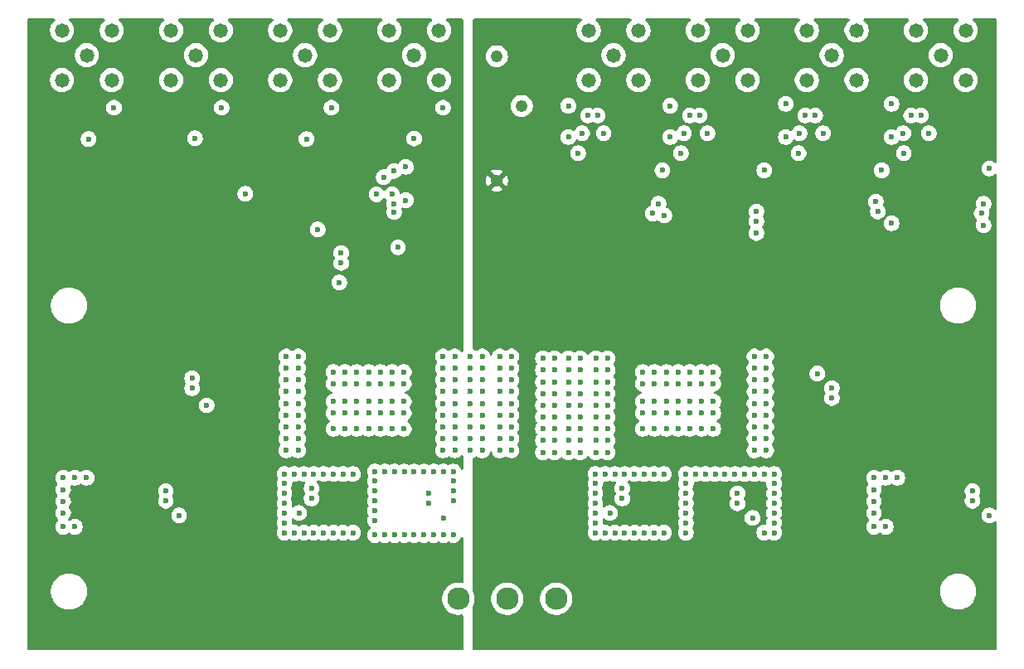
<source format=gbr>
%TF.GenerationSoftware,KiCad,Pcbnew,9.0.0*%
%TF.CreationDate,2025-03-11T12:15:18+01:00*%
%TF.ProjectId,zdc_fifo_test,7a64635f-6669-4666-9f5f-746573742e6b,rev?*%
%TF.SameCoordinates,Original*%
%TF.FileFunction,Copper,L4,Inr*%
%TF.FilePolarity,Positive*%
%FSLAX46Y46*%
G04 Gerber Fmt 4.6, Leading zero omitted, Abs format (unit mm)*
G04 Created by KiCad (PCBNEW 9.0.0) date 2025-03-11 12:15:18*
%MOMM*%
%LPD*%
G01*
G04 APERTURE LIST*
%TA.AperFunction,ComponentPad*%
%ADD10C,1.473200*%
%TD*%
%TA.AperFunction,ComponentPad*%
%ADD11C,2.300000*%
%TD*%
%TA.AperFunction,ComponentPad*%
%ADD12C,1.240000*%
%TD*%
%TA.AperFunction,ViaPad*%
%ADD13C,0.600000*%
%TD*%
G04 APERTURE END LIST*
D10*
%TO.N,Net-(J1-Pad1)*%
%TO.C,J1*%
X159830960Y-110250000D03*
%TO.N,GND*%
X157290960Y-107710000D03*
X157290960Y-112790000D03*
X162370960Y-112790000D03*
X162370960Y-107710000D03*
%TD*%
%TO.N,Net-(J2-Pad1)*%
%TO.C,J2*%
X170970640Y-110250000D03*
%TO.N,GND*%
X168430640Y-107710000D03*
X168430640Y-112790000D03*
X173510640Y-112790000D03*
X173510640Y-107710000D03*
%TD*%
D11*
%TO.N,+12V_NIM*%
%TO.C,U1*%
X207750000Y-165750000D03*
%TO.N,GND*%
X202750000Y-165750000D03*
%TO.N,-12V_NIM*%
X197750000Y-165750000D03*
%TD*%
D10*
%TO.N,Net-(J6-Pad1)*%
%TO.C,J6*%
X224750000Y-110250000D03*
%TO.N,GND*%
X222210000Y-107710000D03*
X222210000Y-112790000D03*
X227290000Y-112790000D03*
X227290000Y-107710000D03*
%TD*%
D12*
%TO.N,-5V_stg2*%
%TO.C,VR2*%
X201708620Y-123038500D03*
%TO.N,Net-(VR2-WIPER)*%
X204248620Y-115418500D03*
%TO.N,+5V_stg2*%
X201708620Y-110338500D03*
%TD*%
D10*
%TO.N,Net-(J7-Pad1)*%
%TO.C,J7*%
X235889680Y-110250000D03*
%TO.N,GND*%
X233349680Y-107710000D03*
X233349680Y-112790000D03*
X238429680Y-112790000D03*
X238429680Y-107710000D03*
%TD*%
%TO.N,Net-(J4-Pad1)*%
%TO.C,J4*%
X193250000Y-110250000D03*
%TO.N,GND*%
X190710000Y-107710000D03*
X190710000Y-112790000D03*
X195790000Y-112790000D03*
X195790000Y-107710000D03*
%TD*%
%TO.N,Net-(J5-Pad1)*%
%TO.C,J5*%
X213610320Y-110250000D03*
%TO.N,GND*%
X211070320Y-107710000D03*
X211070320Y-112790000D03*
X216150320Y-112790000D03*
X216150320Y-107710000D03*
%TD*%
%TO.N,Net-(J3-Pad1)*%
%TO.C,J3*%
X182110320Y-110250000D03*
%TO.N,GND*%
X179570320Y-107710000D03*
X179570320Y-112790000D03*
X184650320Y-112790000D03*
X184650320Y-107710000D03*
%TD*%
%TO.N,Net-(J8-Pad1)*%
%TO.C,J8*%
X247029360Y-110250000D03*
%TO.N,GND*%
X244489360Y-107710000D03*
X244489360Y-112790000D03*
X249569360Y-112790000D03*
X249569360Y-107710000D03*
%TD*%
D13*
%TO.N,GND*%
X218600000Y-122000000D03*
X229000000Y-122000000D03*
X241000000Y-122000000D03*
X252000000Y-121800000D03*
%TO.N,Net-(IC1-NONINVERTING_INPUT)*%
X183400000Y-128035000D03*
X160000000Y-118800000D03*
X170875000Y-118725000D03*
X182250000Y-118800000D03*
%TO.N,GND*%
X176000000Y-124400000D03*
%TO.N,-5V_stg2*%
X226600000Y-125400000D03*
X215600000Y-127200000D03*
X248200000Y-126200000D03*
X248800000Y-126600000D03*
X237600000Y-126800000D03*
%TO.N,GND*%
X217800000Y-145600000D03*
X223800000Y-146800000D03*
X222600000Y-143800000D03*
X223800000Y-142600000D03*
X219000000Y-145600000D03*
X220200000Y-142600000D03*
X223800000Y-148400000D03*
X223800000Y-145600000D03*
X217800000Y-143800000D03*
X222600000Y-148400000D03*
X219000000Y-148400000D03*
X217800000Y-148400000D03*
X221400000Y-143800000D03*
X217800000Y-146800000D03*
X223800000Y-143800000D03*
X216600000Y-145600000D03*
X216600000Y-146800000D03*
X219000000Y-146800000D03*
X222600000Y-145600000D03*
X219000000Y-143800000D03*
X221400000Y-148400000D03*
X220200000Y-146800000D03*
X221400000Y-146800000D03*
X216600000Y-142600000D03*
X221400000Y-142600000D03*
X220200000Y-148400000D03*
X216600000Y-148400000D03*
X220200000Y-145600000D03*
X220200000Y-143800000D03*
X222600000Y-146800000D03*
X222600000Y-142600000D03*
X221400000Y-145600000D03*
X219000000Y-142600000D03*
X216600000Y-143800000D03*
X217800000Y-142600000D03*
X185000000Y-146800000D03*
X187400000Y-146800000D03*
X191000000Y-145600000D03*
X187400000Y-143800000D03*
X189800000Y-143800000D03*
X186200000Y-146800000D03*
X192200000Y-143800000D03*
X185000000Y-145600000D03*
X186200000Y-145600000D03*
X192200000Y-146800000D03*
X191000000Y-143800000D03*
X192200000Y-142600000D03*
X187400000Y-145600000D03*
X188600000Y-142600000D03*
X192200000Y-145600000D03*
X186200000Y-143800000D03*
X189800000Y-142600000D03*
X188600000Y-148400000D03*
X185000000Y-148400000D03*
X191000000Y-148400000D03*
X187400000Y-148400000D03*
X186200000Y-148400000D03*
X192200000Y-148400000D03*
X189800000Y-148400000D03*
X188600000Y-146800000D03*
X189800000Y-146800000D03*
X185000000Y-142600000D03*
X191000000Y-142600000D03*
X185000000Y-143800000D03*
X189800000Y-145600000D03*
X187400000Y-142600000D03*
X188600000Y-145600000D03*
X191000000Y-146800000D03*
X188600000Y-143800000D03*
X186200000Y-142600000D03*
X207600000Y-141200000D03*
X207600000Y-142400000D03*
X207600000Y-143600000D03*
X207600000Y-149600000D03*
X206400000Y-142400000D03*
X207600000Y-146000000D03*
X206400000Y-143600000D03*
X206400000Y-148400000D03*
X207600000Y-148400000D03*
X206400000Y-149600000D03*
X207600000Y-144800000D03*
X206400000Y-147200000D03*
X207600000Y-147200000D03*
X207600000Y-150800000D03*
X206400000Y-141200000D03*
X206400000Y-144800000D03*
X206400000Y-146000000D03*
X206400000Y-150800000D03*
X203200000Y-141000000D03*
X203200000Y-142200000D03*
X203200000Y-143400000D03*
X203200000Y-149400000D03*
X202000000Y-142200000D03*
X203200000Y-145800000D03*
X202000000Y-143400000D03*
X202000000Y-148200000D03*
X203200000Y-148200000D03*
X202000000Y-149400000D03*
X203200000Y-144600000D03*
X202000000Y-147000000D03*
X203200000Y-147000000D03*
X203200000Y-150600000D03*
X202000000Y-141000000D03*
X202000000Y-144600000D03*
X202000000Y-145800000D03*
X202000000Y-150600000D03*
X210200000Y-141200000D03*
X210200000Y-142400000D03*
X210200000Y-143600000D03*
X210200000Y-149600000D03*
X209000000Y-142400000D03*
X210200000Y-146000000D03*
X209000000Y-143600000D03*
X209000000Y-148400000D03*
X210200000Y-148400000D03*
X209000000Y-149600000D03*
X210200000Y-144800000D03*
X209000000Y-147200000D03*
X210200000Y-147200000D03*
X210200000Y-150800000D03*
X209000000Y-141200000D03*
X209000000Y-144800000D03*
X209000000Y-146000000D03*
X209000000Y-150800000D03*
X200200000Y-141000000D03*
X200200000Y-142200000D03*
X200200000Y-143400000D03*
X200200000Y-149400000D03*
X199000000Y-142200000D03*
X200200000Y-145800000D03*
X199000000Y-143400000D03*
X199000000Y-148200000D03*
X200200000Y-148200000D03*
X199000000Y-149400000D03*
X200200000Y-144600000D03*
X199000000Y-147000000D03*
X200200000Y-147000000D03*
X200200000Y-150600000D03*
X199000000Y-141000000D03*
X199000000Y-144600000D03*
X199000000Y-145800000D03*
X199000000Y-150600000D03*
%TO.N,+5V_stg1*%
X189400000Y-124450000D03*
%TO.N,GND*%
X191600000Y-129850000D03*
X227800000Y-157500000D03*
%TO.N,+5V_stg2*%
X220800000Y-118200000D03*
X210400000Y-118200000D03*
%TO.N,GND*%
X209000000Y-115400000D03*
%TO.N,+5V_stg2*%
X209000000Y-118600000D03*
X219400000Y-118600000D03*
%TO.N,GND*%
X219400000Y-115400000D03*
X221400000Y-116400000D03*
X222400000Y-116400000D03*
%TO.N,+5V_stg2*%
X223200000Y-118200000D03*
%TO.N,GND*%
X211000000Y-116400000D03*
X212000000Y-116400000D03*
%TO.N,+5V_stg2*%
X212600000Y-118200000D03*
X232600000Y-118200000D03*
X231200000Y-118600000D03*
%TO.N,GND*%
X231200000Y-115200000D03*
X233200000Y-116400000D03*
X234200000Y-116400000D03*
%TO.N,+5V_stg2*%
X235000000Y-118200000D03*
X242000000Y-118600000D03*
X243200000Y-118200000D03*
X245800000Y-118200000D03*
%TO.N,GND*%
X242000000Y-115200000D03*
X244000000Y-116400000D03*
X245000000Y-116400000D03*
X218800000Y-126600000D03*
X218200000Y-125400000D03*
X217600000Y-126400000D03*
%TO.N,-5V_stg2*%
X216400000Y-127600000D03*
X216400000Y-124800000D03*
X215200000Y-126200000D03*
%TO.N,GND*%
X240400000Y-125200000D03*
X240600000Y-126200000D03*
X242000000Y-127400000D03*
%TO.N,-5V_stg2*%
X238600000Y-127400000D03*
X238800000Y-124400000D03*
X237600000Y-126000000D03*
X249600000Y-124600000D03*
%TO.N,GND*%
X251400000Y-125400000D03*
%TO.N,-5V_stg2*%
X225800000Y-129200000D03*
X225800000Y-127200000D03*
X225800000Y-126200000D03*
%TO.N,GND*%
X228200000Y-128400000D03*
X228200000Y-127200000D03*
X228200000Y-126200000D03*
%TO.N,-5V_stg2*%
X248800000Y-128400000D03*
%TO.N,GND*%
X251400000Y-127600000D03*
X251200000Y-126400000D03*
%TO.N,+5V_stg1*%
X191200000Y-126250000D03*
%TO.N,GND*%
X196200000Y-147000000D03*
X180200000Y-144600000D03*
X173600000Y-115600000D03*
X185800000Y-131450000D03*
X211800000Y-150800000D03*
X185800000Y-130450000D03*
X214500000Y-154500000D03*
X229200000Y-143400000D03*
X234412500Y-142750000D03*
X194750000Y-156000000D03*
X181400000Y-149400000D03*
X211800000Y-146000000D03*
X211800000Y-144800000D03*
X228000000Y-144600000D03*
X250270000Y-154750000D03*
X240200000Y-153400000D03*
X197400000Y-145800000D03*
X192400000Y-121650000D03*
X228000000Y-149400000D03*
X211800000Y-141200000D03*
X235912500Y-144250000D03*
X196200000Y-144600000D03*
X228000000Y-147000000D03*
X213000000Y-150800000D03*
X157400000Y-157000000D03*
X180200000Y-150600000D03*
X229200000Y-150600000D03*
X181400000Y-145800000D03*
X180200000Y-147000000D03*
X196200000Y-141000000D03*
X162600000Y-115600000D03*
X158600000Y-158400000D03*
X196200000Y-150600000D03*
X240200000Y-155800000D03*
X167895000Y-154750000D03*
X196200000Y-145800000D03*
X252000000Y-157250000D03*
X229200000Y-148200000D03*
X213000000Y-147200000D03*
X185600000Y-133450000D03*
X229200000Y-145800000D03*
X197400000Y-148200000D03*
X197400000Y-142200000D03*
X197400000Y-149400000D03*
X211800000Y-147200000D03*
X158600000Y-153400000D03*
X213000000Y-144800000D03*
X197400000Y-143400000D03*
X180200000Y-145800000D03*
X229200000Y-141000000D03*
X180200000Y-148200000D03*
X169250000Y-157250000D03*
X181400000Y-142200000D03*
X229200000Y-147000000D03*
X211800000Y-149600000D03*
X228000000Y-141000000D03*
X182760000Y-154500000D03*
X196200000Y-148200000D03*
X213000000Y-148400000D03*
X190130000Y-122700000D03*
X229200000Y-149400000D03*
X211800000Y-148400000D03*
X226270000Y-155000000D03*
X181400000Y-147000000D03*
X180200000Y-143400000D03*
X157400000Y-158400000D03*
X159800000Y-153400000D03*
X241400000Y-153400000D03*
X180200000Y-141000000D03*
X197400000Y-147000000D03*
X180200000Y-149400000D03*
X170571250Y-143250000D03*
X211800000Y-143600000D03*
X180200000Y-142200000D03*
X197400000Y-141000000D03*
X228000000Y-143400000D03*
X228000000Y-150600000D03*
X182760000Y-155500000D03*
X196200000Y-143400000D03*
X250270000Y-155750000D03*
X235912500Y-145250000D03*
X213000000Y-146000000D03*
X196200000Y-142200000D03*
X240200000Y-158400000D03*
X157400000Y-154600000D03*
X196250000Y-157500000D03*
X196200000Y-115600000D03*
X211800000Y-142400000D03*
X213250000Y-157000000D03*
X194750000Y-155000000D03*
X196200000Y-149400000D03*
X181500000Y-157000000D03*
X172071250Y-146000000D03*
X197400000Y-144600000D03*
X181400000Y-144600000D03*
X228000000Y-142200000D03*
X213000000Y-149600000D03*
X242600000Y-153400000D03*
X181400000Y-148200000D03*
X191200000Y-122050000D03*
X229200000Y-144600000D03*
X181400000Y-150600000D03*
X170571250Y-144250000D03*
X241400000Y-158400000D03*
X181400000Y-143400000D03*
X214500000Y-155500000D03*
X213000000Y-143600000D03*
X167895000Y-155750000D03*
X226270000Y-156000000D03*
X197400000Y-150600000D03*
X240200000Y-157000000D03*
X228000000Y-148200000D03*
X184800000Y-115600000D03*
X181400000Y-141000000D03*
X240200000Y-154600000D03*
X157400000Y-155800000D03*
X213000000Y-142400000D03*
X213000000Y-141200000D03*
X228000000Y-145800000D03*
X229200000Y-142200000D03*
X157400000Y-153400000D03*
%TO.N,+12V_NIM*%
X217750000Y-159000000D03*
X213750000Y-153000000D03*
X181000000Y-153000000D03*
X216750000Y-153000000D03*
X218750000Y-159000000D03*
X211750000Y-153000000D03*
X180000000Y-158000000D03*
X211750000Y-158000000D03*
X181000000Y-159000000D03*
X214750000Y-159000000D03*
X180000000Y-155000000D03*
X216750000Y-159000000D03*
X183000000Y-159000000D03*
X211750000Y-154000000D03*
X184000000Y-153000000D03*
X180000000Y-157000000D03*
X185000000Y-153000000D03*
X183000000Y-153000000D03*
X215750000Y-159000000D03*
X186000000Y-153000000D03*
X182000000Y-153000000D03*
X185000000Y-159000000D03*
X180000000Y-154000000D03*
X180000000Y-153000000D03*
X214750000Y-153000000D03*
X212750000Y-153000000D03*
X211750000Y-157000000D03*
X213750000Y-159000000D03*
X218750000Y-153000000D03*
X182000000Y-159000000D03*
X215750000Y-153000000D03*
X217750000Y-153000000D03*
X180000000Y-159000000D03*
X187000000Y-159000000D03*
X184000000Y-159000000D03*
X211750000Y-159000000D03*
X186000000Y-159000000D03*
X212750000Y-159000000D03*
X180000000Y-156000000D03*
X187000000Y-153000000D03*
X211750000Y-155000000D03*
X211750000Y-156000000D03*
%TO.N,-5V_stg1*%
X163750000Y-153250000D03*
X165000000Y-153250000D03*
X162600000Y-158000000D03*
X170000000Y-153250000D03*
X162600000Y-154250000D03*
X184000000Y-133450000D03*
X170000000Y-154500000D03*
X183400000Y-131450000D03*
X183400000Y-129450000D03*
X162600000Y-155500000D03*
X162600000Y-156750000D03*
X170000000Y-155750000D03*
X162500000Y-153250000D03*
X166250000Y-153250000D03*
X167500000Y-153250000D03*
X183400000Y-130450000D03*
X168750000Y-153250000D03*
%TO.N,+5V_stg1*%
X190250000Y-152750000D03*
X192250000Y-152750000D03*
X191200000Y-125450000D03*
X195250000Y-152750000D03*
X189250000Y-155750000D03*
X197250000Y-153750000D03*
X194250000Y-152750000D03*
X189250000Y-153750000D03*
X191000000Y-124450000D03*
X196250000Y-152750000D03*
X196250000Y-159250000D03*
X192250000Y-159250000D03*
X197250000Y-152750000D03*
X189250000Y-156750000D03*
X189250000Y-157750000D03*
X193250000Y-159250000D03*
X191250000Y-152750000D03*
X192400000Y-125050000D03*
X193250000Y-152750000D03*
X194250000Y-159250000D03*
X189250000Y-152750000D03*
X190250000Y-159250000D03*
X197250000Y-159250000D03*
X191250000Y-159250000D03*
X189250000Y-159250000D03*
X197250000Y-154750000D03*
X197250000Y-155750000D03*
X189250000Y-154750000D03*
X195250000Y-159250000D03*
%TO.N,+5V_stg2*%
X229000000Y-153000000D03*
X226000000Y-153000000D03*
X230000000Y-157000000D03*
X221000000Y-156000000D03*
X221000000Y-153000000D03*
X230000000Y-154000000D03*
X221000000Y-158000000D03*
X222000000Y-153000000D03*
X221000000Y-154000000D03*
X223000000Y-153000000D03*
X227000000Y-153000000D03*
X230000000Y-155000000D03*
X230000000Y-153000000D03*
X230000000Y-158000000D03*
X228000000Y-153000000D03*
X230000000Y-156000000D03*
X221000000Y-159000000D03*
X221000000Y-157000000D03*
X229000000Y-159000000D03*
X224000000Y-153000000D03*
X230000000Y-159000000D03*
X225000000Y-153000000D03*
X221000000Y-155000000D03*
%TO.N,-5V_stg2*%
X250500000Y-153250000D03*
X248000000Y-153250000D03*
X245400000Y-156000000D03*
X245400000Y-155000000D03*
X245400000Y-158000000D03*
X246750000Y-153250000D03*
X245500000Y-153250000D03*
X245400000Y-157000000D03*
X245400000Y-154000000D03*
X249250000Y-153250000D03*
X251750000Y-153250000D03*
%TO.N,Net-(VR2-WIPER)*%
X243250000Y-120250000D03*
X210000000Y-120250000D03*
X232500000Y-120250000D03*
X220500000Y-120250000D03*
%TO.N,Net-(IC1-NONINVERTING_INPUT)*%
X193250000Y-118750000D03*
%TD*%
%TA.AperFunction,Conductor*%
%TO.N,-5V_stg2*%
G36*
X210315781Y-106520185D02*
G01*
X210361536Y-106572989D01*
X210371480Y-106642147D01*
X210342455Y-106705703D01*
X210321627Y-106724818D01*
X210264407Y-106766390D01*
X210264401Y-106766395D01*
X210126715Y-106904081D01*
X210012258Y-107061617D01*
X209923856Y-107235116D01*
X209863681Y-107420315D01*
X209833220Y-107612638D01*
X209833220Y-107807362D01*
X209863682Y-107999688D01*
X209923855Y-108184881D01*
X210012258Y-108358382D01*
X210126713Y-108515916D01*
X210264404Y-108653607D01*
X210421938Y-108768062D01*
X210595439Y-108856465D01*
X210780632Y-108916638D01*
X210972958Y-108947100D01*
X210972959Y-108947100D01*
X211167681Y-108947100D01*
X211167682Y-108947100D01*
X211360008Y-108916638D01*
X211545201Y-108856465D01*
X211718702Y-108768062D01*
X211876236Y-108653607D01*
X212013927Y-108515916D01*
X212128382Y-108358382D01*
X212216785Y-108184881D01*
X212276958Y-107999688D01*
X212307420Y-107807362D01*
X212307420Y-107612638D01*
X212276958Y-107420312D01*
X212216785Y-107235119D01*
X212128382Y-107061618D01*
X212013927Y-106904084D01*
X211876236Y-106766393D01*
X211819013Y-106724818D01*
X211776347Y-106669488D01*
X211770368Y-106599875D01*
X211802974Y-106538080D01*
X211863812Y-106503723D01*
X211891898Y-106500500D01*
X215328742Y-106500500D01*
X215395781Y-106520185D01*
X215441536Y-106572989D01*
X215451480Y-106642147D01*
X215422455Y-106705703D01*
X215401627Y-106724818D01*
X215344407Y-106766390D01*
X215344401Y-106766395D01*
X215206715Y-106904081D01*
X215092258Y-107061617D01*
X215003856Y-107235116D01*
X214943681Y-107420315D01*
X214913220Y-107612638D01*
X214913220Y-107807362D01*
X214943682Y-107999688D01*
X215003855Y-108184881D01*
X215092258Y-108358382D01*
X215206713Y-108515916D01*
X215344404Y-108653607D01*
X215501938Y-108768062D01*
X215675439Y-108856465D01*
X215860632Y-108916638D01*
X216052958Y-108947100D01*
X216052959Y-108947100D01*
X216247681Y-108947100D01*
X216247682Y-108947100D01*
X216440008Y-108916638D01*
X216625201Y-108856465D01*
X216798702Y-108768062D01*
X216956236Y-108653607D01*
X217093927Y-108515916D01*
X217208382Y-108358382D01*
X217296785Y-108184881D01*
X217356958Y-107999688D01*
X217387420Y-107807362D01*
X217387420Y-107612638D01*
X217356958Y-107420312D01*
X217296785Y-107235119D01*
X217208382Y-107061618D01*
X217093927Y-106904084D01*
X216956236Y-106766393D01*
X216899013Y-106724818D01*
X216856347Y-106669488D01*
X216850368Y-106599875D01*
X216882974Y-106538080D01*
X216943812Y-106503723D01*
X216971898Y-106500500D01*
X221388422Y-106500500D01*
X221455461Y-106520185D01*
X221501216Y-106572989D01*
X221511160Y-106642147D01*
X221482135Y-106705703D01*
X221461307Y-106724818D01*
X221404087Y-106766390D01*
X221404081Y-106766395D01*
X221266395Y-106904081D01*
X221151938Y-107061617D01*
X221063536Y-107235116D01*
X221003361Y-107420315D01*
X220972900Y-107612638D01*
X220972900Y-107807362D01*
X221003362Y-107999688D01*
X221063535Y-108184881D01*
X221151938Y-108358382D01*
X221266393Y-108515916D01*
X221404084Y-108653607D01*
X221561618Y-108768062D01*
X221735119Y-108856465D01*
X221920312Y-108916638D01*
X222112638Y-108947100D01*
X222112639Y-108947100D01*
X222307361Y-108947100D01*
X222307362Y-108947100D01*
X222499688Y-108916638D01*
X222684881Y-108856465D01*
X222858382Y-108768062D01*
X223015916Y-108653607D01*
X223153607Y-108515916D01*
X223268062Y-108358382D01*
X223356465Y-108184881D01*
X223416638Y-107999688D01*
X223447100Y-107807362D01*
X223447100Y-107612638D01*
X223416638Y-107420312D01*
X223356465Y-107235119D01*
X223268062Y-107061618D01*
X223153607Y-106904084D01*
X223015916Y-106766393D01*
X222958693Y-106724818D01*
X222916027Y-106669488D01*
X222910048Y-106599875D01*
X222942654Y-106538080D01*
X223003492Y-106503723D01*
X223031578Y-106500500D01*
X226468422Y-106500500D01*
X226535461Y-106520185D01*
X226581216Y-106572989D01*
X226591160Y-106642147D01*
X226562135Y-106705703D01*
X226541307Y-106724818D01*
X226484087Y-106766390D01*
X226484081Y-106766395D01*
X226346395Y-106904081D01*
X226231938Y-107061617D01*
X226143536Y-107235116D01*
X226083361Y-107420315D01*
X226052900Y-107612638D01*
X226052900Y-107807362D01*
X226083362Y-107999688D01*
X226143535Y-108184881D01*
X226231938Y-108358382D01*
X226346393Y-108515916D01*
X226484084Y-108653607D01*
X226641618Y-108768062D01*
X226815119Y-108856465D01*
X227000312Y-108916638D01*
X227192638Y-108947100D01*
X227192639Y-108947100D01*
X227387361Y-108947100D01*
X227387362Y-108947100D01*
X227579688Y-108916638D01*
X227764881Y-108856465D01*
X227938382Y-108768062D01*
X228095916Y-108653607D01*
X228233607Y-108515916D01*
X228348062Y-108358382D01*
X228436465Y-108184881D01*
X228496638Y-107999688D01*
X228527100Y-107807362D01*
X228527100Y-107612638D01*
X228496638Y-107420312D01*
X228436465Y-107235119D01*
X228348062Y-107061618D01*
X228233607Y-106904084D01*
X228095916Y-106766393D01*
X228038693Y-106724818D01*
X227996027Y-106669488D01*
X227990048Y-106599875D01*
X228022654Y-106538080D01*
X228083492Y-106503723D01*
X228111578Y-106500500D01*
X232528102Y-106500500D01*
X232595141Y-106520185D01*
X232640896Y-106572989D01*
X232650840Y-106642147D01*
X232621815Y-106705703D01*
X232600987Y-106724818D01*
X232543767Y-106766390D01*
X232543761Y-106766395D01*
X232406075Y-106904081D01*
X232291618Y-107061617D01*
X232203216Y-107235116D01*
X232143041Y-107420315D01*
X232112580Y-107612638D01*
X232112580Y-107807362D01*
X232143042Y-107999688D01*
X232203215Y-108184881D01*
X232291618Y-108358382D01*
X232406073Y-108515916D01*
X232543764Y-108653607D01*
X232701298Y-108768062D01*
X232874799Y-108856465D01*
X233059992Y-108916638D01*
X233252318Y-108947100D01*
X233252319Y-108947100D01*
X233447041Y-108947100D01*
X233447042Y-108947100D01*
X233639368Y-108916638D01*
X233824561Y-108856465D01*
X233998062Y-108768062D01*
X234155596Y-108653607D01*
X234293287Y-108515916D01*
X234407742Y-108358382D01*
X234496145Y-108184881D01*
X234556318Y-107999688D01*
X234586780Y-107807362D01*
X234586780Y-107612638D01*
X234556318Y-107420312D01*
X234496145Y-107235119D01*
X234407742Y-107061618D01*
X234293287Y-106904084D01*
X234155596Y-106766393D01*
X234098373Y-106724818D01*
X234055707Y-106669488D01*
X234049728Y-106599875D01*
X234082334Y-106538080D01*
X234143172Y-106503723D01*
X234171258Y-106500500D01*
X237608102Y-106500500D01*
X237675141Y-106520185D01*
X237720896Y-106572989D01*
X237730840Y-106642147D01*
X237701815Y-106705703D01*
X237680987Y-106724818D01*
X237623767Y-106766390D01*
X237623761Y-106766395D01*
X237486075Y-106904081D01*
X237371618Y-107061617D01*
X237283216Y-107235116D01*
X237223041Y-107420315D01*
X237192580Y-107612638D01*
X237192580Y-107807362D01*
X237223042Y-107999688D01*
X237283215Y-108184881D01*
X237371618Y-108358382D01*
X237486073Y-108515916D01*
X237623764Y-108653607D01*
X237781298Y-108768062D01*
X237954799Y-108856465D01*
X238139992Y-108916638D01*
X238332318Y-108947100D01*
X238332319Y-108947100D01*
X238527041Y-108947100D01*
X238527042Y-108947100D01*
X238719368Y-108916638D01*
X238904561Y-108856465D01*
X239078062Y-108768062D01*
X239235596Y-108653607D01*
X239373287Y-108515916D01*
X239487742Y-108358382D01*
X239576145Y-108184881D01*
X239636318Y-107999688D01*
X239666780Y-107807362D01*
X239666780Y-107612638D01*
X239636318Y-107420312D01*
X239576145Y-107235119D01*
X239487742Y-107061618D01*
X239373287Y-106904084D01*
X239235596Y-106766393D01*
X239178373Y-106724818D01*
X239135707Y-106669488D01*
X239129728Y-106599875D01*
X239162334Y-106538080D01*
X239223172Y-106503723D01*
X239251258Y-106500500D01*
X243667782Y-106500500D01*
X243734821Y-106520185D01*
X243780576Y-106572989D01*
X243790520Y-106642147D01*
X243761495Y-106705703D01*
X243740667Y-106724818D01*
X243683447Y-106766390D01*
X243683441Y-106766395D01*
X243545755Y-106904081D01*
X243431298Y-107061617D01*
X243342896Y-107235116D01*
X243282721Y-107420315D01*
X243252260Y-107612638D01*
X243252260Y-107807362D01*
X243282722Y-107999688D01*
X243342895Y-108184881D01*
X243431298Y-108358382D01*
X243545753Y-108515916D01*
X243683444Y-108653607D01*
X243840978Y-108768062D01*
X244014479Y-108856465D01*
X244199672Y-108916638D01*
X244391998Y-108947100D01*
X244391999Y-108947100D01*
X244586721Y-108947100D01*
X244586722Y-108947100D01*
X244779048Y-108916638D01*
X244964241Y-108856465D01*
X245137742Y-108768062D01*
X245295276Y-108653607D01*
X245432967Y-108515916D01*
X245547422Y-108358382D01*
X245635825Y-108184881D01*
X245695998Y-107999688D01*
X245726460Y-107807362D01*
X245726460Y-107612638D01*
X245695998Y-107420312D01*
X245635825Y-107235119D01*
X245547422Y-107061618D01*
X245432967Y-106904084D01*
X245295276Y-106766393D01*
X245238053Y-106724818D01*
X245195387Y-106669488D01*
X245189408Y-106599875D01*
X245222014Y-106538080D01*
X245282852Y-106503723D01*
X245310938Y-106500500D01*
X248747782Y-106500500D01*
X248814821Y-106520185D01*
X248860576Y-106572989D01*
X248870520Y-106642147D01*
X248841495Y-106705703D01*
X248820667Y-106724818D01*
X248763447Y-106766390D01*
X248763441Y-106766395D01*
X248625755Y-106904081D01*
X248511298Y-107061617D01*
X248422896Y-107235116D01*
X248362721Y-107420315D01*
X248332260Y-107612638D01*
X248332260Y-107807362D01*
X248362722Y-107999688D01*
X248422895Y-108184881D01*
X248511298Y-108358382D01*
X248625753Y-108515916D01*
X248763444Y-108653607D01*
X248920978Y-108768062D01*
X249094479Y-108856465D01*
X249279672Y-108916638D01*
X249471998Y-108947100D01*
X249471999Y-108947100D01*
X249666721Y-108947100D01*
X249666722Y-108947100D01*
X249859048Y-108916638D01*
X250044241Y-108856465D01*
X250217742Y-108768062D01*
X250375276Y-108653607D01*
X250512967Y-108515916D01*
X250627422Y-108358382D01*
X250715825Y-108184881D01*
X250775998Y-107999688D01*
X250806460Y-107807362D01*
X250806460Y-107612638D01*
X250775998Y-107420312D01*
X250715825Y-107235119D01*
X250627422Y-107061618D01*
X250512967Y-106904084D01*
X250375276Y-106766393D01*
X250318053Y-106724818D01*
X250275387Y-106669488D01*
X250269408Y-106599875D01*
X250302014Y-106538080D01*
X250362852Y-106503723D01*
X250390938Y-106500500D01*
X252625500Y-106500500D01*
X252692539Y-106520185D01*
X252738294Y-106572989D01*
X252749500Y-106624500D01*
X252749500Y-121118059D01*
X252729815Y-121185098D01*
X252677011Y-121230853D01*
X252607853Y-121240797D01*
X252544297Y-121211772D01*
X252537819Y-121205740D01*
X252510292Y-121178213D01*
X252510288Y-121178210D01*
X252379185Y-121090609D01*
X252379172Y-121090602D01*
X252233501Y-121030264D01*
X252233489Y-121030261D01*
X252078845Y-120999500D01*
X252078842Y-120999500D01*
X251921158Y-120999500D01*
X251921155Y-120999500D01*
X251766510Y-121030261D01*
X251766498Y-121030264D01*
X251620827Y-121090602D01*
X251620814Y-121090609D01*
X251489711Y-121178210D01*
X251489707Y-121178213D01*
X251378213Y-121289707D01*
X251378210Y-121289711D01*
X251290609Y-121420814D01*
X251290602Y-121420827D01*
X251230264Y-121566498D01*
X251230261Y-121566510D01*
X251199500Y-121721153D01*
X251199500Y-121878846D01*
X251230261Y-122033489D01*
X251230264Y-122033501D01*
X251290602Y-122179172D01*
X251290609Y-122179185D01*
X251378210Y-122310288D01*
X251378213Y-122310292D01*
X251489707Y-122421786D01*
X251489711Y-122421789D01*
X251620814Y-122509390D01*
X251620827Y-122509397D01*
X251766498Y-122569735D01*
X251766503Y-122569737D01*
X251921153Y-122600499D01*
X251921156Y-122600500D01*
X251921158Y-122600500D01*
X252078844Y-122600500D01*
X252078845Y-122600499D01*
X252233497Y-122569737D01*
X252379179Y-122509394D01*
X252510289Y-122421789D01*
X252510292Y-122421786D01*
X252537819Y-122394260D01*
X252599142Y-122360775D01*
X252668834Y-122365759D01*
X252724767Y-122407631D01*
X252749184Y-122473095D01*
X252749500Y-122481941D01*
X252749500Y-156568059D01*
X252729815Y-156635098D01*
X252677011Y-156680853D01*
X252607853Y-156690797D01*
X252544297Y-156661772D01*
X252537819Y-156655740D01*
X252510292Y-156628213D01*
X252510288Y-156628210D01*
X252379185Y-156540609D01*
X252379172Y-156540602D01*
X252233501Y-156480264D01*
X252233489Y-156480261D01*
X252078845Y-156449500D01*
X252078842Y-156449500D01*
X251921158Y-156449500D01*
X251921155Y-156449500D01*
X251766510Y-156480261D01*
X251766498Y-156480264D01*
X251620827Y-156540602D01*
X251620814Y-156540609D01*
X251489711Y-156628210D01*
X251489707Y-156628213D01*
X251378213Y-156739707D01*
X251378210Y-156739711D01*
X251290609Y-156870814D01*
X251290602Y-156870827D01*
X251230264Y-157016498D01*
X251230261Y-157016510D01*
X251199500Y-157171153D01*
X251199500Y-157328846D01*
X251230261Y-157483489D01*
X251230264Y-157483501D01*
X251290602Y-157629172D01*
X251290609Y-157629185D01*
X251378210Y-157760288D01*
X251378213Y-157760292D01*
X251489707Y-157871786D01*
X251489711Y-157871789D01*
X251620814Y-157959390D01*
X251620827Y-157959397D01*
X251766498Y-158019735D01*
X251766503Y-158019737D01*
X251921153Y-158050499D01*
X251921156Y-158050500D01*
X251921158Y-158050500D01*
X252078844Y-158050500D01*
X252078845Y-158050499D01*
X252233497Y-158019737D01*
X252379179Y-157959394D01*
X252510289Y-157871789D01*
X252514156Y-157867922D01*
X252537819Y-157844260D01*
X252599142Y-157810775D01*
X252668834Y-157815759D01*
X252724767Y-157857631D01*
X252749184Y-157923095D01*
X252749500Y-157931941D01*
X252749500Y-170875500D01*
X252729815Y-170942539D01*
X252677011Y-170988294D01*
X252625500Y-170999500D01*
X199374000Y-170999500D01*
X199306961Y-170979815D01*
X199261206Y-170927011D01*
X199250000Y-170875500D01*
X199250000Y-166471392D01*
X199263514Y-166415099D01*
X199279579Y-166383572D01*
X199359860Y-166136493D01*
X199382539Y-165993298D01*
X199400500Y-165879902D01*
X199400500Y-165620097D01*
X201099500Y-165620097D01*
X201099500Y-165879902D01*
X201140140Y-166136493D01*
X201220422Y-166383576D01*
X201338368Y-166615054D01*
X201486426Y-166818838D01*
X201491069Y-166825229D01*
X201674771Y-167008931D01*
X201884949Y-167161634D01*
X202032445Y-167236787D01*
X202116423Y-167279577D01*
X202116425Y-167279577D01*
X202116428Y-167279579D01*
X202363507Y-167359860D01*
X202495706Y-167380797D01*
X202620098Y-167400500D01*
X202620103Y-167400500D01*
X202879902Y-167400500D01*
X202993298Y-167382539D01*
X203136493Y-167359860D01*
X203383572Y-167279579D01*
X203615051Y-167161634D01*
X203825229Y-167008931D01*
X204008931Y-166825229D01*
X204161634Y-166615051D01*
X204279579Y-166383572D01*
X204359860Y-166136493D01*
X204382539Y-165993298D01*
X204400500Y-165879902D01*
X204400500Y-165620097D01*
X206099500Y-165620097D01*
X206099500Y-165879902D01*
X206140140Y-166136493D01*
X206220422Y-166383576D01*
X206338368Y-166615054D01*
X206486426Y-166818838D01*
X206491069Y-166825229D01*
X206674771Y-167008931D01*
X206884949Y-167161634D01*
X207032445Y-167236787D01*
X207116423Y-167279577D01*
X207116425Y-167279577D01*
X207116428Y-167279579D01*
X207363507Y-167359860D01*
X207495706Y-167380797D01*
X207620098Y-167400500D01*
X207620103Y-167400500D01*
X207879902Y-167400500D01*
X207993298Y-167382539D01*
X208136493Y-167359860D01*
X208383572Y-167279579D01*
X208615051Y-167161634D01*
X208825229Y-167008931D01*
X209008931Y-166825229D01*
X209161634Y-166615051D01*
X209279579Y-166383572D01*
X209359860Y-166136493D01*
X209382539Y-165993298D01*
X209400500Y-165879902D01*
X209400500Y-165620097D01*
X209378947Y-165484021D01*
X209359860Y-165363507D01*
X209279579Y-165116428D01*
X209279577Y-165116425D01*
X209279577Y-165116423D01*
X209185072Y-164930948D01*
X209185071Y-164930946D01*
X209161633Y-164884947D01*
X209157102Y-164878711D01*
X246949500Y-164878711D01*
X246949500Y-165121288D01*
X246981161Y-165361785D01*
X247043947Y-165596104D01*
X247053888Y-165620103D01*
X247136776Y-165820212D01*
X247258064Y-166030289D01*
X247258066Y-166030292D01*
X247258067Y-166030293D01*
X247405733Y-166222736D01*
X247405739Y-166222743D01*
X247577256Y-166394260D01*
X247577262Y-166394265D01*
X247769711Y-166541936D01*
X247979788Y-166663224D01*
X248203900Y-166756054D01*
X248438211Y-166818838D01*
X248618586Y-166842584D01*
X248678711Y-166850500D01*
X248678712Y-166850500D01*
X248921289Y-166850500D01*
X248969388Y-166844167D01*
X249161789Y-166818838D01*
X249396100Y-166756054D01*
X249620212Y-166663224D01*
X249830289Y-166541936D01*
X250022738Y-166394265D01*
X250194265Y-166222738D01*
X250341936Y-166030289D01*
X250463224Y-165820212D01*
X250556054Y-165596100D01*
X250618838Y-165361789D01*
X250650500Y-165121288D01*
X250650500Y-164878712D01*
X250618838Y-164638211D01*
X250556054Y-164403900D01*
X250463224Y-164179788D01*
X250341936Y-163969711D01*
X250194265Y-163777262D01*
X250194260Y-163777256D01*
X250022743Y-163605739D01*
X250022736Y-163605733D01*
X249830293Y-163458067D01*
X249830292Y-163458066D01*
X249830289Y-163458064D01*
X249620212Y-163336776D01*
X249620205Y-163336773D01*
X249396104Y-163243947D01*
X249161785Y-163181161D01*
X248921289Y-163149500D01*
X248921288Y-163149500D01*
X248678712Y-163149500D01*
X248678711Y-163149500D01*
X248438214Y-163181161D01*
X248203895Y-163243947D01*
X247979794Y-163336773D01*
X247979785Y-163336777D01*
X247769706Y-163458067D01*
X247577263Y-163605733D01*
X247577256Y-163605739D01*
X247405739Y-163777256D01*
X247405733Y-163777263D01*
X247258067Y-163969706D01*
X247136777Y-164179785D01*
X247136773Y-164179794D01*
X247043947Y-164403895D01*
X246981161Y-164638214D01*
X246949500Y-164878711D01*
X209157102Y-164878711D01*
X209008933Y-164674774D01*
X209008928Y-164674768D01*
X208825231Y-164491071D01*
X208825225Y-164491066D01*
X208615054Y-164338368D01*
X208615053Y-164338367D01*
X208615051Y-164338366D01*
X208542764Y-164301534D01*
X208383576Y-164220422D01*
X208136493Y-164140140D01*
X207879902Y-164099500D01*
X207879897Y-164099500D01*
X207620103Y-164099500D01*
X207620098Y-164099500D01*
X207363506Y-164140140D01*
X207116423Y-164220422D01*
X206884945Y-164338368D01*
X206674774Y-164491066D01*
X206674768Y-164491071D01*
X206491071Y-164674768D01*
X206491066Y-164674774D01*
X206338368Y-164884945D01*
X206220422Y-165116423D01*
X206140140Y-165363506D01*
X206099500Y-165620097D01*
X204400500Y-165620097D01*
X204378947Y-165484021D01*
X204359860Y-165363507D01*
X204279579Y-165116428D01*
X204279577Y-165116425D01*
X204279577Y-165116423D01*
X204234831Y-165028605D01*
X204161634Y-164884949D01*
X204008931Y-164674771D01*
X203825229Y-164491069D01*
X203615051Y-164338366D01*
X203542764Y-164301534D01*
X203383576Y-164220422D01*
X203136493Y-164140140D01*
X202879902Y-164099500D01*
X202879897Y-164099500D01*
X202620103Y-164099500D01*
X202620098Y-164099500D01*
X202363506Y-164140140D01*
X202116423Y-164220422D01*
X201884945Y-164338368D01*
X201674774Y-164491066D01*
X201674768Y-164491071D01*
X201491071Y-164674768D01*
X201491066Y-164674774D01*
X201338368Y-164884945D01*
X201220422Y-165116423D01*
X201140140Y-165363506D01*
X201099500Y-165620097D01*
X199400500Y-165620097D01*
X199378947Y-165484021D01*
X199359860Y-165363507D01*
X199279579Y-165116428D01*
X199279577Y-165116425D01*
X199279576Y-165116420D01*
X199263515Y-165084899D01*
X199250000Y-165028605D01*
X199250000Y-152921153D01*
X210949500Y-152921153D01*
X210949500Y-153078846D01*
X210980261Y-153233489D01*
X210980264Y-153233501D01*
X211040602Y-153379172D01*
X211040609Y-153379185D01*
X211075304Y-153431109D01*
X211096182Y-153497786D01*
X211077698Y-153565167D01*
X211075304Y-153568891D01*
X211040609Y-153620814D01*
X211040602Y-153620827D01*
X210980264Y-153766498D01*
X210980261Y-153766510D01*
X210949500Y-153921153D01*
X210949500Y-154078846D01*
X210980261Y-154233489D01*
X210980264Y-154233501D01*
X211040602Y-154379172D01*
X211040609Y-154379185D01*
X211075304Y-154431109D01*
X211096182Y-154497786D01*
X211077698Y-154565167D01*
X211075304Y-154568891D01*
X211040609Y-154620814D01*
X211040602Y-154620827D01*
X210980264Y-154766498D01*
X210980261Y-154766510D01*
X210949500Y-154921153D01*
X210949500Y-155078846D01*
X210980261Y-155233489D01*
X210980264Y-155233501D01*
X211040602Y-155379172D01*
X211040609Y-155379185D01*
X211075304Y-155431109D01*
X211096182Y-155497786D01*
X211077698Y-155565167D01*
X211075304Y-155568891D01*
X211040609Y-155620814D01*
X211040602Y-155620827D01*
X210980264Y-155766498D01*
X210980261Y-155766510D01*
X210949500Y-155921153D01*
X210949500Y-156078846D01*
X210980261Y-156233489D01*
X210980264Y-156233501D01*
X211040602Y-156379172D01*
X211040609Y-156379185D01*
X211075304Y-156431109D01*
X211096182Y-156497786D01*
X211077698Y-156565167D01*
X211075304Y-156568891D01*
X211040609Y-156620814D01*
X211040602Y-156620827D01*
X210980264Y-156766498D01*
X210980261Y-156766510D01*
X210949500Y-156921153D01*
X210949500Y-157078846D01*
X210980261Y-157233489D01*
X210980264Y-157233501D01*
X211040602Y-157379172D01*
X211040609Y-157379185D01*
X211075304Y-157431109D01*
X211096182Y-157497786D01*
X211077698Y-157565167D01*
X211075304Y-157568891D01*
X211040609Y-157620814D01*
X211040602Y-157620827D01*
X210980264Y-157766498D01*
X210980261Y-157766510D01*
X210949500Y-157921153D01*
X210949500Y-158078846D01*
X210980261Y-158233489D01*
X210980264Y-158233501D01*
X211040602Y-158379172D01*
X211040609Y-158379185D01*
X211075304Y-158431109D01*
X211096182Y-158497786D01*
X211077698Y-158565167D01*
X211075304Y-158568891D01*
X211040609Y-158620814D01*
X211040602Y-158620827D01*
X210980264Y-158766498D01*
X210980261Y-158766510D01*
X210949500Y-158921153D01*
X210949500Y-159078846D01*
X210980261Y-159233489D01*
X210980264Y-159233501D01*
X211040602Y-159379172D01*
X211040609Y-159379185D01*
X211128210Y-159510288D01*
X211128213Y-159510292D01*
X211239707Y-159621786D01*
X211239711Y-159621789D01*
X211370814Y-159709390D01*
X211370827Y-159709397D01*
X211516498Y-159769735D01*
X211516503Y-159769737D01*
X211671153Y-159800499D01*
X211671156Y-159800500D01*
X211671158Y-159800500D01*
X211828844Y-159800500D01*
X211828845Y-159800499D01*
X211983497Y-159769737D01*
X212129179Y-159709394D01*
X212181110Y-159674694D01*
X212247785Y-159653816D01*
X212315165Y-159672300D01*
X212318863Y-159674676D01*
X212370821Y-159709394D01*
X212370823Y-159709395D01*
X212370825Y-159709396D01*
X212516498Y-159769735D01*
X212516503Y-159769737D01*
X212671153Y-159800499D01*
X212671156Y-159800500D01*
X212671158Y-159800500D01*
X212828844Y-159800500D01*
X212828845Y-159800499D01*
X212983497Y-159769737D01*
X213129179Y-159709394D01*
X213181110Y-159674694D01*
X213247785Y-159653816D01*
X213315165Y-159672300D01*
X213318863Y-159674676D01*
X213370821Y-159709394D01*
X213370823Y-159709395D01*
X213370825Y-159709396D01*
X213516498Y-159769735D01*
X213516503Y-159769737D01*
X213671153Y-159800499D01*
X213671156Y-159800500D01*
X213671158Y-159800500D01*
X213828844Y-159800500D01*
X213828845Y-159800499D01*
X213983497Y-159769737D01*
X214129179Y-159709394D01*
X214181110Y-159674694D01*
X214247785Y-159653816D01*
X214315165Y-159672300D01*
X214318863Y-159674676D01*
X214370821Y-159709394D01*
X214370823Y-159709395D01*
X214370825Y-159709396D01*
X214516498Y-159769735D01*
X214516503Y-159769737D01*
X214671153Y-159800499D01*
X214671156Y-159800500D01*
X214671158Y-159800500D01*
X214828844Y-159800500D01*
X214828845Y-159800499D01*
X214983497Y-159769737D01*
X215129179Y-159709394D01*
X215181110Y-159674694D01*
X215247785Y-159653816D01*
X215315165Y-159672300D01*
X215318863Y-159674676D01*
X215370821Y-159709394D01*
X215370823Y-159709395D01*
X215370825Y-159709396D01*
X215516498Y-159769735D01*
X215516503Y-159769737D01*
X215671153Y-159800499D01*
X215671156Y-159800500D01*
X215671158Y-159800500D01*
X215828844Y-159800500D01*
X215828845Y-159800499D01*
X215983497Y-159769737D01*
X216129179Y-159709394D01*
X216181110Y-159674694D01*
X216247785Y-159653816D01*
X216315165Y-159672300D01*
X216318863Y-159674676D01*
X216370821Y-159709394D01*
X216370823Y-159709395D01*
X216370825Y-159709396D01*
X216516498Y-159769735D01*
X216516503Y-159769737D01*
X216671153Y-159800499D01*
X216671156Y-159800500D01*
X216671158Y-159800500D01*
X216828844Y-159800500D01*
X216828845Y-159800499D01*
X216983497Y-159769737D01*
X217129179Y-159709394D01*
X217181110Y-159674694D01*
X217247785Y-159653816D01*
X217315165Y-159672300D01*
X217318863Y-159674676D01*
X217370821Y-159709394D01*
X217370823Y-159709395D01*
X217370825Y-159709396D01*
X217516498Y-159769735D01*
X217516503Y-159769737D01*
X217671153Y-159800499D01*
X217671156Y-159800500D01*
X217671158Y-159800500D01*
X217828844Y-159800500D01*
X217828845Y-159800499D01*
X217983497Y-159769737D01*
X218129179Y-159709394D01*
X218181110Y-159674694D01*
X218247785Y-159653816D01*
X218315165Y-159672300D01*
X218318863Y-159674676D01*
X218370821Y-159709394D01*
X218370823Y-159709395D01*
X218370825Y-159709396D01*
X218516498Y-159769735D01*
X218516503Y-159769737D01*
X218671153Y-159800499D01*
X218671156Y-159800500D01*
X218671158Y-159800500D01*
X218828844Y-159800500D01*
X218828845Y-159800499D01*
X218983497Y-159769737D01*
X219129179Y-159709394D01*
X219260289Y-159621789D01*
X219371789Y-159510289D01*
X219459394Y-159379179D01*
X219519737Y-159233497D01*
X219550500Y-159078842D01*
X219550500Y-158921158D01*
X219550500Y-158921155D01*
X219550499Y-158921153D01*
X219548338Y-158910288D01*
X219519737Y-158766503D01*
X219519735Y-158766498D01*
X219459397Y-158620827D01*
X219459390Y-158620814D01*
X219371789Y-158489711D01*
X219371786Y-158489707D01*
X219260292Y-158378213D01*
X219260288Y-158378210D01*
X219129185Y-158290609D01*
X219129172Y-158290602D01*
X218983501Y-158230264D01*
X218983489Y-158230261D01*
X218828845Y-158199500D01*
X218828842Y-158199500D01*
X218671158Y-158199500D01*
X218671155Y-158199500D01*
X218516510Y-158230261D01*
X218516498Y-158230264D01*
X218370827Y-158290602D01*
X218370814Y-158290609D01*
X218318891Y-158325304D01*
X218252214Y-158346182D01*
X218184833Y-158327698D01*
X218181109Y-158325304D01*
X218129185Y-158290609D01*
X218129172Y-158290602D01*
X217983501Y-158230264D01*
X217983489Y-158230261D01*
X217828845Y-158199500D01*
X217828842Y-158199500D01*
X217671158Y-158199500D01*
X217671155Y-158199500D01*
X217516510Y-158230261D01*
X217516498Y-158230264D01*
X217370827Y-158290602D01*
X217370814Y-158290609D01*
X217318891Y-158325304D01*
X217252214Y-158346182D01*
X217184833Y-158327698D01*
X217181109Y-158325304D01*
X217129185Y-158290609D01*
X217129172Y-158290602D01*
X216983501Y-158230264D01*
X216983489Y-158230261D01*
X216828845Y-158199500D01*
X216828842Y-158199500D01*
X216671158Y-158199500D01*
X216671155Y-158199500D01*
X216516510Y-158230261D01*
X216516498Y-158230264D01*
X216370827Y-158290602D01*
X216370814Y-158290609D01*
X216318891Y-158325304D01*
X216252214Y-158346182D01*
X216184833Y-158327698D01*
X216181109Y-158325304D01*
X216129185Y-158290609D01*
X216129172Y-158290602D01*
X215983501Y-158230264D01*
X215983489Y-158230261D01*
X215828845Y-158199500D01*
X215828842Y-158199500D01*
X215671158Y-158199500D01*
X215671155Y-158199500D01*
X215516510Y-158230261D01*
X215516498Y-158230264D01*
X215370827Y-158290602D01*
X215370814Y-158290609D01*
X215318891Y-158325304D01*
X215252214Y-158346182D01*
X215184833Y-158327698D01*
X215181109Y-158325304D01*
X215129185Y-158290609D01*
X215129172Y-158290602D01*
X214983501Y-158230264D01*
X214983489Y-158230261D01*
X214828845Y-158199500D01*
X214828842Y-158199500D01*
X214671158Y-158199500D01*
X214671155Y-158199500D01*
X214516510Y-158230261D01*
X214516498Y-158230264D01*
X214370827Y-158290602D01*
X214370814Y-158290609D01*
X214318891Y-158325304D01*
X214252214Y-158346182D01*
X214184833Y-158327698D01*
X214181109Y-158325304D01*
X214129185Y-158290609D01*
X214129172Y-158290602D01*
X213983501Y-158230264D01*
X213983489Y-158230261D01*
X213828845Y-158199500D01*
X213828842Y-158199500D01*
X213671158Y-158199500D01*
X213671155Y-158199500D01*
X213516510Y-158230261D01*
X213516498Y-158230264D01*
X213370827Y-158290602D01*
X213370814Y-158290609D01*
X213318891Y-158325304D01*
X213252214Y-158346182D01*
X213184833Y-158327698D01*
X213181109Y-158325304D01*
X213129185Y-158290609D01*
X213129172Y-158290602D01*
X212983501Y-158230264D01*
X212983489Y-158230261D01*
X212828845Y-158199500D01*
X212828842Y-158199500D01*
X212674500Y-158199500D01*
X212607461Y-158179815D01*
X212561706Y-158127011D01*
X212550500Y-158075500D01*
X212550500Y-157921155D01*
X212550499Y-157921153D01*
X212540679Y-157871786D01*
X212519737Y-157766503D01*
X212500424Y-157719879D01*
X212492956Y-157650410D01*
X212524231Y-157587931D01*
X212584320Y-157552279D01*
X212654145Y-157554773D01*
X212702667Y-157584746D01*
X212739707Y-157621786D01*
X212739711Y-157621789D01*
X212870814Y-157709390D01*
X212870827Y-157709397D01*
X213008683Y-157766498D01*
X213016503Y-157769737D01*
X213171153Y-157800499D01*
X213171156Y-157800500D01*
X213171158Y-157800500D01*
X213328844Y-157800500D01*
X213328845Y-157800499D01*
X213483497Y-157769737D01*
X213629179Y-157709394D01*
X213760289Y-157621789D01*
X213871789Y-157510289D01*
X213959394Y-157379179D01*
X214019737Y-157233497D01*
X214050500Y-157078842D01*
X214050500Y-156921158D01*
X214050500Y-156921155D01*
X214050499Y-156921153D01*
X214024531Y-156790606D01*
X214019737Y-156766503D01*
X214019735Y-156766498D01*
X213959397Y-156620827D01*
X213959390Y-156620814D01*
X213871789Y-156489711D01*
X213871786Y-156489707D01*
X213760292Y-156378213D01*
X213760288Y-156378210D01*
X213629185Y-156290609D01*
X213629172Y-156290602D01*
X213483501Y-156230264D01*
X213483489Y-156230261D01*
X213328845Y-156199500D01*
X213328842Y-156199500D01*
X213171158Y-156199500D01*
X213171155Y-156199500D01*
X213016510Y-156230261D01*
X213016498Y-156230264D01*
X212870827Y-156290602D01*
X212870814Y-156290609D01*
X212739711Y-156378210D01*
X212739706Y-156378214D01*
X212702666Y-156415254D01*
X212641343Y-156448739D01*
X212571651Y-156443753D01*
X212515718Y-156401881D01*
X212491302Y-156336417D01*
X212500424Y-156280121D01*
X212519737Y-156233497D01*
X212550500Y-156078842D01*
X212550500Y-155921158D01*
X212550500Y-155921155D01*
X212550499Y-155921153D01*
X212542148Y-155879172D01*
X212519737Y-155766503D01*
X212500955Y-155721158D01*
X212459396Y-155620825D01*
X212459394Y-155620822D01*
X212459394Y-155620821D01*
X212424694Y-155568889D01*
X212403816Y-155502215D01*
X212422300Y-155434835D01*
X212424676Y-155431136D01*
X212459394Y-155379179D01*
X212519737Y-155233497D01*
X212550500Y-155078842D01*
X212550500Y-154921158D01*
X212550500Y-154921155D01*
X212550499Y-154921153D01*
X212519738Y-154766510D01*
X212519737Y-154766503D01*
X212480242Y-154671153D01*
X212459396Y-154620825D01*
X212459394Y-154620822D01*
X212459394Y-154620821D01*
X212424694Y-154568889D01*
X212403816Y-154502215D01*
X212422300Y-154434835D01*
X212424676Y-154431136D01*
X212459394Y-154379179D01*
X212519737Y-154233497D01*
X212550500Y-154078842D01*
X212550500Y-153924500D01*
X212570185Y-153857461D01*
X212622989Y-153811706D01*
X212674500Y-153800500D01*
X212828844Y-153800500D01*
X212828845Y-153800499D01*
X212983497Y-153769737D01*
X213129179Y-153709394D01*
X213181110Y-153674694D01*
X213247785Y-153653816D01*
X213315165Y-153672300D01*
X213318863Y-153674676D01*
X213370821Y-153709394D01*
X213370823Y-153709395D01*
X213370825Y-153709396D01*
X213470608Y-153750727D01*
X213516503Y-153769737D01*
X213621011Y-153790525D01*
X213671153Y-153800499D01*
X213671156Y-153800500D01*
X213772650Y-153800500D01*
X213839689Y-153820185D01*
X213885444Y-153872989D01*
X213895388Y-153942147D01*
X213875752Y-153993391D01*
X213790609Y-154120814D01*
X213790602Y-154120827D01*
X213730264Y-154266498D01*
X213730261Y-154266510D01*
X213699500Y-154421153D01*
X213699500Y-154578846D01*
X213730261Y-154733489D01*
X213730264Y-154733501D01*
X213790602Y-154879172D01*
X213790609Y-154879185D01*
X213825304Y-154931109D01*
X213846182Y-154997786D01*
X213827698Y-155065167D01*
X213825304Y-155068891D01*
X213790609Y-155120814D01*
X213790602Y-155120827D01*
X213730264Y-155266498D01*
X213730261Y-155266510D01*
X213699500Y-155421153D01*
X213699500Y-155578846D01*
X213730261Y-155733489D01*
X213730264Y-155733501D01*
X213790602Y-155879172D01*
X213790609Y-155879185D01*
X213878210Y-156010288D01*
X213878213Y-156010292D01*
X213989707Y-156121786D01*
X213989711Y-156121789D01*
X214120814Y-156209390D01*
X214120827Y-156209397D01*
X214266498Y-156269735D01*
X214266503Y-156269737D01*
X214421153Y-156300499D01*
X214421156Y-156300500D01*
X214421158Y-156300500D01*
X214578844Y-156300500D01*
X214578845Y-156300499D01*
X214733497Y-156269737D01*
X214879179Y-156209394D01*
X215010289Y-156121789D01*
X215121789Y-156010289D01*
X215209394Y-155879179D01*
X215269737Y-155733497D01*
X215300500Y-155578842D01*
X215300500Y-155421158D01*
X215300500Y-155421155D01*
X215300499Y-155421153D01*
X215280158Y-155318892D01*
X215269737Y-155266503D01*
X215224246Y-155156676D01*
X215209396Y-155120825D01*
X215209394Y-155120822D01*
X215209394Y-155120821D01*
X215174694Y-155068889D01*
X215153816Y-155002215D01*
X215172300Y-154934835D01*
X215174676Y-154931136D01*
X215209394Y-154879179D01*
X215269737Y-154733497D01*
X215300500Y-154578842D01*
X215300500Y-154421158D01*
X215300500Y-154421155D01*
X215300499Y-154421153D01*
X215289627Y-154366498D01*
X215269737Y-154266503D01*
X215269735Y-154266498D01*
X215209397Y-154120827D01*
X215209390Y-154120814D01*
X215121789Y-153989711D01*
X215121786Y-153989707D01*
X215056964Y-153924885D01*
X215044691Y-153902409D01*
X215029065Y-153882118D01*
X215028224Y-153872251D01*
X215023479Y-153863562D01*
X215025305Y-153838016D01*
X215023131Y-153812501D01*
X215027756Y-153803748D01*
X215028463Y-153793870D01*
X215043811Y-153773367D01*
X215055776Y-153750727D01*
X215065898Y-153743862D01*
X215070335Y-153737937D01*
X215083739Y-153729193D01*
X215090268Y-153725511D01*
X215129179Y-153709394D01*
X215185015Y-153672084D01*
X215189094Y-153669785D01*
X215218740Y-153662910D01*
X215247785Y-153653816D01*
X215252447Y-153655095D01*
X215257158Y-153654003D01*
X215285819Y-153664249D01*
X215315165Y-153672300D01*
X215318863Y-153674676D01*
X215370821Y-153709394D01*
X215370823Y-153709395D01*
X215370825Y-153709396D01*
X215470608Y-153750727D01*
X215516503Y-153769737D01*
X215621011Y-153790525D01*
X215671153Y-153800499D01*
X215671156Y-153800500D01*
X215671158Y-153800500D01*
X215828844Y-153800500D01*
X215828845Y-153800499D01*
X215983497Y-153769737D01*
X216129179Y-153709394D01*
X216181110Y-153674694D01*
X216247785Y-153653816D01*
X216315165Y-153672300D01*
X216318863Y-153674676D01*
X216370821Y-153709394D01*
X216370823Y-153709395D01*
X216370825Y-153709396D01*
X216470608Y-153750727D01*
X216516503Y-153769737D01*
X216621011Y-153790525D01*
X216671153Y-153800499D01*
X216671156Y-153800500D01*
X216671158Y-153800500D01*
X216828844Y-153800500D01*
X216828845Y-153800499D01*
X216983497Y-153769737D01*
X217129179Y-153709394D01*
X217181110Y-153674694D01*
X217247785Y-153653816D01*
X217315165Y-153672300D01*
X217318863Y-153674676D01*
X217370821Y-153709394D01*
X217370823Y-153709395D01*
X217370825Y-153709396D01*
X217470608Y-153750727D01*
X217516503Y-153769737D01*
X217621011Y-153790525D01*
X217671153Y-153800499D01*
X217671156Y-153800500D01*
X217671158Y-153800500D01*
X217828844Y-153800500D01*
X217828845Y-153800499D01*
X217983497Y-153769737D01*
X218129179Y-153709394D01*
X218181110Y-153674694D01*
X218247785Y-153653816D01*
X218315165Y-153672300D01*
X218318863Y-153674676D01*
X218370821Y-153709394D01*
X218370823Y-153709395D01*
X218370825Y-153709396D01*
X218470608Y-153750727D01*
X218516503Y-153769737D01*
X218621011Y-153790525D01*
X218671153Y-153800499D01*
X218671156Y-153800500D01*
X218671158Y-153800500D01*
X218828844Y-153800500D01*
X218828845Y-153800499D01*
X218983497Y-153769737D01*
X219129179Y-153709394D01*
X219260289Y-153621789D01*
X219371789Y-153510289D01*
X219459394Y-153379179D01*
X219519737Y-153233497D01*
X219550500Y-153078842D01*
X219550500Y-152921158D01*
X219550500Y-152921155D01*
X219550499Y-152921153D01*
X220199500Y-152921153D01*
X220199500Y-153078846D01*
X220230261Y-153233489D01*
X220230264Y-153233501D01*
X220290602Y-153379172D01*
X220290609Y-153379185D01*
X220325304Y-153431109D01*
X220346182Y-153497786D01*
X220327698Y-153565167D01*
X220325304Y-153568891D01*
X220290609Y-153620814D01*
X220290602Y-153620827D01*
X220230264Y-153766498D01*
X220230261Y-153766510D01*
X220199500Y-153921153D01*
X220199500Y-154078846D01*
X220230261Y-154233489D01*
X220230264Y-154233501D01*
X220290602Y-154379172D01*
X220290609Y-154379185D01*
X220325304Y-154431109D01*
X220346182Y-154497786D01*
X220327698Y-154565167D01*
X220325304Y-154568891D01*
X220290609Y-154620814D01*
X220290602Y-154620827D01*
X220230264Y-154766498D01*
X220230261Y-154766510D01*
X220199500Y-154921153D01*
X220199500Y-155078846D01*
X220230261Y-155233489D01*
X220230264Y-155233501D01*
X220290602Y-155379172D01*
X220290609Y-155379185D01*
X220325304Y-155431109D01*
X220346182Y-155497786D01*
X220327698Y-155565167D01*
X220325304Y-155568891D01*
X220290609Y-155620814D01*
X220290602Y-155620827D01*
X220230264Y-155766498D01*
X220230261Y-155766510D01*
X220199500Y-155921153D01*
X220199500Y-156078846D01*
X220230261Y-156233489D01*
X220230264Y-156233501D01*
X220290602Y-156379172D01*
X220290609Y-156379185D01*
X220325304Y-156431109D01*
X220346182Y-156497786D01*
X220327698Y-156565167D01*
X220325304Y-156568891D01*
X220290609Y-156620814D01*
X220290602Y-156620827D01*
X220230264Y-156766498D01*
X220230261Y-156766510D01*
X220199500Y-156921153D01*
X220199500Y-157078846D01*
X220230261Y-157233489D01*
X220230264Y-157233501D01*
X220290602Y-157379172D01*
X220290609Y-157379185D01*
X220325304Y-157431109D01*
X220346182Y-157497786D01*
X220327698Y-157565167D01*
X220325304Y-157568891D01*
X220290609Y-157620814D01*
X220290602Y-157620827D01*
X220230264Y-157766498D01*
X220230261Y-157766510D01*
X220199500Y-157921153D01*
X220199500Y-158078846D01*
X220230261Y-158233489D01*
X220230264Y-158233501D01*
X220290602Y-158379172D01*
X220290609Y-158379185D01*
X220325304Y-158431109D01*
X220346182Y-158497786D01*
X220327698Y-158565167D01*
X220325304Y-158568891D01*
X220290609Y-158620814D01*
X220290602Y-158620827D01*
X220230264Y-158766498D01*
X220230261Y-158766510D01*
X220199500Y-158921153D01*
X220199500Y-159078846D01*
X220230261Y-159233489D01*
X220230264Y-159233501D01*
X220290602Y-159379172D01*
X220290609Y-159379185D01*
X220378210Y-159510288D01*
X220378213Y-159510292D01*
X220489707Y-159621786D01*
X220489711Y-159621789D01*
X220620814Y-159709390D01*
X220620827Y-159709397D01*
X220766498Y-159769735D01*
X220766503Y-159769737D01*
X220921153Y-159800499D01*
X220921156Y-159800500D01*
X220921158Y-159800500D01*
X221078844Y-159800500D01*
X221078845Y-159800499D01*
X221233497Y-159769737D01*
X221379179Y-159709394D01*
X221510289Y-159621789D01*
X221621789Y-159510289D01*
X221709394Y-159379179D01*
X221769737Y-159233497D01*
X221800500Y-159078842D01*
X221800500Y-158921158D01*
X221800500Y-158921155D01*
X221800499Y-158921153D01*
X221798338Y-158910288D01*
X221769737Y-158766503D01*
X221769735Y-158766498D01*
X221709396Y-158620825D01*
X221709394Y-158620822D01*
X221709394Y-158620821D01*
X221674694Y-158568889D01*
X221653816Y-158502215D01*
X221672300Y-158434835D01*
X221674676Y-158431136D01*
X221709394Y-158379179D01*
X221769737Y-158233497D01*
X221800500Y-158078842D01*
X221800500Y-157921158D01*
X221800500Y-157921155D01*
X221800499Y-157921153D01*
X221790679Y-157871786D01*
X221769737Y-157766503D01*
X221715877Y-157636472D01*
X221709396Y-157620825D01*
X221709394Y-157620822D01*
X221709394Y-157620821D01*
X221674694Y-157568889D01*
X221669603Y-157552632D01*
X221659954Y-157538590D01*
X221659379Y-157519981D01*
X221653816Y-157502215D01*
X221658311Y-157485400D01*
X221657797Y-157468754D01*
X221670072Y-157441406D01*
X221671461Y-157436212D01*
X221673003Y-157433640D01*
X221681347Y-157421153D01*
X226999500Y-157421153D01*
X226999500Y-157578846D01*
X227030261Y-157733489D01*
X227030264Y-157733501D01*
X227090602Y-157879172D01*
X227090609Y-157879185D01*
X227178210Y-158010288D01*
X227178213Y-158010292D01*
X227289707Y-158121786D01*
X227289711Y-158121789D01*
X227420814Y-158209390D01*
X227420827Y-158209397D01*
X227566498Y-158269735D01*
X227566503Y-158269737D01*
X227721153Y-158300499D01*
X227721156Y-158300500D01*
X227721158Y-158300500D01*
X227878844Y-158300500D01*
X227878845Y-158300499D01*
X228033497Y-158269737D01*
X228179179Y-158209394D01*
X228310289Y-158121789D01*
X228421789Y-158010289D01*
X228509394Y-157879179D01*
X228569737Y-157733497D01*
X228600500Y-157578842D01*
X228600500Y-157421158D01*
X228600500Y-157421155D01*
X228600499Y-157421153D01*
X228582137Y-157328842D01*
X228569737Y-157266503D01*
X228530242Y-157171153D01*
X228509397Y-157120827D01*
X228509390Y-157120814D01*
X228421789Y-156989711D01*
X228421786Y-156989707D01*
X228310292Y-156878213D01*
X228310288Y-156878210D01*
X228179185Y-156790609D01*
X228179172Y-156790602D01*
X228033501Y-156730264D01*
X228033489Y-156730261D01*
X227878845Y-156699500D01*
X227878842Y-156699500D01*
X227721158Y-156699500D01*
X227721155Y-156699500D01*
X227566510Y-156730261D01*
X227566498Y-156730264D01*
X227420827Y-156790602D01*
X227420814Y-156790609D01*
X227289711Y-156878210D01*
X227289707Y-156878213D01*
X227178213Y-156989707D01*
X227178210Y-156989711D01*
X227090609Y-157120814D01*
X227090602Y-157120827D01*
X227030264Y-157266498D01*
X227030261Y-157266510D01*
X226999500Y-157421153D01*
X221681347Y-157421153D01*
X221709394Y-157379179D01*
X221769737Y-157233497D01*
X221800500Y-157078842D01*
X221800500Y-156921158D01*
X221800500Y-156921155D01*
X221800499Y-156921153D01*
X221774531Y-156790606D01*
X221769737Y-156766503D01*
X221769735Y-156766498D01*
X221709396Y-156620825D01*
X221709394Y-156620822D01*
X221709394Y-156620821D01*
X221674694Y-156568889D01*
X221653816Y-156502215D01*
X221672300Y-156434835D01*
X221674676Y-156431136D01*
X221709394Y-156379179D01*
X221769737Y-156233497D01*
X221800500Y-156078842D01*
X221800500Y-155921158D01*
X221800500Y-155921155D01*
X221800499Y-155921153D01*
X221792148Y-155879172D01*
X221769737Y-155766503D01*
X221750955Y-155721158D01*
X221709396Y-155620825D01*
X221709394Y-155620822D01*
X221709394Y-155620821D01*
X221674694Y-155568889D01*
X221653816Y-155502215D01*
X221672300Y-155434835D01*
X221674676Y-155431136D01*
X221709394Y-155379179D01*
X221769737Y-155233497D01*
X221800500Y-155078842D01*
X221800500Y-154921158D01*
X221800500Y-154921155D01*
X221800499Y-154921153D01*
X225469500Y-154921153D01*
X225469500Y-155078846D01*
X225500261Y-155233489D01*
X225500264Y-155233501D01*
X225560602Y-155379172D01*
X225560609Y-155379185D01*
X225595304Y-155431109D01*
X225616182Y-155497786D01*
X225597698Y-155565167D01*
X225595304Y-155568891D01*
X225560609Y-155620814D01*
X225560602Y-155620827D01*
X225500264Y-155766498D01*
X225500261Y-155766510D01*
X225469500Y-155921153D01*
X225469500Y-156078846D01*
X225500261Y-156233489D01*
X225500264Y-156233501D01*
X225560602Y-156379172D01*
X225560609Y-156379185D01*
X225648210Y-156510288D01*
X225648213Y-156510292D01*
X225759707Y-156621786D01*
X225759711Y-156621789D01*
X225890814Y-156709390D01*
X225890827Y-156709397D01*
X225964013Y-156739711D01*
X226036503Y-156769737D01*
X226191153Y-156800499D01*
X226191156Y-156800500D01*
X226191158Y-156800500D01*
X226348844Y-156800500D01*
X226348845Y-156800499D01*
X226503497Y-156769737D01*
X226649179Y-156709394D01*
X226780289Y-156621789D01*
X226891789Y-156510289D01*
X226979394Y-156379179D01*
X226981688Y-156373642D01*
X227011984Y-156300499D01*
X227039737Y-156233497D01*
X227070500Y-156078842D01*
X227070500Y-155921158D01*
X227070500Y-155921155D01*
X227070499Y-155921153D01*
X227062148Y-155879172D01*
X227039737Y-155766503D01*
X227020955Y-155721158D01*
X226979396Y-155620825D01*
X226979394Y-155620822D01*
X226979394Y-155620821D01*
X226944694Y-155568889D01*
X226923816Y-155502215D01*
X226942300Y-155434835D01*
X226944676Y-155431136D01*
X226979394Y-155379179D01*
X227039737Y-155233497D01*
X227070500Y-155078842D01*
X227070500Y-154921158D01*
X227070500Y-154921155D01*
X227070499Y-154921153D01*
X227039738Y-154766510D01*
X227039737Y-154766503D01*
X227000242Y-154671153D01*
X226979397Y-154620827D01*
X226979390Y-154620814D01*
X226891789Y-154489711D01*
X226891786Y-154489707D01*
X226780292Y-154378213D01*
X226780288Y-154378210D01*
X226649185Y-154290609D01*
X226649172Y-154290602D01*
X226503501Y-154230264D01*
X226503489Y-154230261D01*
X226348845Y-154199500D01*
X226348842Y-154199500D01*
X226191158Y-154199500D01*
X226191155Y-154199500D01*
X226036510Y-154230261D01*
X226036498Y-154230264D01*
X225890827Y-154290602D01*
X225890814Y-154290609D01*
X225759711Y-154378210D01*
X225759707Y-154378213D01*
X225648213Y-154489707D01*
X225648210Y-154489711D01*
X225560609Y-154620814D01*
X225560602Y-154620827D01*
X225500264Y-154766498D01*
X225500261Y-154766510D01*
X225469500Y-154921153D01*
X221800499Y-154921153D01*
X221769738Y-154766510D01*
X221769737Y-154766503D01*
X221730242Y-154671153D01*
X221709396Y-154620825D01*
X221709394Y-154620822D01*
X221709394Y-154620821D01*
X221674694Y-154568889D01*
X221653816Y-154502215D01*
X221672300Y-154434835D01*
X221674676Y-154431136D01*
X221709394Y-154379179D01*
X221769737Y-154233497D01*
X221800500Y-154078842D01*
X221800500Y-153924500D01*
X221820185Y-153857461D01*
X221872989Y-153811706D01*
X221924500Y-153800500D01*
X222078844Y-153800500D01*
X222078845Y-153800499D01*
X222233497Y-153769737D01*
X222379179Y-153709394D01*
X222431110Y-153674694D01*
X222497785Y-153653816D01*
X222565165Y-153672300D01*
X222568863Y-153674676D01*
X222620821Y-153709394D01*
X222620823Y-153709395D01*
X222620825Y-153709396D01*
X222720608Y-153750727D01*
X222766503Y-153769737D01*
X222871011Y-153790525D01*
X222921153Y-153800499D01*
X222921156Y-153800500D01*
X222921158Y-153800500D01*
X223078844Y-153800500D01*
X223078845Y-153800499D01*
X223233497Y-153769737D01*
X223379179Y-153709394D01*
X223431110Y-153674694D01*
X223497785Y-153653816D01*
X223565165Y-153672300D01*
X223568863Y-153674676D01*
X223620821Y-153709394D01*
X223620823Y-153709395D01*
X223620825Y-153709396D01*
X223720608Y-153750727D01*
X223766503Y-153769737D01*
X223871011Y-153790525D01*
X223921153Y-153800499D01*
X223921156Y-153800500D01*
X223921158Y-153800500D01*
X224078844Y-153800500D01*
X224078845Y-153800499D01*
X224233497Y-153769737D01*
X224379179Y-153709394D01*
X224431110Y-153674694D01*
X224497785Y-153653816D01*
X224565165Y-153672300D01*
X224568863Y-153674676D01*
X224620821Y-153709394D01*
X224620823Y-153709395D01*
X224620825Y-153709396D01*
X224720608Y-153750727D01*
X224766503Y-153769737D01*
X224871011Y-153790525D01*
X224921153Y-153800499D01*
X224921156Y-153800500D01*
X224921158Y-153800500D01*
X225078844Y-153800500D01*
X225078845Y-153800499D01*
X225233497Y-153769737D01*
X225379179Y-153709394D01*
X225431110Y-153674694D01*
X225497785Y-153653816D01*
X225565165Y-153672300D01*
X225568863Y-153674676D01*
X225620821Y-153709394D01*
X225620823Y-153709395D01*
X225620825Y-153709396D01*
X225720608Y-153750727D01*
X225766503Y-153769737D01*
X225871011Y-153790525D01*
X225921153Y-153800499D01*
X225921156Y-153800500D01*
X225921158Y-153800500D01*
X226078844Y-153800500D01*
X226078845Y-153800499D01*
X226233497Y-153769737D01*
X226379179Y-153709394D01*
X226431110Y-153674694D01*
X226497785Y-153653816D01*
X226565165Y-153672300D01*
X226568863Y-153674676D01*
X226620821Y-153709394D01*
X226620823Y-153709395D01*
X226620825Y-153709396D01*
X226720608Y-153750727D01*
X226766503Y-153769737D01*
X226871011Y-153790525D01*
X226921153Y-153800499D01*
X226921156Y-153800500D01*
X226921158Y-153800500D01*
X227078844Y-153800500D01*
X227078845Y-153800499D01*
X227233497Y-153769737D01*
X227379179Y-153709394D01*
X227431110Y-153674694D01*
X227497785Y-153653816D01*
X227565165Y-153672300D01*
X227568863Y-153674676D01*
X227620821Y-153709394D01*
X227620823Y-153709395D01*
X227620825Y-153709396D01*
X227720608Y-153750727D01*
X227766503Y-153769737D01*
X227871011Y-153790525D01*
X227921153Y-153800499D01*
X227921156Y-153800500D01*
X227921158Y-153800500D01*
X228078844Y-153800500D01*
X228078845Y-153800499D01*
X228233497Y-153769737D01*
X228379179Y-153709394D01*
X228431110Y-153674694D01*
X228497785Y-153653816D01*
X228565165Y-153672300D01*
X228568863Y-153674676D01*
X228620821Y-153709394D01*
X228620823Y-153709395D01*
X228620825Y-153709396D01*
X228720608Y-153750727D01*
X228766503Y-153769737D01*
X228871011Y-153790525D01*
X228921153Y-153800499D01*
X228921156Y-153800500D01*
X229075500Y-153800500D01*
X229142539Y-153820185D01*
X229188294Y-153872989D01*
X229199500Y-153924500D01*
X229199500Y-154078846D01*
X229230261Y-154233489D01*
X229230264Y-154233501D01*
X229290602Y-154379172D01*
X229290609Y-154379185D01*
X229325304Y-154431109D01*
X229346182Y-154497786D01*
X229327698Y-154565167D01*
X229325304Y-154568891D01*
X229290609Y-154620814D01*
X229290602Y-154620827D01*
X229230264Y-154766498D01*
X229230261Y-154766510D01*
X229199500Y-154921153D01*
X229199500Y-155078846D01*
X229230261Y-155233489D01*
X229230264Y-155233501D01*
X229290602Y-155379172D01*
X229290609Y-155379185D01*
X229325304Y-155431109D01*
X229346182Y-155497786D01*
X229327698Y-155565167D01*
X229325304Y-155568891D01*
X229290609Y-155620814D01*
X229290602Y-155620827D01*
X229230264Y-155766498D01*
X229230261Y-155766510D01*
X229199500Y-155921153D01*
X229199500Y-156078846D01*
X229230261Y-156233489D01*
X229230264Y-156233501D01*
X229290602Y-156379172D01*
X229290609Y-156379185D01*
X229325304Y-156431109D01*
X229346182Y-156497786D01*
X229327698Y-156565167D01*
X229325304Y-156568891D01*
X229290609Y-156620814D01*
X229290602Y-156620827D01*
X229230264Y-156766498D01*
X229230261Y-156766510D01*
X229199500Y-156921153D01*
X229199500Y-157078846D01*
X229230261Y-157233489D01*
X229230264Y-157233501D01*
X229290602Y-157379172D01*
X229290609Y-157379185D01*
X229325304Y-157431109D01*
X229346182Y-157497786D01*
X229327698Y-157565167D01*
X229325304Y-157568891D01*
X229290609Y-157620814D01*
X229290602Y-157620827D01*
X229230264Y-157766498D01*
X229230261Y-157766510D01*
X229199500Y-157921153D01*
X229199500Y-158075500D01*
X229179815Y-158142539D01*
X229127011Y-158188294D01*
X229075500Y-158199500D01*
X228921155Y-158199500D01*
X228766510Y-158230261D01*
X228766498Y-158230264D01*
X228620827Y-158290602D01*
X228620814Y-158290609D01*
X228489711Y-158378210D01*
X228489707Y-158378213D01*
X228378213Y-158489707D01*
X228378210Y-158489711D01*
X228290609Y-158620814D01*
X228290602Y-158620827D01*
X228230264Y-158766498D01*
X228230261Y-158766510D01*
X228199500Y-158921153D01*
X228199500Y-159078846D01*
X228230261Y-159233489D01*
X228230264Y-159233501D01*
X228290602Y-159379172D01*
X228290609Y-159379185D01*
X228378210Y-159510288D01*
X228378213Y-159510292D01*
X228489707Y-159621786D01*
X228489711Y-159621789D01*
X228620814Y-159709390D01*
X228620827Y-159709397D01*
X228766498Y-159769735D01*
X228766503Y-159769737D01*
X228921153Y-159800499D01*
X228921156Y-159800500D01*
X228921158Y-159800500D01*
X229078844Y-159800500D01*
X229078845Y-159800499D01*
X229233497Y-159769737D01*
X229379179Y-159709394D01*
X229431110Y-159674694D01*
X229497785Y-159653816D01*
X229565165Y-159672300D01*
X229568863Y-159674676D01*
X229620821Y-159709394D01*
X229620823Y-159709395D01*
X229620825Y-159709396D01*
X229766498Y-159769735D01*
X229766503Y-159769737D01*
X229921153Y-159800499D01*
X229921156Y-159800500D01*
X229921158Y-159800500D01*
X230078844Y-159800500D01*
X230078845Y-159800499D01*
X230233497Y-159769737D01*
X230379179Y-159709394D01*
X230510289Y-159621789D01*
X230621789Y-159510289D01*
X230709394Y-159379179D01*
X230769737Y-159233497D01*
X230800500Y-159078842D01*
X230800500Y-158921158D01*
X230800500Y-158921155D01*
X230800499Y-158921153D01*
X230798338Y-158910288D01*
X230769737Y-158766503D01*
X230769735Y-158766498D01*
X230709396Y-158620825D01*
X230709394Y-158620822D01*
X230709394Y-158620821D01*
X230674694Y-158568889D01*
X230653816Y-158502215D01*
X230672300Y-158434835D01*
X230674676Y-158431136D01*
X230709394Y-158379179D01*
X230769737Y-158233497D01*
X230800500Y-158078842D01*
X230800500Y-157921158D01*
X230800500Y-157921155D01*
X230800499Y-157921153D01*
X230790679Y-157871786D01*
X230769737Y-157766503D01*
X230715877Y-157636472D01*
X230709396Y-157620825D01*
X230709394Y-157620822D01*
X230709394Y-157620821D01*
X230674694Y-157568889D01*
X230653816Y-157502215D01*
X230672300Y-157434835D01*
X230674676Y-157431136D01*
X230709394Y-157379179D01*
X230769737Y-157233497D01*
X230800500Y-157078842D01*
X230800500Y-156921158D01*
X230800500Y-156921155D01*
X230800499Y-156921153D01*
X230774531Y-156790606D01*
X230769737Y-156766503D01*
X230769735Y-156766498D01*
X230709396Y-156620825D01*
X230709394Y-156620822D01*
X230709394Y-156620821D01*
X230674694Y-156568889D01*
X230653816Y-156502215D01*
X230672300Y-156434835D01*
X230674676Y-156431136D01*
X230709394Y-156379179D01*
X230769737Y-156233497D01*
X230800500Y-156078842D01*
X230800500Y-155921158D01*
X230800500Y-155921155D01*
X230800499Y-155921153D01*
X230792148Y-155879172D01*
X230769737Y-155766503D01*
X230750955Y-155721158D01*
X230709396Y-155620825D01*
X230709394Y-155620822D01*
X230709394Y-155620821D01*
X230674694Y-155568889D01*
X230653816Y-155502215D01*
X230672300Y-155434835D01*
X230674676Y-155431136D01*
X230709394Y-155379179D01*
X230769737Y-155233497D01*
X230800500Y-155078842D01*
X230800500Y-154921158D01*
X230800500Y-154921155D01*
X230800499Y-154921153D01*
X230769738Y-154766510D01*
X230769737Y-154766503D01*
X230730242Y-154671153D01*
X230709396Y-154620825D01*
X230709394Y-154620822D01*
X230709394Y-154620821D01*
X230674694Y-154568889D01*
X230653816Y-154502215D01*
X230672300Y-154434835D01*
X230674676Y-154431136D01*
X230709394Y-154379179D01*
X230769737Y-154233497D01*
X230800500Y-154078842D01*
X230800500Y-153921158D01*
X230800500Y-153921155D01*
X230800499Y-153921153D01*
X230791957Y-153878211D01*
X230769737Y-153766503D01*
X230769735Y-153766498D01*
X230709396Y-153620825D01*
X230709394Y-153620822D01*
X230709394Y-153620821D01*
X230674694Y-153568889D01*
X230671014Y-153557137D01*
X230663276Y-153547552D01*
X230660768Y-153524417D01*
X230653816Y-153502215D01*
X230656890Y-153488637D01*
X230655747Y-153478089D01*
X230663800Y-153458119D01*
X230666864Y-153444592D01*
X230670351Y-153437608D01*
X230709394Y-153379179D01*
X230733429Y-153321153D01*
X239399500Y-153321153D01*
X239399500Y-153478846D01*
X239430261Y-153633489D01*
X239430264Y-153633501D01*
X239490602Y-153779172D01*
X239490609Y-153779185D01*
X239578210Y-153910288D01*
X239578213Y-153910292D01*
X239580240Y-153912319D01*
X239580962Y-153913642D01*
X239582076Y-153914999D01*
X239581818Y-153915210D01*
X239613725Y-153973642D01*
X239608741Y-154043334D01*
X239582001Y-154084939D01*
X239582076Y-154085001D01*
X239581552Y-154085639D01*
X239580240Y-154087681D01*
X239578213Y-154089707D01*
X239578210Y-154089711D01*
X239490609Y-154220814D01*
X239490602Y-154220827D01*
X239430264Y-154366498D01*
X239430261Y-154366510D01*
X239399500Y-154521153D01*
X239399500Y-154678846D01*
X239430261Y-154833489D01*
X239430264Y-154833501D01*
X239490602Y-154979172D01*
X239490609Y-154979185D01*
X239578210Y-155110288D01*
X239578213Y-155110292D01*
X239580240Y-155112319D01*
X239580962Y-155113642D01*
X239582076Y-155114999D01*
X239581818Y-155115210D01*
X239613725Y-155173642D01*
X239608741Y-155243334D01*
X239582001Y-155284939D01*
X239582076Y-155285001D01*
X239581552Y-155285639D01*
X239580240Y-155287681D01*
X239578213Y-155289707D01*
X239578210Y-155289711D01*
X239490609Y-155420814D01*
X239490602Y-155420827D01*
X239430264Y-155566498D01*
X239430261Y-155566510D01*
X239399500Y-155721153D01*
X239399500Y-155878846D01*
X239430261Y-156033489D01*
X239430264Y-156033501D01*
X239490602Y-156179172D01*
X239490609Y-156179185D01*
X239578210Y-156310288D01*
X239578213Y-156310292D01*
X239580240Y-156312319D01*
X239580962Y-156313642D01*
X239582076Y-156314999D01*
X239581818Y-156315210D01*
X239613725Y-156373642D01*
X239608741Y-156443334D01*
X239582001Y-156484939D01*
X239582076Y-156485001D01*
X239581552Y-156485639D01*
X239580240Y-156487681D01*
X239578213Y-156489707D01*
X239578210Y-156489711D01*
X239490609Y-156620814D01*
X239490602Y-156620827D01*
X239430264Y-156766498D01*
X239430261Y-156766510D01*
X239399500Y-156921153D01*
X239399500Y-157078846D01*
X239430261Y-157233489D01*
X239430264Y-157233501D01*
X239490602Y-157379172D01*
X239490609Y-157379185D01*
X239578210Y-157510288D01*
X239578213Y-157510292D01*
X239680240Y-157612319D01*
X239713725Y-157673642D01*
X239708741Y-157743334D01*
X239680240Y-157787681D01*
X239578213Y-157889707D01*
X239578210Y-157889711D01*
X239490609Y-158020814D01*
X239490602Y-158020827D01*
X239430264Y-158166498D01*
X239430261Y-158166510D01*
X239399500Y-158321153D01*
X239399500Y-158478846D01*
X239430261Y-158633489D01*
X239430264Y-158633501D01*
X239490602Y-158779172D01*
X239490609Y-158779185D01*
X239578210Y-158910288D01*
X239578213Y-158910292D01*
X239689707Y-159021786D01*
X239689711Y-159021789D01*
X239820814Y-159109390D01*
X239820827Y-159109397D01*
X239966498Y-159169735D01*
X239966503Y-159169737D01*
X240121153Y-159200499D01*
X240121156Y-159200500D01*
X240121158Y-159200500D01*
X240278844Y-159200500D01*
X240278845Y-159200499D01*
X240433497Y-159169737D01*
X240579179Y-159109394D01*
X240710289Y-159021789D01*
X240712312Y-159019766D01*
X240713634Y-159019043D01*
X240714999Y-159017924D01*
X240715211Y-159018182D01*
X240773632Y-158986276D01*
X240843324Y-158991255D01*
X240884939Y-159017999D01*
X240885001Y-159017924D01*
X240885648Y-159018454D01*
X240887688Y-159019766D01*
X240889711Y-159021789D01*
X241020814Y-159109390D01*
X241020827Y-159109397D01*
X241166498Y-159169735D01*
X241166503Y-159169737D01*
X241321153Y-159200499D01*
X241321156Y-159200500D01*
X241321158Y-159200500D01*
X241478844Y-159200500D01*
X241478845Y-159200499D01*
X241633497Y-159169737D01*
X241779179Y-159109394D01*
X241910289Y-159021789D01*
X242021789Y-158910289D01*
X242109394Y-158779179D01*
X242169737Y-158633497D01*
X242200500Y-158478842D01*
X242200500Y-158321158D01*
X242200500Y-158321155D01*
X242200499Y-158321153D01*
X242178269Y-158209397D01*
X242169737Y-158166503D01*
X242132043Y-158075500D01*
X242109397Y-158020827D01*
X242109390Y-158020814D01*
X242021789Y-157889711D01*
X242021786Y-157889707D01*
X241910292Y-157778213D01*
X241910288Y-157778210D01*
X241779185Y-157690609D01*
X241779172Y-157690602D01*
X241633501Y-157630264D01*
X241633489Y-157630261D01*
X241478845Y-157599500D01*
X241478842Y-157599500D01*
X241321158Y-157599500D01*
X241321155Y-157599500D01*
X241166510Y-157630261D01*
X241166498Y-157630264D01*
X241020827Y-157690602D01*
X241020809Y-157690612D01*
X240924404Y-157755028D01*
X240857727Y-157775906D01*
X240790347Y-157757421D01*
X240743657Y-157705442D01*
X240732481Y-157636472D01*
X240760367Y-157572409D01*
X240767834Y-157564244D01*
X240821786Y-157510292D01*
X240821789Y-157510289D01*
X240909394Y-157379179D01*
X240969737Y-157233497D01*
X241000500Y-157078842D01*
X241000500Y-156921158D01*
X241000500Y-156921155D01*
X241000499Y-156921153D01*
X240974531Y-156790606D01*
X240969737Y-156766503D01*
X240969735Y-156766498D01*
X240909397Y-156620827D01*
X240909390Y-156620814D01*
X240821789Y-156489711D01*
X240819766Y-156487688D01*
X240819043Y-156486365D01*
X240817924Y-156485001D01*
X240818182Y-156484788D01*
X240786276Y-156426368D01*
X240791255Y-156356676D01*
X240817999Y-156315060D01*
X240817924Y-156314999D01*
X240818454Y-156314351D01*
X240819766Y-156312312D01*
X240821789Y-156310289D01*
X240909394Y-156179179D01*
X240969737Y-156033497D01*
X241000500Y-155878842D01*
X241000500Y-155721158D01*
X241000500Y-155721155D01*
X241000499Y-155721153D01*
X240980542Y-155620822D01*
X240969737Y-155566503D01*
X240969184Y-155565167D01*
X240909397Y-155420827D01*
X240909390Y-155420814D01*
X240821789Y-155289711D01*
X240819766Y-155287688D01*
X240819043Y-155286365D01*
X240817924Y-155285001D01*
X240818182Y-155284788D01*
X240786276Y-155226368D01*
X240791255Y-155156676D01*
X240817999Y-155115060D01*
X240817924Y-155114999D01*
X240818454Y-155114351D01*
X240819766Y-155112312D01*
X240821789Y-155110289D01*
X240909394Y-154979179D01*
X240969737Y-154833497D01*
X241000500Y-154678842D01*
X241000500Y-154671153D01*
X249469500Y-154671153D01*
X249469500Y-154828846D01*
X249500261Y-154983489D01*
X249500264Y-154983501D01*
X249560602Y-155129172D01*
X249560609Y-155129185D01*
X249595304Y-155181109D01*
X249616182Y-155247786D01*
X249597698Y-155315167D01*
X249595304Y-155318891D01*
X249560609Y-155370814D01*
X249560602Y-155370827D01*
X249500264Y-155516498D01*
X249500261Y-155516510D01*
X249469500Y-155671153D01*
X249469500Y-155828846D01*
X249500261Y-155983489D01*
X249500264Y-155983501D01*
X249560602Y-156129172D01*
X249560609Y-156129185D01*
X249648210Y-156260288D01*
X249648213Y-156260292D01*
X249759707Y-156371786D01*
X249759711Y-156371789D01*
X249890814Y-156459390D01*
X249890827Y-156459397D01*
X250036498Y-156519735D01*
X250036503Y-156519737D01*
X250191153Y-156550499D01*
X250191156Y-156550500D01*
X250191158Y-156550500D01*
X250348844Y-156550500D01*
X250348845Y-156550499D01*
X250503497Y-156519737D01*
X250649179Y-156459394D01*
X250780289Y-156371789D01*
X250891789Y-156260289D01*
X250979394Y-156129179D01*
X251039737Y-155983497D01*
X251070500Y-155828842D01*
X251070500Y-155671158D01*
X251070500Y-155671155D01*
X251070499Y-155671153D01*
X251050158Y-155568892D01*
X251039737Y-155516503D01*
X251000102Y-155420814D01*
X250979396Y-155370825D01*
X250979394Y-155370822D01*
X250979394Y-155370821D01*
X250944694Y-155318889D01*
X250923816Y-155252215D01*
X250942300Y-155184835D01*
X250944676Y-155181136D01*
X250979394Y-155129179D01*
X251039737Y-154983497D01*
X251070500Y-154828842D01*
X251070500Y-154671158D01*
X251070500Y-154671155D01*
X251070499Y-154671153D01*
X251050158Y-154568892D01*
X251039737Y-154516503D01*
X251031984Y-154497786D01*
X250979397Y-154370827D01*
X250979390Y-154370814D01*
X250891789Y-154239711D01*
X250891786Y-154239707D01*
X250780292Y-154128213D01*
X250780288Y-154128210D01*
X250649185Y-154040609D01*
X250649172Y-154040602D01*
X250503501Y-153980264D01*
X250503489Y-153980261D01*
X250348845Y-153949500D01*
X250348842Y-153949500D01*
X250191158Y-153949500D01*
X250191155Y-153949500D01*
X250036510Y-153980261D01*
X250036498Y-153980264D01*
X249890827Y-154040602D01*
X249890814Y-154040609D01*
X249759711Y-154128210D01*
X249759707Y-154128213D01*
X249648213Y-154239707D01*
X249648210Y-154239711D01*
X249560609Y-154370814D01*
X249560602Y-154370827D01*
X249500264Y-154516498D01*
X249500261Y-154516510D01*
X249469500Y-154671153D01*
X241000500Y-154671153D01*
X241000500Y-154521158D01*
X241000500Y-154521155D01*
X241000499Y-154521153D01*
X240982588Y-154431108D01*
X240969737Y-154366503D01*
X240945162Y-154307175D01*
X240937694Y-154237708D01*
X240968969Y-154175228D01*
X241029058Y-154139576D01*
X241098883Y-154142069D01*
X241107163Y-154145157D01*
X241166503Y-154169737D01*
X241316131Y-154199500D01*
X241321153Y-154200499D01*
X241321156Y-154200500D01*
X241321158Y-154200500D01*
X241478844Y-154200500D01*
X241478845Y-154200499D01*
X241633497Y-154169737D01*
X241751592Y-154120821D01*
X241779172Y-154109397D01*
X241779172Y-154109396D01*
X241779179Y-154109394D01*
X241910289Y-154021789D01*
X241912312Y-154019766D01*
X241913634Y-154019043D01*
X241914999Y-154017924D01*
X241915211Y-154018182D01*
X241973632Y-153986276D01*
X242043324Y-153991255D01*
X242084939Y-154017999D01*
X242085001Y-154017924D01*
X242085648Y-154018454D01*
X242087688Y-154019766D01*
X242089711Y-154021789D01*
X242220814Y-154109390D01*
X242220827Y-154109397D01*
X242366498Y-154169735D01*
X242366503Y-154169737D01*
X242516131Y-154199500D01*
X242521153Y-154200499D01*
X242521156Y-154200500D01*
X242521158Y-154200500D01*
X242678844Y-154200500D01*
X242678845Y-154200499D01*
X242833497Y-154169737D01*
X242951592Y-154120821D01*
X242979172Y-154109397D01*
X242979172Y-154109396D01*
X242979179Y-154109394D01*
X243110289Y-154021789D01*
X243221789Y-153910289D01*
X243309394Y-153779179D01*
X243369737Y-153633497D01*
X243400500Y-153478842D01*
X243400500Y-153321158D01*
X243400500Y-153321155D01*
X243400499Y-153321153D01*
X243369738Y-153166510D01*
X243369737Y-153166503D01*
X243333427Y-153078842D01*
X243309397Y-153020827D01*
X243309390Y-153020814D01*
X243221789Y-152889711D01*
X243221786Y-152889707D01*
X243110292Y-152778213D01*
X243110288Y-152778210D01*
X242979185Y-152690609D01*
X242979172Y-152690602D01*
X242833501Y-152630264D01*
X242833489Y-152630261D01*
X242678845Y-152599500D01*
X242678842Y-152599500D01*
X242521158Y-152599500D01*
X242521155Y-152599500D01*
X242366510Y-152630261D01*
X242366498Y-152630264D01*
X242220827Y-152690602D01*
X242220814Y-152690609D01*
X242089711Y-152778210D01*
X242089707Y-152778213D01*
X242087681Y-152780240D01*
X242086357Y-152780962D01*
X242085001Y-152782076D01*
X242084789Y-152781818D01*
X242026358Y-152813725D01*
X241956666Y-152808741D01*
X241915060Y-152782001D01*
X241914999Y-152782076D01*
X241914360Y-152781552D01*
X241912319Y-152780240D01*
X241910292Y-152778213D01*
X241910288Y-152778210D01*
X241779185Y-152690609D01*
X241779172Y-152690602D01*
X241633501Y-152630264D01*
X241633489Y-152630261D01*
X241478845Y-152599500D01*
X241478842Y-152599500D01*
X241321158Y-152599500D01*
X241321155Y-152599500D01*
X241166510Y-152630261D01*
X241166498Y-152630264D01*
X241020827Y-152690602D01*
X241020814Y-152690609D01*
X240889711Y-152778210D01*
X240889707Y-152778213D01*
X240887681Y-152780240D01*
X240886357Y-152780962D01*
X240885001Y-152782076D01*
X240884789Y-152781818D01*
X240826358Y-152813725D01*
X240756666Y-152808741D01*
X240715060Y-152782001D01*
X240714999Y-152782076D01*
X240714360Y-152781552D01*
X240712319Y-152780240D01*
X240710292Y-152778213D01*
X240710288Y-152778210D01*
X240579185Y-152690609D01*
X240579172Y-152690602D01*
X240433501Y-152630264D01*
X240433489Y-152630261D01*
X240278845Y-152599500D01*
X240278842Y-152599500D01*
X240121158Y-152599500D01*
X240121155Y-152599500D01*
X239966510Y-152630261D01*
X239966498Y-152630264D01*
X239820827Y-152690602D01*
X239820814Y-152690609D01*
X239689711Y-152778210D01*
X239689707Y-152778213D01*
X239578213Y-152889707D01*
X239578210Y-152889711D01*
X239490609Y-153020814D01*
X239490602Y-153020827D01*
X239430264Y-153166498D01*
X239430261Y-153166510D01*
X239399500Y-153321153D01*
X230733429Y-153321153D01*
X230769737Y-153233497D01*
X230800500Y-153078842D01*
X230800500Y-152921158D01*
X230800500Y-152921155D01*
X230800499Y-152921153D01*
X230794244Y-152889707D01*
X230769737Y-152766503D01*
X230738298Y-152690602D01*
X230709397Y-152620827D01*
X230709390Y-152620814D01*
X230621789Y-152489711D01*
X230621786Y-152489707D01*
X230510292Y-152378213D01*
X230510288Y-152378210D01*
X230379185Y-152290609D01*
X230379172Y-152290602D01*
X230233501Y-152230264D01*
X230233489Y-152230261D01*
X230078845Y-152199500D01*
X230078842Y-152199500D01*
X229921158Y-152199500D01*
X229921155Y-152199500D01*
X229766510Y-152230261D01*
X229766498Y-152230264D01*
X229620827Y-152290602D01*
X229620814Y-152290609D01*
X229568891Y-152325304D01*
X229502214Y-152346182D01*
X229434833Y-152327698D01*
X229431109Y-152325304D01*
X229379185Y-152290609D01*
X229379172Y-152290602D01*
X229233501Y-152230264D01*
X229233489Y-152230261D01*
X229078845Y-152199500D01*
X229078842Y-152199500D01*
X228921158Y-152199500D01*
X228921155Y-152199500D01*
X228766510Y-152230261D01*
X228766498Y-152230264D01*
X228620827Y-152290602D01*
X228620814Y-152290609D01*
X228568891Y-152325304D01*
X228502214Y-152346182D01*
X228434833Y-152327698D01*
X228431109Y-152325304D01*
X228379185Y-152290609D01*
X228379172Y-152290602D01*
X228233501Y-152230264D01*
X228233489Y-152230261D01*
X228078845Y-152199500D01*
X228078842Y-152199500D01*
X227921158Y-152199500D01*
X227921155Y-152199500D01*
X227766510Y-152230261D01*
X227766498Y-152230264D01*
X227620827Y-152290602D01*
X227620814Y-152290609D01*
X227568891Y-152325304D01*
X227502214Y-152346182D01*
X227434833Y-152327698D01*
X227431109Y-152325304D01*
X227379185Y-152290609D01*
X227379172Y-152290602D01*
X227233501Y-152230264D01*
X227233489Y-152230261D01*
X227078845Y-152199500D01*
X227078842Y-152199500D01*
X226921158Y-152199500D01*
X226921155Y-152199500D01*
X226766510Y-152230261D01*
X226766498Y-152230264D01*
X226620827Y-152290602D01*
X226620814Y-152290609D01*
X226568891Y-152325304D01*
X226502214Y-152346182D01*
X226434833Y-152327698D01*
X226431109Y-152325304D01*
X226379185Y-152290609D01*
X226379172Y-152290602D01*
X226233501Y-152230264D01*
X226233489Y-152230261D01*
X226078845Y-152199500D01*
X226078842Y-152199500D01*
X225921158Y-152199500D01*
X225921155Y-152199500D01*
X225766510Y-152230261D01*
X225766498Y-152230264D01*
X225620827Y-152290602D01*
X225620814Y-152290609D01*
X225568891Y-152325304D01*
X225502214Y-152346182D01*
X225434833Y-152327698D01*
X225431109Y-152325304D01*
X225379185Y-152290609D01*
X225379172Y-152290602D01*
X225233501Y-152230264D01*
X225233489Y-152230261D01*
X225078845Y-152199500D01*
X225078842Y-152199500D01*
X224921158Y-152199500D01*
X224921155Y-152199500D01*
X224766510Y-152230261D01*
X224766498Y-152230264D01*
X224620827Y-152290602D01*
X224620814Y-152290609D01*
X224568891Y-152325304D01*
X224502214Y-152346182D01*
X224434833Y-152327698D01*
X224431109Y-152325304D01*
X224379185Y-152290609D01*
X224379172Y-152290602D01*
X224233501Y-152230264D01*
X224233489Y-152230261D01*
X224078845Y-152199500D01*
X224078842Y-152199500D01*
X223921158Y-152199500D01*
X223921155Y-152199500D01*
X223766510Y-152230261D01*
X223766498Y-152230264D01*
X223620827Y-152290602D01*
X223620814Y-152290609D01*
X223568891Y-152325304D01*
X223502214Y-152346182D01*
X223434833Y-152327698D01*
X223431109Y-152325304D01*
X223379185Y-152290609D01*
X223379172Y-152290602D01*
X223233501Y-152230264D01*
X223233489Y-152230261D01*
X223078845Y-152199500D01*
X223078842Y-152199500D01*
X222921158Y-152199500D01*
X222921155Y-152199500D01*
X222766510Y-152230261D01*
X222766498Y-152230264D01*
X222620827Y-152290602D01*
X222620814Y-152290609D01*
X222568891Y-152325304D01*
X222502214Y-152346182D01*
X222434833Y-152327698D01*
X222431109Y-152325304D01*
X222379185Y-152290609D01*
X222379172Y-152290602D01*
X222233501Y-152230264D01*
X222233489Y-152230261D01*
X222078845Y-152199500D01*
X222078842Y-152199500D01*
X221921158Y-152199500D01*
X221921155Y-152199500D01*
X221766510Y-152230261D01*
X221766498Y-152230264D01*
X221620827Y-152290602D01*
X221620814Y-152290609D01*
X221568891Y-152325304D01*
X221502214Y-152346182D01*
X221434833Y-152327698D01*
X221431109Y-152325304D01*
X221379185Y-152290609D01*
X221379172Y-152290602D01*
X221233501Y-152230264D01*
X221233489Y-152230261D01*
X221078845Y-152199500D01*
X221078842Y-152199500D01*
X220921158Y-152199500D01*
X220921155Y-152199500D01*
X220766510Y-152230261D01*
X220766498Y-152230264D01*
X220620827Y-152290602D01*
X220620814Y-152290609D01*
X220489711Y-152378210D01*
X220489707Y-152378213D01*
X220378213Y-152489707D01*
X220378210Y-152489711D01*
X220290609Y-152620814D01*
X220290602Y-152620827D01*
X220230264Y-152766498D01*
X220230261Y-152766510D01*
X220199500Y-152921153D01*
X219550499Y-152921153D01*
X219544244Y-152889707D01*
X219519737Y-152766503D01*
X219488298Y-152690602D01*
X219459397Y-152620827D01*
X219459390Y-152620814D01*
X219371789Y-152489711D01*
X219371786Y-152489707D01*
X219260292Y-152378213D01*
X219260288Y-152378210D01*
X219129185Y-152290609D01*
X219129172Y-152290602D01*
X218983501Y-152230264D01*
X218983489Y-152230261D01*
X218828845Y-152199500D01*
X218828842Y-152199500D01*
X218671158Y-152199500D01*
X218671155Y-152199500D01*
X218516510Y-152230261D01*
X218516498Y-152230264D01*
X218370827Y-152290602D01*
X218370814Y-152290609D01*
X218318891Y-152325304D01*
X218252214Y-152346182D01*
X218184833Y-152327698D01*
X218181109Y-152325304D01*
X218129185Y-152290609D01*
X218129172Y-152290602D01*
X217983501Y-152230264D01*
X217983489Y-152230261D01*
X217828845Y-152199500D01*
X217828842Y-152199500D01*
X217671158Y-152199500D01*
X217671155Y-152199500D01*
X217516510Y-152230261D01*
X217516498Y-152230264D01*
X217370827Y-152290602D01*
X217370814Y-152290609D01*
X217318891Y-152325304D01*
X217252214Y-152346182D01*
X217184833Y-152327698D01*
X217181109Y-152325304D01*
X217129185Y-152290609D01*
X217129172Y-152290602D01*
X216983501Y-152230264D01*
X216983489Y-152230261D01*
X216828845Y-152199500D01*
X216828842Y-152199500D01*
X216671158Y-152199500D01*
X216671155Y-152199500D01*
X216516510Y-152230261D01*
X216516498Y-152230264D01*
X216370827Y-152290602D01*
X216370814Y-152290609D01*
X216318891Y-152325304D01*
X216252214Y-152346182D01*
X216184833Y-152327698D01*
X216181109Y-152325304D01*
X216129185Y-152290609D01*
X216129172Y-152290602D01*
X215983501Y-152230264D01*
X215983489Y-152230261D01*
X215828845Y-152199500D01*
X215828842Y-152199500D01*
X215671158Y-152199500D01*
X215671155Y-152199500D01*
X215516510Y-152230261D01*
X215516498Y-152230264D01*
X215370827Y-152290602D01*
X215370814Y-152290609D01*
X215318891Y-152325304D01*
X215252214Y-152346182D01*
X215184833Y-152327698D01*
X215181109Y-152325304D01*
X215129185Y-152290609D01*
X215129172Y-152290602D01*
X214983501Y-152230264D01*
X214983489Y-152230261D01*
X214828845Y-152199500D01*
X214828842Y-152199500D01*
X214671158Y-152199500D01*
X214671155Y-152199500D01*
X214516510Y-152230261D01*
X214516498Y-152230264D01*
X214370827Y-152290602D01*
X214370814Y-152290609D01*
X214318891Y-152325304D01*
X214252214Y-152346182D01*
X214184833Y-152327698D01*
X214181109Y-152325304D01*
X214129185Y-152290609D01*
X214129172Y-152290602D01*
X213983501Y-152230264D01*
X213983489Y-152230261D01*
X213828845Y-152199500D01*
X213828842Y-152199500D01*
X213671158Y-152199500D01*
X213671155Y-152199500D01*
X213516510Y-152230261D01*
X213516498Y-152230264D01*
X213370827Y-152290602D01*
X213370814Y-152290609D01*
X213318891Y-152325304D01*
X213252214Y-152346182D01*
X213184833Y-152327698D01*
X213181109Y-152325304D01*
X213129185Y-152290609D01*
X213129172Y-152290602D01*
X212983501Y-152230264D01*
X212983489Y-152230261D01*
X212828845Y-152199500D01*
X212828842Y-152199500D01*
X212671158Y-152199500D01*
X212671155Y-152199500D01*
X212516510Y-152230261D01*
X212516498Y-152230264D01*
X212370827Y-152290602D01*
X212370814Y-152290609D01*
X212318891Y-152325304D01*
X212252214Y-152346182D01*
X212184833Y-152327698D01*
X212181109Y-152325304D01*
X212129185Y-152290609D01*
X212129172Y-152290602D01*
X211983501Y-152230264D01*
X211983489Y-152230261D01*
X211828845Y-152199500D01*
X211828842Y-152199500D01*
X211671158Y-152199500D01*
X211671155Y-152199500D01*
X211516510Y-152230261D01*
X211516498Y-152230264D01*
X211370827Y-152290602D01*
X211370814Y-152290609D01*
X211239711Y-152378210D01*
X211239707Y-152378213D01*
X211128213Y-152489707D01*
X211128210Y-152489711D01*
X211040609Y-152620814D01*
X211040602Y-152620827D01*
X210980264Y-152766498D01*
X210980261Y-152766510D01*
X210949500Y-152921153D01*
X199250000Y-152921153D01*
X199250000Y-151445755D01*
X199269685Y-151378716D01*
X199322489Y-151332961D01*
X199326486Y-151331219D01*
X199379179Y-151309394D01*
X199510289Y-151221789D01*
X199512312Y-151219766D01*
X199513634Y-151219043D01*
X199514999Y-151217924D01*
X199515211Y-151218182D01*
X199573632Y-151186276D01*
X199643324Y-151191255D01*
X199684939Y-151217999D01*
X199685001Y-151217924D01*
X199685648Y-151218454D01*
X199687688Y-151219766D01*
X199689711Y-151221789D01*
X199820814Y-151309390D01*
X199820827Y-151309397D01*
X199966498Y-151369735D01*
X199966503Y-151369737D01*
X200074681Y-151391255D01*
X200121153Y-151400499D01*
X200121156Y-151400500D01*
X200121158Y-151400500D01*
X200278844Y-151400500D01*
X200278845Y-151400499D01*
X200433497Y-151369737D01*
X200579179Y-151309394D01*
X200710289Y-151221789D01*
X200821789Y-151110289D01*
X200909394Y-150979179D01*
X200969737Y-150833497D01*
X200978383Y-150790033D01*
X201010768Y-150728122D01*
X201071483Y-150693548D01*
X201141253Y-150697287D01*
X201197925Y-150738154D01*
X201221617Y-150790033D01*
X201230261Y-150833489D01*
X201230264Y-150833501D01*
X201290602Y-150979172D01*
X201290609Y-150979185D01*
X201378210Y-151110288D01*
X201378213Y-151110292D01*
X201489707Y-151221786D01*
X201489711Y-151221789D01*
X201620814Y-151309390D01*
X201620827Y-151309397D01*
X201766498Y-151369735D01*
X201766503Y-151369737D01*
X201874681Y-151391255D01*
X201921153Y-151400499D01*
X201921156Y-151400500D01*
X201921158Y-151400500D01*
X202078844Y-151400500D01*
X202078845Y-151400499D01*
X202233497Y-151369737D01*
X202379179Y-151309394D01*
X202510289Y-151221789D01*
X202512312Y-151219766D01*
X202513634Y-151219043D01*
X202514999Y-151217924D01*
X202515211Y-151218182D01*
X202573632Y-151186276D01*
X202643324Y-151191255D01*
X202684939Y-151217999D01*
X202685001Y-151217924D01*
X202685648Y-151218454D01*
X202687688Y-151219766D01*
X202689711Y-151221789D01*
X202820814Y-151309390D01*
X202820827Y-151309397D01*
X202966498Y-151369735D01*
X202966503Y-151369737D01*
X203074681Y-151391255D01*
X203121153Y-151400499D01*
X203121156Y-151400500D01*
X203121158Y-151400500D01*
X203278844Y-151400500D01*
X203278845Y-151400499D01*
X203433497Y-151369737D01*
X203579179Y-151309394D01*
X203710289Y-151221789D01*
X203821789Y-151110289D01*
X203909394Y-150979179D01*
X203969737Y-150833497D01*
X204000500Y-150678842D01*
X204000500Y-150521158D01*
X204000500Y-150521155D01*
X204000499Y-150521153D01*
X203996831Y-150502712D01*
X203969737Y-150366503D01*
X203937929Y-150289711D01*
X203909397Y-150220827D01*
X203909390Y-150220814D01*
X203821789Y-150089711D01*
X203819766Y-150087688D01*
X203819043Y-150086365D01*
X203817924Y-150085001D01*
X203818182Y-150084788D01*
X203786276Y-150026368D01*
X203791255Y-149956676D01*
X203817999Y-149915060D01*
X203817924Y-149914999D01*
X203818454Y-149914351D01*
X203819766Y-149912312D01*
X203821789Y-149910289D01*
X203909394Y-149779179D01*
X203969737Y-149633497D01*
X204000500Y-149478842D01*
X204000500Y-149321158D01*
X204000500Y-149321155D01*
X204000499Y-149321153D01*
X203996831Y-149302712D01*
X203969737Y-149166503D01*
X203937929Y-149089711D01*
X203909397Y-149020827D01*
X203909390Y-149020814D01*
X203821789Y-148889711D01*
X203819766Y-148887688D01*
X203819043Y-148886365D01*
X203817924Y-148885001D01*
X203818182Y-148884788D01*
X203786276Y-148826368D01*
X203791255Y-148756676D01*
X203817999Y-148715060D01*
X203817924Y-148714999D01*
X203818454Y-148714351D01*
X203819766Y-148712312D01*
X203821789Y-148710289D01*
X203909394Y-148579179D01*
X203969737Y-148433497D01*
X204000500Y-148278842D01*
X204000500Y-148121158D01*
X204000500Y-148121155D01*
X204000499Y-148121153D01*
X203996831Y-148102712D01*
X203969737Y-147966503D01*
X203937929Y-147889711D01*
X203909397Y-147820827D01*
X203909390Y-147820814D01*
X203821789Y-147689711D01*
X203819766Y-147687688D01*
X203819043Y-147686365D01*
X203817924Y-147685001D01*
X203818182Y-147684788D01*
X203786276Y-147626368D01*
X203791255Y-147556676D01*
X203817999Y-147515060D01*
X203817924Y-147514999D01*
X203818454Y-147514351D01*
X203819766Y-147512312D01*
X203821789Y-147510289D01*
X203909394Y-147379179D01*
X203969737Y-147233497D01*
X204000500Y-147078842D01*
X204000500Y-146921158D01*
X204000500Y-146921155D01*
X204000499Y-146921153D01*
X203996831Y-146902712D01*
X203969737Y-146766503D01*
X203950955Y-146721158D01*
X203909397Y-146620827D01*
X203909390Y-146620814D01*
X203821789Y-146489711D01*
X203819766Y-146487688D01*
X203819043Y-146486365D01*
X203817924Y-146485001D01*
X203818182Y-146484788D01*
X203786276Y-146426368D01*
X203791255Y-146356676D01*
X203817999Y-146315060D01*
X203817924Y-146314999D01*
X203818454Y-146314351D01*
X203819766Y-146312312D01*
X203821789Y-146310289D01*
X203909394Y-146179179D01*
X203911688Y-146173642D01*
X203950954Y-146078844D01*
X203969737Y-146033497D01*
X204000500Y-145878842D01*
X204000500Y-145721158D01*
X204000500Y-145721155D01*
X204000499Y-145721153D01*
X203996831Y-145702712D01*
X203969737Y-145566503D01*
X203950955Y-145521158D01*
X203909397Y-145420827D01*
X203909390Y-145420814D01*
X203821789Y-145289711D01*
X203819766Y-145287688D01*
X203819043Y-145286365D01*
X203817924Y-145285001D01*
X203818182Y-145284788D01*
X203786276Y-145226368D01*
X203791255Y-145156676D01*
X203817999Y-145115060D01*
X203817924Y-145114999D01*
X203818454Y-145114351D01*
X203819766Y-145112312D01*
X203821789Y-145110289D01*
X203909394Y-144979179D01*
X203969737Y-144833497D01*
X204000500Y-144678842D01*
X204000500Y-144521158D01*
X204000500Y-144521155D01*
X204000499Y-144521153D01*
X203996831Y-144502712D01*
X203969737Y-144366503D01*
X203954138Y-144328844D01*
X203909397Y-144220827D01*
X203909390Y-144220814D01*
X203821789Y-144089711D01*
X203819766Y-144087688D01*
X203819043Y-144086365D01*
X203817924Y-144085001D01*
X203818182Y-144084788D01*
X203786276Y-144026368D01*
X203791255Y-143956676D01*
X203817999Y-143915060D01*
X203817924Y-143914999D01*
X203818454Y-143914351D01*
X203819766Y-143912312D01*
X203821789Y-143910289D01*
X203909394Y-143779179D01*
X203969737Y-143633497D01*
X204000500Y-143478842D01*
X204000500Y-143321158D01*
X204000500Y-143321155D01*
X204000499Y-143321153D01*
X203993308Y-143285001D01*
X203969737Y-143166503D01*
X203955478Y-143132078D01*
X203909397Y-143020827D01*
X203909390Y-143020814D01*
X203821789Y-142889711D01*
X203819766Y-142887688D01*
X203819043Y-142886365D01*
X203817924Y-142885001D01*
X203818182Y-142884788D01*
X203786276Y-142826368D01*
X203791255Y-142756676D01*
X203817999Y-142715060D01*
X203817924Y-142714999D01*
X203818454Y-142714351D01*
X203819766Y-142712312D01*
X203821789Y-142710289D01*
X203909394Y-142579179D01*
X203969737Y-142433497D01*
X204000500Y-142278842D01*
X204000500Y-142121158D01*
X204000500Y-142121155D01*
X204000499Y-142121153D01*
X203994244Y-142089707D01*
X203969737Y-141966503D01*
X203937929Y-141889711D01*
X203909397Y-141820827D01*
X203909390Y-141820814D01*
X203821789Y-141689711D01*
X203819766Y-141687688D01*
X203819043Y-141686365D01*
X203817924Y-141685001D01*
X203818182Y-141684788D01*
X203786276Y-141626368D01*
X203791255Y-141556676D01*
X203817999Y-141515060D01*
X203817924Y-141514999D01*
X203818454Y-141514351D01*
X203819766Y-141512312D01*
X203821789Y-141510289D01*
X203909394Y-141379179D01*
X203969737Y-141233497D01*
X203992083Y-141121158D01*
X203992084Y-141121153D01*
X205599500Y-141121153D01*
X205599500Y-141278846D01*
X205630261Y-141433489D01*
X205630264Y-141433501D01*
X205690602Y-141579172D01*
X205690609Y-141579185D01*
X205778210Y-141710288D01*
X205778213Y-141710292D01*
X205780240Y-141712319D01*
X205780962Y-141713642D01*
X205782076Y-141714999D01*
X205781818Y-141715210D01*
X205813725Y-141773642D01*
X205808741Y-141843334D01*
X205782001Y-141884939D01*
X205782076Y-141885001D01*
X205781552Y-141885639D01*
X205780240Y-141887681D01*
X205778213Y-141889707D01*
X205778210Y-141889711D01*
X205690609Y-142020814D01*
X205690602Y-142020827D01*
X205630264Y-142166498D01*
X205630261Y-142166510D01*
X205599500Y-142321153D01*
X205599500Y-142478846D01*
X205630261Y-142633489D01*
X205630264Y-142633501D01*
X205690602Y-142779172D01*
X205690609Y-142779185D01*
X205778210Y-142910288D01*
X205778213Y-142910292D01*
X205780240Y-142912319D01*
X205780962Y-142913642D01*
X205782076Y-142914999D01*
X205781818Y-142915210D01*
X205813725Y-142973642D01*
X205808741Y-143043334D01*
X205782001Y-143084939D01*
X205782076Y-143085001D01*
X205781552Y-143085639D01*
X205780240Y-143087681D01*
X205778213Y-143089707D01*
X205778210Y-143089711D01*
X205690609Y-143220814D01*
X205690602Y-143220827D01*
X205630264Y-143366498D01*
X205630261Y-143366510D01*
X205599500Y-143521153D01*
X205599500Y-143678846D01*
X205630261Y-143833489D01*
X205630264Y-143833501D01*
X205690602Y-143979172D01*
X205690609Y-143979185D01*
X205778210Y-144110288D01*
X205778213Y-144110292D01*
X205780240Y-144112319D01*
X205780962Y-144113642D01*
X205782076Y-144114999D01*
X205781818Y-144115210D01*
X205813725Y-144173642D01*
X205808741Y-144243334D01*
X205782001Y-144284939D01*
X205782076Y-144285001D01*
X205781552Y-144285639D01*
X205780240Y-144287681D01*
X205778213Y-144289707D01*
X205778210Y-144289711D01*
X205690609Y-144420814D01*
X205690602Y-144420827D01*
X205630264Y-144566498D01*
X205630261Y-144566510D01*
X205599500Y-144721153D01*
X205599500Y-144878846D01*
X205630261Y-145033489D01*
X205630264Y-145033501D01*
X205690602Y-145179172D01*
X205690609Y-145179185D01*
X205778210Y-145310288D01*
X205778213Y-145310292D01*
X205780240Y-145312319D01*
X205780962Y-145313642D01*
X205782076Y-145314999D01*
X205781818Y-145315210D01*
X205813725Y-145373642D01*
X205808741Y-145443334D01*
X205782001Y-145484939D01*
X205782076Y-145485001D01*
X205781552Y-145485639D01*
X205780240Y-145487681D01*
X205778213Y-145489707D01*
X205778210Y-145489711D01*
X205690609Y-145620814D01*
X205690602Y-145620827D01*
X205630264Y-145766498D01*
X205630261Y-145766510D01*
X205599500Y-145921153D01*
X205599500Y-146078846D01*
X205630261Y-146233489D01*
X205630264Y-146233501D01*
X205690602Y-146379172D01*
X205690609Y-146379185D01*
X205778210Y-146510288D01*
X205778213Y-146510292D01*
X205780240Y-146512319D01*
X205780962Y-146513642D01*
X205782076Y-146514999D01*
X205781818Y-146515210D01*
X205813725Y-146573642D01*
X205808741Y-146643334D01*
X205782001Y-146684939D01*
X205782076Y-146685001D01*
X205781552Y-146685639D01*
X205780240Y-146687681D01*
X205778213Y-146689707D01*
X205778210Y-146689711D01*
X205690609Y-146820814D01*
X205690602Y-146820827D01*
X205630264Y-146966498D01*
X205630261Y-146966510D01*
X205599500Y-147121153D01*
X205599500Y-147278846D01*
X205630261Y-147433489D01*
X205630264Y-147433501D01*
X205690602Y-147579172D01*
X205690609Y-147579185D01*
X205778210Y-147710288D01*
X205778213Y-147710292D01*
X205780240Y-147712319D01*
X205780962Y-147713642D01*
X205782076Y-147714999D01*
X205781818Y-147715210D01*
X205813725Y-147773642D01*
X205808741Y-147843334D01*
X205782001Y-147884939D01*
X205782076Y-147885001D01*
X205781552Y-147885639D01*
X205780240Y-147887681D01*
X205778213Y-147889707D01*
X205778210Y-147889711D01*
X205690609Y-148020814D01*
X205690602Y-148020827D01*
X205630264Y-148166498D01*
X205630261Y-148166510D01*
X205599500Y-148321153D01*
X205599500Y-148478846D01*
X205630261Y-148633489D01*
X205630264Y-148633501D01*
X205690602Y-148779172D01*
X205690609Y-148779185D01*
X205778210Y-148910288D01*
X205778213Y-148910292D01*
X205780240Y-148912319D01*
X205780962Y-148913642D01*
X205782076Y-148914999D01*
X205781818Y-148915210D01*
X205813725Y-148973642D01*
X205808741Y-149043334D01*
X205782001Y-149084939D01*
X205782076Y-149085001D01*
X205781552Y-149085639D01*
X205780240Y-149087681D01*
X205778213Y-149089707D01*
X205778210Y-149089711D01*
X205690609Y-149220814D01*
X205690602Y-149220827D01*
X205630264Y-149366498D01*
X205630261Y-149366510D01*
X205599500Y-149521153D01*
X205599500Y-149678846D01*
X205630261Y-149833489D01*
X205630264Y-149833501D01*
X205690602Y-149979172D01*
X205690609Y-149979185D01*
X205778210Y-150110288D01*
X205778213Y-150110292D01*
X205780240Y-150112319D01*
X205780962Y-150113642D01*
X205782076Y-150114999D01*
X205781818Y-150115210D01*
X205813725Y-150173642D01*
X205808741Y-150243334D01*
X205782001Y-150284939D01*
X205782076Y-150285001D01*
X205781552Y-150285639D01*
X205780240Y-150287681D01*
X205778213Y-150289707D01*
X205778210Y-150289711D01*
X205690609Y-150420814D01*
X205690602Y-150420827D01*
X205630264Y-150566498D01*
X205630261Y-150566510D01*
X205599500Y-150721153D01*
X205599500Y-150878846D01*
X205630261Y-151033489D01*
X205630264Y-151033501D01*
X205690602Y-151179172D01*
X205690609Y-151179185D01*
X205778210Y-151310288D01*
X205778213Y-151310292D01*
X205889707Y-151421786D01*
X205889711Y-151421789D01*
X206020814Y-151509390D01*
X206020827Y-151509397D01*
X206166498Y-151569735D01*
X206166503Y-151569737D01*
X206321153Y-151600499D01*
X206321156Y-151600500D01*
X206321158Y-151600500D01*
X206478844Y-151600500D01*
X206478845Y-151600499D01*
X206633497Y-151569737D01*
X206779179Y-151509394D01*
X206910289Y-151421789D01*
X206912312Y-151419766D01*
X206913634Y-151419043D01*
X206914999Y-151417924D01*
X206915211Y-151418182D01*
X206973632Y-151386276D01*
X207043324Y-151391255D01*
X207084939Y-151417999D01*
X207085001Y-151417924D01*
X207085648Y-151418454D01*
X207087688Y-151419766D01*
X207089711Y-151421789D01*
X207220814Y-151509390D01*
X207220827Y-151509397D01*
X207366498Y-151569735D01*
X207366503Y-151569737D01*
X207521153Y-151600499D01*
X207521156Y-151600500D01*
X207521158Y-151600500D01*
X207678844Y-151600500D01*
X207678845Y-151600499D01*
X207833497Y-151569737D01*
X207979179Y-151509394D01*
X208110289Y-151421789D01*
X208153362Y-151378716D01*
X208212319Y-151319760D01*
X208273642Y-151286275D01*
X208343334Y-151291259D01*
X208387681Y-151319760D01*
X208489707Y-151421786D01*
X208489711Y-151421789D01*
X208620814Y-151509390D01*
X208620827Y-151509397D01*
X208766498Y-151569735D01*
X208766503Y-151569737D01*
X208921153Y-151600499D01*
X208921156Y-151600500D01*
X208921158Y-151600500D01*
X209078844Y-151600500D01*
X209078845Y-151600499D01*
X209233497Y-151569737D01*
X209379179Y-151509394D01*
X209510289Y-151421789D01*
X209512312Y-151419766D01*
X209513634Y-151419043D01*
X209514999Y-151417924D01*
X209515211Y-151418182D01*
X209573632Y-151386276D01*
X209643324Y-151391255D01*
X209684939Y-151417999D01*
X209685001Y-151417924D01*
X209685648Y-151418454D01*
X209687688Y-151419766D01*
X209689711Y-151421789D01*
X209820814Y-151509390D01*
X209820827Y-151509397D01*
X209966498Y-151569735D01*
X209966503Y-151569737D01*
X210121153Y-151600499D01*
X210121156Y-151600500D01*
X210121158Y-151600500D01*
X210278844Y-151600500D01*
X210278845Y-151600499D01*
X210433497Y-151569737D01*
X210579179Y-151509394D01*
X210710289Y-151421789D01*
X210821789Y-151310289D01*
X210883455Y-151217999D01*
X210896898Y-151197881D01*
X210950510Y-151153076D01*
X211019835Y-151144369D01*
X211082863Y-151174523D01*
X211103102Y-151197881D01*
X211178210Y-151310288D01*
X211178213Y-151310292D01*
X211289707Y-151421786D01*
X211289711Y-151421789D01*
X211420814Y-151509390D01*
X211420827Y-151509397D01*
X211566498Y-151569735D01*
X211566503Y-151569737D01*
X211721153Y-151600499D01*
X211721156Y-151600500D01*
X211721158Y-151600500D01*
X211878844Y-151600500D01*
X211878845Y-151600499D01*
X212033497Y-151569737D01*
X212179179Y-151509394D01*
X212310289Y-151421789D01*
X212312312Y-151419766D01*
X212313634Y-151419043D01*
X212314999Y-151417924D01*
X212315211Y-151418182D01*
X212373632Y-151386276D01*
X212443324Y-151391255D01*
X212484939Y-151417999D01*
X212485001Y-151417924D01*
X212485648Y-151418454D01*
X212487688Y-151419766D01*
X212489711Y-151421789D01*
X212620814Y-151509390D01*
X212620827Y-151509397D01*
X212766498Y-151569735D01*
X212766503Y-151569737D01*
X212921153Y-151600499D01*
X212921156Y-151600500D01*
X212921158Y-151600500D01*
X213078844Y-151600500D01*
X213078845Y-151600499D01*
X213233497Y-151569737D01*
X213379179Y-151509394D01*
X213510289Y-151421789D01*
X213621789Y-151310289D01*
X213709394Y-151179179D01*
X213769737Y-151033497D01*
X213800500Y-150878842D01*
X213800500Y-150721158D01*
X213800500Y-150721155D01*
X213800499Y-150721153D01*
X213795008Y-150693548D01*
X213769737Y-150566503D01*
X213750955Y-150521158D01*
X213709397Y-150420827D01*
X213709390Y-150420814D01*
X213621789Y-150289711D01*
X213619766Y-150287688D01*
X213619043Y-150286365D01*
X213617924Y-150285001D01*
X213618182Y-150284788D01*
X213586276Y-150226368D01*
X213591255Y-150156676D01*
X213617999Y-150115060D01*
X213617924Y-150114999D01*
X213618454Y-150114351D01*
X213619766Y-150112312D01*
X213621789Y-150110289D01*
X213709394Y-149979179D01*
X213711688Y-149973642D01*
X213769735Y-149833501D01*
X213769737Y-149833497D01*
X213800500Y-149678842D01*
X213800500Y-149521158D01*
X213800500Y-149521155D01*
X213800499Y-149521153D01*
X213795008Y-149493548D01*
X213769737Y-149366503D01*
X213750955Y-149321158D01*
X213709397Y-149220827D01*
X213709390Y-149220814D01*
X213621789Y-149089711D01*
X213619766Y-149087688D01*
X213619043Y-149086365D01*
X213617924Y-149085001D01*
X213618182Y-149084788D01*
X213586276Y-149026368D01*
X213591255Y-148956676D01*
X213617999Y-148915060D01*
X213617924Y-148914999D01*
X213618454Y-148914351D01*
X213619766Y-148912312D01*
X213621789Y-148910289D01*
X213709394Y-148779179D01*
X213711688Y-148773642D01*
X213769735Y-148633501D01*
X213769737Y-148633497D01*
X213800500Y-148478842D01*
X213800500Y-148321158D01*
X213800500Y-148321155D01*
X213800499Y-148321153D01*
X213794382Y-148290402D01*
X213769737Y-148166503D01*
X213750955Y-148121158D01*
X213709397Y-148020827D01*
X213709390Y-148020814D01*
X213621789Y-147889711D01*
X213619766Y-147887688D01*
X213619043Y-147886365D01*
X213617924Y-147885001D01*
X213618182Y-147884788D01*
X213586276Y-147826368D01*
X213591255Y-147756676D01*
X213617999Y-147715060D01*
X213617924Y-147714999D01*
X213618454Y-147714351D01*
X213619766Y-147712312D01*
X213621789Y-147710289D01*
X213709394Y-147579179D01*
X213711688Y-147573642D01*
X213738300Y-147509394D01*
X213769737Y-147433497D01*
X213800500Y-147278842D01*
X213800500Y-147121158D01*
X213800500Y-147121155D01*
X213800499Y-147121153D01*
X213795008Y-147093548D01*
X213769737Y-146966503D01*
X213750955Y-146921158D01*
X213709397Y-146820827D01*
X213709390Y-146820814D01*
X213621789Y-146689711D01*
X213619766Y-146687688D01*
X213619043Y-146686365D01*
X213617924Y-146685001D01*
X213618182Y-146684788D01*
X213586276Y-146626368D01*
X213591255Y-146556676D01*
X213617999Y-146515060D01*
X213617924Y-146514999D01*
X213618454Y-146514351D01*
X213619766Y-146512312D01*
X213621789Y-146510289D01*
X213709394Y-146379179D01*
X213711688Y-146373642D01*
X213737929Y-146310288D01*
X213769737Y-146233497D01*
X213800500Y-146078842D01*
X213800500Y-145921158D01*
X213800500Y-145921155D01*
X213800499Y-145921153D01*
X213794382Y-145890402D01*
X213769737Y-145766503D01*
X213750955Y-145721158D01*
X213709397Y-145620827D01*
X213709390Y-145620814D01*
X213621789Y-145489711D01*
X213619766Y-145487688D01*
X213619043Y-145486365D01*
X213617924Y-145485001D01*
X213618182Y-145484788D01*
X213586276Y-145426368D01*
X213591255Y-145356676D01*
X213617999Y-145315060D01*
X213617924Y-145314999D01*
X213618454Y-145314351D01*
X213619766Y-145312312D01*
X213621789Y-145310289D01*
X213709394Y-145179179D01*
X213711688Y-145173642D01*
X213737929Y-145110288D01*
X213769737Y-145033497D01*
X213800500Y-144878842D01*
X213800500Y-144721158D01*
X213800500Y-144721155D01*
X213800499Y-144721153D01*
X213792534Y-144681109D01*
X213769737Y-144566503D01*
X213750955Y-144521158D01*
X213709397Y-144420827D01*
X213709390Y-144420814D01*
X213621789Y-144289711D01*
X213619766Y-144287688D01*
X213619043Y-144286365D01*
X213617924Y-144285001D01*
X213618182Y-144284788D01*
X213586276Y-144226368D01*
X213591255Y-144156676D01*
X213617999Y-144115060D01*
X213617924Y-144114999D01*
X213618454Y-144114351D01*
X213619766Y-144112312D01*
X213621789Y-144110289D01*
X213709394Y-143979179D01*
X213711688Y-143973642D01*
X213750954Y-143878844D01*
X213769737Y-143833497D01*
X213800500Y-143678842D01*
X213800500Y-143521158D01*
X213800500Y-143521155D01*
X213800499Y-143521153D01*
X213792365Y-143480261D01*
X213769737Y-143366503D01*
X213750955Y-143321158D01*
X213709397Y-143220827D01*
X213709390Y-143220814D01*
X213621789Y-143089711D01*
X213619766Y-143087688D01*
X213619043Y-143086365D01*
X213617924Y-143085001D01*
X213618182Y-143084788D01*
X213586276Y-143026368D01*
X213591255Y-142956676D01*
X213617999Y-142915060D01*
X213617924Y-142914999D01*
X213618454Y-142914351D01*
X213619766Y-142912312D01*
X213621789Y-142910289D01*
X213709394Y-142779179D01*
X213711688Y-142773642D01*
X213750954Y-142678844D01*
X213769737Y-142633497D01*
X213792083Y-142521158D01*
X213792084Y-142521153D01*
X215799500Y-142521153D01*
X215799500Y-142678846D01*
X215830261Y-142833489D01*
X215830264Y-142833501D01*
X215890602Y-142979172D01*
X215890609Y-142979185D01*
X215978210Y-143110288D01*
X215978213Y-143110292D01*
X215980240Y-143112319D01*
X215980962Y-143113642D01*
X215982076Y-143114999D01*
X215981818Y-143115210D01*
X216013725Y-143173642D01*
X216008741Y-143243334D01*
X215982001Y-143284939D01*
X215982076Y-143285001D01*
X215981552Y-143285639D01*
X215980240Y-143287681D01*
X215978213Y-143289707D01*
X215978210Y-143289711D01*
X215890609Y-143420814D01*
X215890602Y-143420827D01*
X215830264Y-143566498D01*
X215830261Y-143566510D01*
X215799500Y-143721153D01*
X215799500Y-143878846D01*
X215830261Y-144033489D01*
X215830264Y-144033501D01*
X215890602Y-144179172D01*
X215890609Y-144179185D01*
X215978210Y-144310288D01*
X215978213Y-144310292D01*
X216089707Y-144421786D01*
X216089711Y-144421789D01*
X216220814Y-144509390D01*
X216220827Y-144509397D01*
X216358683Y-144566498D01*
X216366503Y-144569737D01*
X216366507Y-144569737D01*
X216366508Y-144569738D01*
X216409967Y-144578383D01*
X216471878Y-144610768D01*
X216506452Y-144671484D01*
X216502712Y-144741253D01*
X216461845Y-144797925D01*
X216409967Y-144821617D01*
X216366508Y-144830261D01*
X216366498Y-144830264D01*
X216220827Y-144890602D01*
X216220814Y-144890609D01*
X216089711Y-144978210D01*
X216089707Y-144978213D01*
X215978213Y-145089707D01*
X215978210Y-145089711D01*
X215890609Y-145220814D01*
X215890602Y-145220827D01*
X215830264Y-145366498D01*
X215830261Y-145366510D01*
X215799500Y-145521153D01*
X215799500Y-145678846D01*
X215830261Y-145833489D01*
X215830264Y-145833501D01*
X215890602Y-145979172D01*
X215890609Y-145979185D01*
X215978210Y-146110288D01*
X215978213Y-146110292D01*
X215980240Y-146112319D01*
X215980962Y-146113642D01*
X215982076Y-146114999D01*
X215981818Y-146115210D01*
X216013725Y-146173642D01*
X216008741Y-146243334D01*
X215982001Y-146284939D01*
X215982076Y-146285001D01*
X215981552Y-146285639D01*
X215980240Y-146287681D01*
X215978213Y-146289707D01*
X215978210Y-146289711D01*
X215890609Y-146420814D01*
X215890602Y-146420827D01*
X215830264Y-146566498D01*
X215830261Y-146566510D01*
X215799500Y-146721153D01*
X215799500Y-146878846D01*
X215830261Y-147033489D01*
X215830264Y-147033501D01*
X215890602Y-147179172D01*
X215890609Y-147179185D01*
X215978210Y-147310288D01*
X215978213Y-147310292D01*
X216089707Y-147421786D01*
X216089711Y-147421789D01*
X216202118Y-147496898D01*
X216246923Y-147550510D01*
X216255630Y-147619835D01*
X216225475Y-147682863D01*
X216202118Y-147703102D01*
X216089711Y-147778210D01*
X216089707Y-147778213D01*
X215978213Y-147889707D01*
X215978210Y-147889711D01*
X215890609Y-148020814D01*
X215890602Y-148020827D01*
X215830264Y-148166498D01*
X215830261Y-148166510D01*
X215799500Y-148321153D01*
X215799500Y-148478846D01*
X215830261Y-148633489D01*
X215830264Y-148633501D01*
X215890602Y-148779172D01*
X215890609Y-148779185D01*
X215978210Y-148910288D01*
X215978213Y-148910292D01*
X216089707Y-149021786D01*
X216089711Y-149021789D01*
X216220814Y-149109390D01*
X216220827Y-149109397D01*
X216358683Y-149166498D01*
X216366503Y-149169737D01*
X216521153Y-149200499D01*
X216521156Y-149200500D01*
X216521158Y-149200500D01*
X216678844Y-149200500D01*
X216678845Y-149200499D01*
X216833497Y-149169737D01*
X216979179Y-149109394D01*
X217110289Y-149021789D01*
X217112312Y-149019766D01*
X217113634Y-149019043D01*
X217114999Y-149017924D01*
X217115211Y-149018182D01*
X217173632Y-148986276D01*
X217243324Y-148991255D01*
X217284939Y-149017999D01*
X217285001Y-149017924D01*
X217285648Y-149018454D01*
X217287688Y-149019766D01*
X217289711Y-149021789D01*
X217420814Y-149109390D01*
X217420827Y-149109397D01*
X217558683Y-149166498D01*
X217566503Y-149169737D01*
X217721153Y-149200499D01*
X217721156Y-149200500D01*
X217721158Y-149200500D01*
X217878844Y-149200500D01*
X217878845Y-149200499D01*
X218033497Y-149169737D01*
X218179179Y-149109394D01*
X218310289Y-149021789D01*
X218312312Y-149019766D01*
X218313634Y-149019043D01*
X218314999Y-149017924D01*
X218315211Y-149018182D01*
X218373632Y-148986276D01*
X218443324Y-148991255D01*
X218484939Y-149017999D01*
X218485001Y-149017924D01*
X218485648Y-149018454D01*
X218487688Y-149019766D01*
X218489711Y-149021789D01*
X218620814Y-149109390D01*
X218620827Y-149109397D01*
X218758683Y-149166498D01*
X218766503Y-149169737D01*
X218921153Y-149200499D01*
X218921156Y-149200500D01*
X218921158Y-149200500D01*
X219078844Y-149200500D01*
X219078845Y-149200499D01*
X219233497Y-149169737D01*
X219379179Y-149109394D01*
X219510289Y-149021789D01*
X219512312Y-149019766D01*
X219513634Y-149019043D01*
X219514999Y-149017924D01*
X219515211Y-149018182D01*
X219573632Y-148986276D01*
X219643324Y-148991255D01*
X219684939Y-149017999D01*
X219685001Y-149017924D01*
X219685648Y-149018454D01*
X219687688Y-149019766D01*
X219689711Y-149021789D01*
X219820814Y-149109390D01*
X219820827Y-149109397D01*
X219958683Y-149166498D01*
X219966503Y-149169737D01*
X220121153Y-149200499D01*
X220121156Y-149200500D01*
X220121158Y-149200500D01*
X220278844Y-149200500D01*
X220278845Y-149200499D01*
X220433497Y-149169737D01*
X220579179Y-149109394D01*
X220710289Y-149021789D01*
X220712312Y-149019766D01*
X220713634Y-149019043D01*
X220714999Y-149017924D01*
X220715211Y-149018182D01*
X220773632Y-148986276D01*
X220843324Y-148991255D01*
X220884939Y-149017999D01*
X220885001Y-149017924D01*
X220885648Y-149018454D01*
X220887688Y-149019766D01*
X220889711Y-149021789D01*
X221020814Y-149109390D01*
X221020827Y-149109397D01*
X221158683Y-149166498D01*
X221166503Y-149169737D01*
X221321153Y-149200499D01*
X221321156Y-149200500D01*
X221321158Y-149200500D01*
X221478844Y-149200500D01*
X221478845Y-149200499D01*
X221633497Y-149169737D01*
X221779179Y-149109394D01*
X221910289Y-149021789D01*
X221912312Y-149019766D01*
X221913634Y-149019043D01*
X221914999Y-149017924D01*
X221915211Y-149018182D01*
X221973632Y-148986276D01*
X222043324Y-148991255D01*
X222084939Y-149017999D01*
X222085001Y-149017924D01*
X222085648Y-149018454D01*
X222087688Y-149019766D01*
X222089711Y-149021789D01*
X222220814Y-149109390D01*
X222220827Y-149109397D01*
X222358683Y-149166498D01*
X222366503Y-149169737D01*
X222521153Y-149200499D01*
X222521156Y-149200500D01*
X222521158Y-149200500D01*
X222678844Y-149200500D01*
X222678845Y-149200499D01*
X222833497Y-149169737D01*
X222979179Y-149109394D01*
X223110289Y-149021789D01*
X223112312Y-149019766D01*
X223113634Y-149019043D01*
X223114999Y-149017924D01*
X223115211Y-149018182D01*
X223173632Y-148986276D01*
X223243324Y-148991255D01*
X223284939Y-149017999D01*
X223285001Y-149017924D01*
X223285648Y-149018454D01*
X223287688Y-149019766D01*
X223289711Y-149021789D01*
X223420814Y-149109390D01*
X223420827Y-149109397D01*
X223558683Y-149166498D01*
X223566503Y-149169737D01*
X223721153Y-149200499D01*
X223721156Y-149200500D01*
X223721158Y-149200500D01*
X223878844Y-149200500D01*
X223878845Y-149200499D01*
X224033497Y-149169737D01*
X224179179Y-149109394D01*
X224310289Y-149021789D01*
X224421789Y-148910289D01*
X224509394Y-148779179D01*
X224511688Y-148773642D01*
X224569735Y-148633501D01*
X224569737Y-148633497D01*
X224600500Y-148478842D01*
X224600500Y-148321158D01*
X224600500Y-148321155D01*
X224600499Y-148321153D01*
X224594382Y-148290402D01*
X224569737Y-148166503D01*
X224550955Y-148121158D01*
X224509397Y-148020827D01*
X224509390Y-148020814D01*
X224421789Y-147889711D01*
X224421786Y-147889707D01*
X224310292Y-147778213D01*
X224310288Y-147778210D01*
X224197881Y-147703102D01*
X224153076Y-147649490D01*
X224144369Y-147580165D01*
X224174523Y-147517137D01*
X224197881Y-147496898D01*
X224231981Y-147474112D01*
X224310289Y-147421789D01*
X224421789Y-147310289D01*
X224509394Y-147179179D01*
X224569737Y-147033497D01*
X224600500Y-146878842D01*
X224600500Y-146721158D01*
X224600500Y-146721155D01*
X224600499Y-146721153D01*
X224593308Y-146685001D01*
X224569737Y-146566503D01*
X224548135Y-146514351D01*
X224509397Y-146420827D01*
X224509390Y-146420814D01*
X224421789Y-146289711D01*
X224419766Y-146287688D01*
X224419043Y-146286365D01*
X224417924Y-146285001D01*
X224418182Y-146284788D01*
X224386276Y-146226368D01*
X224391255Y-146156676D01*
X224417999Y-146115060D01*
X224417924Y-146114999D01*
X224418454Y-146114351D01*
X224419766Y-146112312D01*
X224421789Y-146110289D01*
X224509394Y-145979179D01*
X224569737Y-145833497D01*
X224600500Y-145678842D01*
X224600500Y-145521158D01*
X224600500Y-145521155D01*
X224600499Y-145521153D01*
X224593308Y-145485001D01*
X224569737Y-145366503D01*
X224554138Y-145328844D01*
X224509397Y-145220827D01*
X224509390Y-145220814D01*
X224421789Y-145089711D01*
X224421786Y-145089707D01*
X224310292Y-144978213D01*
X224310288Y-144978210D01*
X224179185Y-144890609D01*
X224179172Y-144890602D01*
X224033501Y-144830264D01*
X224033489Y-144830261D01*
X223990033Y-144821617D01*
X223928122Y-144789232D01*
X223893548Y-144728517D01*
X223897287Y-144658747D01*
X223938154Y-144602075D01*
X223990033Y-144578383D01*
X224007940Y-144574820D01*
X224033497Y-144569737D01*
X224179179Y-144509394D01*
X224310289Y-144421789D01*
X224421789Y-144310289D01*
X224509394Y-144179179D01*
X224511688Y-144173642D01*
X224537929Y-144110288D01*
X224569737Y-144033497D01*
X224600500Y-143878842D01*
X224600500Y-143721158D01*
X224600500Y-143721155D01*
X224600499Y-143721153D01*
X224592583Y-143681355D01*
X224569737Y-143566503D01*
X224565697Y-143556749D01*
X224509397Y-143420827D01*
X224509390Y-143420814D01*
X224421789Y-143289711D01*
X224419766Y-143287688D01*
X224419043Y-143286365D01*
X224417924Y-143285001D01*
X224418182Y-143284788D01*
X224386276Y-143226368D01*
X224391255Y-143156676D01*
X224417999Y-143115060D01*
X224417924Y-143114999D01*
X224418454Y-143114351D01*
X224419766Y-143112312D01*
X224421789Y-143110289D01*
X224509394Y-142979179D01*
X224511688Y-142973642D01*
X224537929Y-142910288D01*
X224569737Y-142833497D01*
X224600500Y-142678842D01*
X224600500Y-142521158D01*
X224600500Y-142521155D01*
X224600499Y-142521153D01*
X224592583Y-142481355D01*
X224569737Y-142366503D01*
X224550955Y-142321158D01*
X224509397Y-142220827D01*
X224509390Y-142220814D01*
X224421789Y-142089711D01*
X224421786Y-142089707D01*
X224310292Y-141978213D01*
X224310288Y-141978210D01*
X224179185Y-141890609D01*
X224179172Y-141890602D01*
X224033501Y-141830264D01*
X224033489Y-141830261D01*
X223878845Y-141799500D01*
X223878842Y-141799500D01*
X223721158Y-141799500D01*
X223721155Y-141799500D01*
X223566510Y-141830261D01*
X223566498Y-141830264D01*
X223420827Y-141890602D01*
X223420814Y-141890609D01*
X223289711Y-141978210D01*
X223289707Y-141978213D01*
X223287681Y-141980240D01*
X223286357Y-141980962D01*
X223285001Y-141982076D01*
X223284789Y-141981818D01*
X223226358Y-142013725D01*
X223156666Y-142008741D01*
X223115060Y-141982001D01*
X223114999Y-141982076D01*
X223114360Y-141981552D01*
X223112319Y-141980240D01*
X223110292Y-141978213D01*
X223110288Y-141978210D01*
X222979185Y-141890609D01*
X222979172Y-141890602D01*
X222833501Y-141830264D01*
X222833489Y-141830261D01*
X222678845Y-141799500D01*
X222678842Y-141799500D01*
X222521158Y-141799500D01*
X222521155Y-141799500D01*
X222366510Y-141830261D01*
X222366498Y-141830264D01*
X222220827Y-141890602D01*
X222220814Y-141890609D01*
X222089711Y-141978210D01*
X222089707Y-141978213D01*
X222087681Y-141980240D01*
X222086357Y-141980962D01*
X222085001Y-141982076D01*
X222084789Y-141981818D01*
X222026358Y-142013725D01*
X221956666Y-142008741D01*
X221915060Y-141982001D01*
X221914999Y-141982076D01*
X221914360Y-141981552D01*
X221912319Y-141980240D01*
X221910292Y-141978213D01*
X221910288Y-141978210D01*
X221779185Y-141890609D01*
X221779172Y-141890602D01*
X221633501Y-141830264D01*
X221633489Y-141830261D01*
X221478845Y-141799500D01*
X221478842Y-141799500D01*
X221321158Y-141799500D01*
X221321155Y-141799500D01*
X221166510Y-141830261D01*
X221166498Y-141830264D01*
X221020827Y-141890602D01*
X221020814Y-141890609D01*
X220889711Y-141978210D01*
X220889707Y-141978213D01*
X220887681Y-141980240D01*
X220886357Y-141980962D01*
X220885001Y-141982076D01*
X220884789Y-141981818D01*
X220826358Y-142013725D01*
X220756666Y-142008741D01*
X220715060Y-141982001D01*
X220714999Y-141982076D01*
X220714360Y-141981552D01*
X220712319Y-141980240D01*
X220710292Y-141978213D01*
X220710288Y-141978210D01*
X220579185Y-141890609D01*
X220579172Y-141890602D01*
X220433501Y-141830264D01*
X220433489Y-141830261D01*
X220278845Y-141799500D01*
X220278842Y-141799500D01*
X220121158Y-141799500D01*
X220121155Y-141799500D01*
X219966510Y-141830261D01*
X219966498Y-141830264D01*
X219820827Y-141890602D01*
X219820814Y-141890609D01*
X219689711Y-141978210D01*
X219689707Y-141978213D01*
X219687681Y-141980240D01*
X219686357Y-141980962D01*
X219685001Y-141982076D01*
X219684789Y-141981818D01*
X219626358Y-142013725D01*
X219556666Y-142008741D01*
X219515060Y-141982001D01*
X219514999Y-141982076D01*
X219514360Y-141981552D01*
X219512319Y-141980240D01*
X219510292Y-141978213D01*
X219510288Y-141978210D01*
X219379185Y-141890609D01*
X219379172Y-141890602D01*
X219233501Y-141830264D01*
X219233489Y-141830261D01*
X219078845Y-141799500D01*
X219078842Y-141799500D01*
X218921158Y-141799500D01*
X218921155Y-141799500D01*
X218766510Y-141830261D01*
X218766498Y-141830264D01*
X218620827Y-141890602D01*
X218620814Y-141890609D01*
X218489711Y-141978210D01*
X218489707Y-141978213D01*
X218487681Y-141980240D01*
X218486357Y-141980962D01*
X218485001Y-141982076D01*
X218484789Y-141981818D01*
X218426358Y-142013725D01*
X218356666Y-142008741D01*
X218315060Y-141982001D01*
X218314999Y-141982076D01*
X218314360Y-141981552D01*
X218312319Y-141980240D01*
X218310292Y-141978213D01*
X218310288Y-141978210D01*
X218179185Y-141890609D01*
X218179172Y-141890602D01*
X218033501Y-141830264D01*
X218033489Y-141830261D01*
X217878845Y-141799500D01*
X217878842Y-141799500D01*
X217721158Y-141799500D01*
X217721155Y-141799500D01*
X217566510Y-141830261D01*
X217566498Y-141830264D01*
X217420827Y-141890602D01*
X217420814Y-141890609D01*
X217289711Y-141978210D01*
X217289707Y-141978213D01*
X217287681Y-141980240D01*
X217286357Y-141980962D01*
X217285001Y-141982076D01*
X217284789Y-141981818D01*
X217226358Y-142013725D01*
X217156666Y-142008741D01*
X217115060Y-141982001D01*
X217114999Y-141982076D01*
X217114360Y-141981552D01*
X217112319Y-141980240D01*
X217110292Y-141978213D01*
X217110288Y-141978210D01*
X216979185Y-141890609D01*
X216979172Y-141890602D01*
X216833501Y-141830264D01*
X216833489Y-141830261D01*
X216678845Y-141799500D01*
X216678842Y-141799500D01*
X216521158Y-141799500D01*
X216521155Y-141799500D01*
X216366510Y-141830261D01*
X216366498Y-141830264D01*
X216220827Y-141890602D01*
X216220814Y-141890609D01*
X216089711Y-141978210D01*
X216089707Y-141978213D01*
X215978213Y-142089707D01*
X215978210Y-142089711D01*
X215890609Y-142220814D01*
X215890602Y-142220827D01*
X215830264Y-142366498D01*
X215830261Y-142366510D01*
X215799500Y-142521153D01*
X213792084Y-142521153D01*
X213798107Y-142490875D01*
X213798107Y-142490874D01*
X213800500Y-142478844D01*
X213800500Y-142321155D01*
X213800499Y-142321153D01*
X213795008Y-142293548D01*
X213769737Y-142166503D01*
X213750955Y-142121158D01*
X213709397Y-142020827D01*
X213709390Y-142020814D01*
X213621789Y-141889711D01*
X213619766Y-141887688D01*
X213619043Y-141886365D01*
X213617924Y-141885001D01*
X213618182Y-141884788D01*
X213586276Y-141826368D01*
X213591255Y-141756676D01*
X213617999Y-141715060D01*
X213617924Y-141714999D01*
X213618454Y-141714351D01*
X213619766Y-141712312D01*
X213621789Y-141710289D01*
X213709394Y-141579179D01*
X213711688Y-141573642D01*
X213769735Y-141433501D01*
X213769737Y-141433497D01*
X213800500Y-141278842D01*
X213800500Y-141121158D01*
X213800500Y-141121155D01*
X213800499Y-141121153D01*
X213794382Y-141090402D01*
X213769737Y-140966503D01*
X213750955Y-140921158D01*
X213750953Y-140921153D01*
X227199500Y-140921153D01*
X227199500Y-141078846D01*
X227230261Y-141233489D01*
X227230264Y-141233501D01*
X227290602Y-141379172D01*
X227290609Y-141379185D01*
X227378210Y-141510288D01*
X227378213Y-141510292D01*
X227380240Y-141512319D01*
X227380962Y-141513642D01*
X227382076Y-141514999D01*
X227381818Y-141515210D01*
X227413725Y-141573642D01*
X227408741Y-141643334D01*
X227382001Y-141684939D01*
X227382076Y-141685001D01*
X227381552Y-141685639D01*
X227380240Y-141687681D01*
X227378213Y-141689707D01*
X227378210Y-141689711D01*
X227290609Y-141820814D01*
X227290602Y-141820827D01*
X227230264Y-141966498D01*
X227230261Y-141966510D01*
X227199500Y-142121153D01*
X227199500Y-142278846D01*
X227230261Y-142433489D01*
X227230264Y-142433501D01*
X227290602Y-142579172D01*
X227290609Y-142579185D01*
X227378210Y-142710288D01*
X227378213Y-142710292D01*
X227380240Y-142712319D01*
X227380962Y-142713642D01*
X227382076Y-142714999D01*
X227381818Y-142715210D01*
X227413725Y-142773642D01*
X227408741Y-142843334D01*
X227382001Y-142884939D01*
X227382076Y-142885001D01*
X227381552Y-142885639D01*
X227380240Y-142887681D01*
X227378213Y-142889707D01*
X227378210Y-142889711D01*
X227290609Y-143020814D01*
X227290602Y-143020827D01*
X227230264Y-143166498D01*
X227230261Y-143166510D01*
X227199500Y-143321153D01*
X227199500Y-143478846D01*
X227230261Y-143633489D01*
X227230264Y-143633501D01*
X227290602Y-143779172D01*
X227290609Y-143779185D01*
X227378210Y-143910288D01*
X227378213Y-143910292D01*
X227380240Y-143912319D01*
X227380962Y-143913642D01*
X227382076Y-143914999D01*
X227381818Y-143915210D01*
X227413725Y-143973642D01*
X227408741Y-144043334D01*
X227382001Y-144084939D01*
X227382076Y-144085001D01*
X227381552Y-144085639D01*
X227380240Y-144087681D01*
X227378213Y-144089707D01*
X227378210Y-144089711D01*
X227290609Y-144220814D01*
X227290602Y-144220827D01*
X227230264Y-144366498D01*
X227230261Y-144366510D01*
X227199500Y-144521153D01*
X227199500Y-144678846D01*
X227230261Y-144833489D01*
X227230264Y-144833501D01*
X227290602Y-144979172D01*
X227290609Y-144979185D01*
X227378210Y-145110288D01*
X227378213Y-145110292D01*
X227380240Y-145112319D01*
X227380962Y-145113642D01*
X227382076Y-145114999D01*
X227381818Y-145115210D01*
X227413725Y-145173642D01*
X227408741Y-145243334D01*
X227382001Y-145284939D01*
X227382076Y-145285001D01*
X227381552Y-145285639D01*
X227380240Y-145287681D01*
X227378213Y-145289707D01*
X227378210Y-145289711D01*
X227290609Y-145420814D01*
X227290602Y-145420827D01*
X227230264Y-145566498D01*
X227230261Y-145566510D01*
X227199500Y-145721153D01*
X227199500Y-145878846D01*
X227230261Y-146033489D01*
X227230264Y-146033501D01*
X227290602Y-146179172D01*
X227290609Y-146179185D01*
X227378210Y-146310288D01*
X227378213Y-146310292D01*
X227380240Y-146312319D01*
X227380962Y-146313642D01*
X227382076Y-146314999D01*
X227381818Y-146315210D01*
X227413725Y-146373642D01*
X227408741Y-146443334D01*
X227382001Y-146484939D01*
X227382076Y-146485001D01*
X227381552Y-146485639D01*
X227380240Y-146487681D01*
X227378213Y-146489707D01*
X227378210Y-146489711D01*
X227290609Y-146620814D01*
X227290602Y-146620827D01*
X227230264Y-146766498D01*
X227230261Y-146766510D01*
X227199500Y-146921153D01*
X227199500Y-147078846D01*
X227230261Y-147233489D01*
X227230264Y-147233501D01*
X227290602Y-147379172D01*
X227290609Y-147379185D01*
X227378210Y-147510288D01*
X227378213Y-147510292D01*
X227380240Y-147512319D01*
X227380962Y-147513642D01*
X227382076Y-147514999D01*
X227381818Y-147515210D01*
X227413725Y-147573642D01*
X227408741Y-147643334D01*
X227382001Y-147684939D01*
X227382076Y-147685001D01*
X227381552Y-147685639D01*
X227380240Y-147687681D01*
X227378213Y-147689707D01*
X227378210Y-147689711D01*
X227290609Y-147820814D01*
X227290602Y-147820827D01*
X227230264Y-147966498D01*
X227230261Y-147966510D01*
X227199500Y-148121153D01*
X227199500Y-148278846D01*
X227230261Y-148433489D01*
X227230264Y-148433501D01*
X227290602Y-148579172D01*
X227290609Y-148579185D01*
X227378210Y-148710288D01*
X227378213Y-148710292D01*
X227380240Y-148712319D01*
X227380962Y-148713642D01*
X227382076Y-148714999D01*
X227381818Y-148715210D01*
X227413725Y-148773642D01*
X227408741Y-148843334D01*
X227382001Y-148884939D01*
X227382076Y-148885001D01*
X227381552Y-148885639D01*
X227380240Y-148887681D01*
X227378213Y-148889707D01*
X227378210Y-148889711D01*
X227290609Y-149020814D01*
X227290602Y-149020827D01*
X227230264Y-149166498D01*
X227230261Y-149166510D01*
X227199500Y-149321153D01*
X227199500Y-149478846D01*
X227230261Y-149633489D01*
X227230264Y-149633501D01*
X227290602Y-149779172D01*
X227290609Y-149779185D01*
X227378210Y-149910288D01*
X227378213Y-149910292D01*
X227380240Y-149912319D01*
X227380962Y-149913642D01*
X227382076Y-149914999D01*
X227381818Y-149915210D01*
X227413725Y-149973642D01*
X227408741Y-150043334D01*
X227382001Y-150084939D01*
X227382076Y-150085001D01*
X227381552Y-150085639D01*
X227380240Y-150087681D01*
X227378213Y-150089707D01*
X227378210Y-150089711D01*
X227290609Y-150220814D01*
X227290602Y-150220827D01*
X227230264Y-150366498D01*
X227230261Y-150366510D01*
X227199500Y-150521153D01*
X227199500Y-150678846D01*
X227230261Y-150833489D01*
X227230264Y-150833501D01*
X227290602Y-150979172D01*
X227290609Y-150979185D01*
X227378210Y-151110288D01*
X227378213Y-151110292D01*
X227489707Y-151221786D01*
X227489711Y-151221789D01*
X227620814Y-151309390D01*
X227620827Y-151309397D01*
X227766498Y-151369735D01*
X227766503Y-151369737D01*
X227874681Y-151391255D01*
X227921153Y-151400499D01*
X227921156Y-151400500D01*
X227921158Y-151400500D01*
X228078844Y-151400500D01*
X228078845Y-151400499D01*
X228233497Y-151369737D01*
X228379179Y-151309394D01*
X228510289Y-151221789D01*
X228512312Y-151219766D01*
X228513634Y-151219043D01*
X228514999Y-151217924D01*
X228515211Y-151218182D01*
X228573632Y-151186276D01*
X228643324Y-151191255D01*
X228684939Y-151217999D01*
X228685001Y-151217924D01*
X228685648Y-151218454D01*
X228687688Y-151219766D01*
X228689711Y-151221789D01*
X228820814Y-151309390D01*
X228820827Y-151309397D01*
X228966498Y-151369735D01*
X228966503Y-151369737D01*
X229074681Y-151391255D01*
X229121153Y-151400499D01*
X229121156Y-151400500D01*
X229121158Y-151400500D01*
X229278844Y-151400500D01*
X229278845Y-151400499D01*
X229433497Y-151369737D01*
X229579179Y-151309394D01*
X229710289Y-151221789D01*
X229821789Y-151110289D01*
X229909394Y-150979179D01*
X229969737Y-150833497D01*
X230000500Y-150678842D01*
X230000500Y-150521158D01*
X230000500Y-150521155D01*
X230000499Y-150521153D01*
X229996831Y-150502712D01*
X229969737Y-150366503D01*
X229937929Y-150289711D01*
X229909397Y-150220827D01*
X229909390Y-150220814D01*
X229821789Y-150089711D01*
X229819766Y-150087688D01*
X229819043Y-150086365D01*
X229817924Y-150085001D01*
X229818182Y-150084788D01*
X229786276Y-150026368D01*
X229791255Y-149956676D01*
X229817999Y-149915060D01*
X229817924Y-149914999D01*
X229818454Y-149914351D01*
X229819766Y-149912312D01*
X229821789Y-149910289D01*
X229909394Y-149779179D01*
X229969737Y-149633497D01*
X230000500Y-149478842D01*
X230000500Y-149321158D01*
X230000500Y-149321155D01*
X230000499Y-149321153D01*
X229996831Y-149302712D01*
X229969737Y-149166503D01*
X229937929Y-149089711D01*
X229909397Y-149020827D01*
X229909390Y-149020814D01*
X229821789Y-148889711D01*
X229819766Y-148887688D01*
X229819043Y-148886365D01*
X229817924Y-148885001D01*
X229818182Y-148884788D01*
X229786276Y-148826368D01*
X229791255Y-148756676D01*
X229817999Y-148715060D01*
X229817924Y-148714999D01*
X229818454Y-148714351D01*
X229819766Y-148712312D01*
X229821789Y-148710289D01*
X229909394Y-148579179D01*
X229969737Y-148433497D01*
X230000500Y-148278842D01*
X230000500Y-148121158D01*
X230000500Y-148121155D01*
X230000499Y-148121153D01*
X229996831Y-148102712D01*
X229969737Y-147966503D01*
X229937929Y-147889711D01*
X229909397Y-147820827D01*
X229909390Y-147820814D01*
X229821789Y-147689711D01*
X229819766Y-147687688D01*
X229819043Y-147686365D01*
X229817924Y-147685001D01*
X229818182Y-147684788D01*
X229786276Y-147626368D01*
X229791255Y-147556676D01*
X229817999Y-147515060D01*
X229817924Y-147514999D01*
X229818454Y-147514351D01*
X229819766Y-147512312D01*
X229821789Y-147510289D01*
X229909394Y-147379179D01*
X229969737Y-147233497D01*
X230000500Y-147078842D01*
X230000500Y-146921158D01*
X230000500Y-146921155D01*
X230000499Y-146921153D01*
X229996831Y-146902712D01*
X229969737Y-146766503D01*
X229950955Y-146721158D01*
X229909397Y-146620827D01*
X229909390Y-146620814D01*
X229821789Y-146489711D01*
X229819766Y-146487688D01*
X229819043Y-146486365D01*
X229817924Y-146485001D01*
X229818182Y-146484788D01*
X229786276Y-146426368D01*
X229791255Y-146356676D01*
X229817999Y-146315060D01*
X229817924Y-146314999D01*
X229818454Y-146314351D01*
X229819766Y-146312312D01*
X229821789Y-146310289D01*
X229909394Y-146179179D01*
X229911688Y-146173642D01*
X229950954Y-146078844D01*
X229969737Y-146033497D01*
X230000500Y-145878842D01*
X230000500Y-145721158D01*
X230000500Y-145721155D01*
X230000499Y-145721153D01*
X229996831Y-145702712D01*
X229969737Y-145566503D01*
X229950955Y-145521158D01*
X229909397Y-145420827D01*
X229909390Y-145420814D01*
X229821789Y-145289711D01*
X229819766Y-145287688D01*
X229819043Y-145286365D01*
X229817924Y-145285001D01*
X229818182Y-145284788D01*
X229786276Y-145226368D01*
X229791255Y-145156676D01*
X229817999Y-145115060D01*
X229817924Y-145114999D01*
X229818454Y-145114351D01*
X229819766Y-145112312D01*
X229821789Y-145110289D01*
X229909394Y-144979179D01*
X229969737Y-144833497D01*
X230000500Y-144678842D01*
X230000500Y-144521158D01*
X230000500Y-144521155D01*
X230000499Y-144521153D01*
X229996831Y-144502712D01*
X229969737Y-144366503D01*
X229954138Y-144328844D01*
X229911371Y-144225593D01*
X229911370Y-144225591D01*
X229909394Y-144220821D01*
X229876207Y-144171153D01*
X235112000Y-144171153D01*
X235112000Y-144328846D01*
X235142761Y-144483489D01*
X235142764Y-144483501D01*
X235203102Y-144629172D01*
X235203109Y-144629185D01*
X235237804Y-144681109D01*
X235258682Y-144747786D01*
X235240198Y-144815167D01*
X235237804Y-144818891D01*
X235203109Y-144870814D01*
X235203102Y-144870827D01*
X235142764Y-145016498D01*
X235142761Y-145016510D01*
X235112000Y-145171153D01*
X235112000Y-145328846D01*
X235142761Y-145483489D01*
X235142764Y-145483501D01*
X235203102Y-145629172D01*
X235203109Y-145629185D01*
X235290710Y-145760288D01*
X235290713Y-145760292D01*
X235402207Y-145871786D01*
X235402211Y-145871789D01*
X235533314Y-145959390D01*
X235533327Y-145959397D01*
X235678998Y-146019735D01*
X235679003Y-146019737D01*
X235833653Y-146050499D01*
X235833656Y-146050500D01*
X235833658Y-146050500D01*
X235991344Y-146050500D01*
X235991345Y-146050499D01*
X236145997Y-146019737D01*
X236291679Y-145959394D01*
X236422789Y-145871789D01*
X236534289Y-145760289D01*
X236621894Y-145629179D01*
X236623541Y-145625204D01*
X236666637Y-145521158D01*
X236682237Y-145483497D01*
X236713000Y-145328842D01*
X236713000Y-145171158D01*
X236713000Y-145171155D01*
X236712999Y-145171153D01*
X236685617Y-145033497D01*
X236682237Y-145016503D01*
X236667516Y-144980962D01*
X236621896Y-144870825D01*
X236621894Y-144870822D01*
X236621894Y-144870821D01*
X236587194Y-144818889D01*
X236566316Y-144752215D01*
X236584800Y-144684835D01*
X236587176Y-144681136D01*
X236621894Y-144629179D01*
X236682237Y-144483497D01*
X236713000Y-144328842D01*
X236713000Y-144171158D01*
X236713000Y-144171155D01*
X236712999Y-144171153D01*
X236696798Y-144089707D01*
X236682237Y-144016503D01*
X236674524Y-143997881D01*
X236621897Y-143870827D01*
X236621890Y-143870814D01*
X236534289Y-143739711D01*
X236534286Y-143739707D01*
X236422792Y-143628213D01*
X236422788Y-143628210D01*
X236291685Y-143540609D01*
X236291672Y-143540602D01*
X236146001Y-143480264D01*
X236145989Y-143480261D01*
X235991345Y-143449500D01*
X235991342Y-143449500D01*
X235833658Y-143449500D01*
X235833655Y-143449500D01*
X235679010Y-143480261D01*
X235678998Y-143480264D01*
X235533327Y-143540602D01*
X235533314Y-143540609D01*
X235402211Y-143628210D01*
X235402207Y-143628213D01*
X235290713Y-143739707D01*
X235290710Y-143739711D01*
X235203109Y-143870814D01*
X235203102Y-143870827D01*
X235142764Y-144016498D01*
X235142761Y-144016510D01*
X235112000Y-144171153D01*
X229876207Y-144171153D01*
X229821789Y-144089711D01*
X229811572Y-144079494D01*
X229805048Y-144069943D01*
X229797695Y-144047276D01*
X229786276Y-144026368D01*
X229787112Y-144014653D01*
X229783489Y-144003482D01*
X229789557Y-143980440D01*
X229791255Y-143956676D01*
X229798982Y-143944651D01*
X229801283Y-143935917D01*
X229809349Y-143928520D01*
X229817999Y-143915060D01*
X229817924Y-143914999D01*
X229818454Y-143914351D01*
X229819766Y-143912312D01*
X229821789Y-143910289D01*
X229909394Y-143779179D01*
X229969737Y-143633497D01*
X230000500Y-143478842D01*
X230000500Y-143321158D01*
X230000500Y-143321155D01*
X230000499Y-143321153D01*
X229993308Y-143285001D01*
X229969737Y-143166503D01*
X229955478Y-143132078D01*
X229909397Y-143020827D01*
X229909390Y-143020814D01*
X229821789Y-142889711D01*
X229819766Y-142887688D01*
X229819043Y-142886365D01*
X229817924Y-142885001D01*
X229818182Y-142884788D01*
X229786276Y-142826368D01*
X229791255Y-142756676D01*
X229805589Y-142729273D01*
X229811915Y-142720162D01*
X229821789Y-142710289D01*
X229847939Y-142671153D01*
X233612000Y-142671153D01*
X233612000Y-142828846D01*
X233642761Y-142983489D01*
X233642764Y-142983501D01*
X233703102Y-143129172D01*
X233703109Y-143129185D01*
X233790710Y-143260288D01*
X233790713Y-143260292D01*
X233902207Y-143371786D01*
X233902211Y-143371789D01*
X234033314Y-143459390D01*
X234033327Y-143459397D01*
X234146973Y-143506470D01*
X234179003Y-143519737D01*
X234329335Y-143549640D01*
X234333653Y-143550499D01*
X234333656Y-143550500D01*
X234333658Y-143550500D01*
X234491344Y-143550500D01*
X234491345Y-143550499D01*
X234645997Y-143519737D01*
X234791679Y-143459394D01*
X234922789Y-143371789D01*
X235034289Y-143260289D01*
X235121894Y-143129179D01*
X235128881Y-143112312D01*
X235164479Y-143026368D01*
X235182237Y-142983497D01*
X235213000Y-142828842D01*
X235213000Y-142671158D01*
X235213000Y-142671155D01*
X235212999Y-142671153D01*
X235182237Y-142516503D01*
X235171621Y-142490874D01*
X235121897Y-142370827D01*
X235121890Y-142370814D01*
X235034289Y-142239711D01*
X235034286Y-142239707D01*
X234922792Y-142128213D01*
X234922788Y-142128210D01*
X234791685Y-142040609D01*
X234791672Y-142040602D01*
X234646001Y-141980264D01*
X234645989Y-141980261D01*
X234491345Y-141949500D01*
X234491342Y-141949500D01*
X234333658Y-141949500D01*
X234333655Y-141949500D01*
X234179010Y-141980261D01*
X234178998Y-141980264D01*
X234033327Y-142040602D01*
X234033314Y-142040609D01*
X233902211Y-142128210D01*
X233902207Y-142128213D01*
X233790713Y-142239707D01*
X233790710Y-142239711D01*
X233703109Y-142370814D01*
X233703102Y-142370827D01*
X233642764Y-142516498D01*
X233642761Y-142516510D01*
X233612000Y-142671153D01*
X229847939Y-142671153D01*
X229909394Y-142579179D01*
X229969737Y-142433497D01*
X230000500Y-142278842D01*
X230000500Y-142121158D01*
X230000500Y-142121155D01*
X230000499Y-142121153D01*
X229994244Y-142089707D01*
X229969737Y-141966503D01*
X229937929Y-141889711D01*
X229909397Y-141820827D01*
X229909390Y-141820814D01*
X229821789Y-141689711D01*
X229819766Y-141687688D01*
X229819043Y-141686365D01*
X229817924Y-141685001D01*
X229818182Y-141684788D01*
X229786276Y-141626368D01*
X229791255Y-141556676D01*
X229817999Y-141515060D01*
X229817924Y-141514999D01*
X229818454Y-141514351D01*
X229819766Y-141512312D01*
X229821789Y-141510289D01*
X229909394Y-141379179D01*
X229969737Y-141233497D01*
X230000500Y-141078842D01*
X230000500Y-140921158D01*
X230000500Y-140921155D01*
X230000499Y-140921153D01*
X229996831Y-140902712D01*
X229969737Y-140766503D01*
X229947876Y-140713725D01*
X229909397Y-140620827D01*
X229909390Y-140620814D01*
X229821789Y-140489711D01*
X229821786Y-140489707D01*
X229710292Y-140378213D01*
X229710288Y-140378210D01*
X229579185Y-140290609D01*
X229579172Y-140290602D01*
X229433501Y-140230264D01*
X229433489Y-140230261D01*
X229278845Y-140199500D01*
X229278842Y-140199500D01*
X229121158Y-140199500D01*
X229121155Y-140199500D01*
X228966510Y-140230261D01*
X228966498Y-140230264D01*
X228820827Y-140290602D01*
X228820814Y-140290609D01*
X228689711Y-140378210D01*
X228689707Y-140378213D01*
X228687681Y-140380240D01*
X228686357Y-140380962D01*
X228685001Y-140382076D01*
X228684789Y-140381818D01*
X228626358Y-140413725D01*
X228556666Y-140408741D01*
X228515060Y-140382001D01*
X228514999Y-140382076D01*
X228514360Y-140381552D01*
X228512319Y-140380240D01*
X228510292Y-140378213D01*
X228510288Y-140378210D01*
X228379185Y-140290609D01*
X228379172Y-140290602D01*
X228233501Y-140230264D01*
X228233489Y-140230261D01*
X228078845Y-140199500D01*
X228078842Y-140199500D01*
X227921158Y-140199500D01*
X227921155Y-140199500D01*
X227766510Y-140230261D01*
X227766498Y-140230264D01*
X227620827Y-140290602D01*
X227620814Y-140290609D01*
X227489711Y-140378210D01*
X227489707Y-140378213D01*
X227378213Y-140489707D01*
X227378210Y-140489711D01*
X227290609Y-140620814D01*
X227290602Y-140620827D01*
X227230264Y-140766498D01*
X227230261Y-140766510D01*
X227199500Y-140921153D01*
X213750953Y-140921153D01*
X213709397Y-140820827D01*
X213709390Y-140820814D01*
X213621789Y-140689711D01*
X213621786Y-140689707D01*
X213510292Y-140578213D01*
X213510288Y-140578210D01*
X213379185Y-140490609D01*
X213379172Y-140490602D01*
X213233501Y-140430264D01*
X213233489Y-140430261D01*
X213078845Y-140399500D01*
X213078842Y-140399500D01*
X212921158Y-140399500D01*
X212921155Y-140399500D01*
X212766510Y-140430261D01*
X212766498Y-140430264D01*
X212620827Y-140490602D01*
X212620814Y-140490609D01*
X212489711Y-140578210D01*
X212489707Y-140578213D01*
X212487681Y-140580240D01*
X212486357Y-140580962D01*
X212485001Y-140582076D01*
X212484789Y-140581818D01*
X212426358Y-140613725D01*
X212356666Y-140608741D01*
X212315060Y-140582001D01*
X212314999Y-140582076D01*
X212314360Y-140581552D01*
X212312319Y-140580240D01*
X212310292Y-140578213D01*
X212310288Y-140578210D01*
X212179185Y-140490609D01*
X212179172Y-140490602D01*
X212033501Y-140430264D01*
X212033489Y-140430261D01*
X211878845Y-140399500D01*
X211878842Y-140399500D01*
X211721158Y-140399500D01*
X211721155Y-140399500D01*
X211566510Y-140430261D01*
X211566498Y-140430264D01*
X211420827Y-140490602D01*
X211420814Y-140490609D01*
X211289711Y-140578210D01*
X211289707Y-140578213D01*
X211178213Y-140689707D01*
X211178210Y-140689711D01*
X211103102Y-140802118D01*
X211049490Y-140846923D01*
X210980165Y-140855630D01*
X210917137Y-140825475D01*
X210896898Y-140802118D01*
X210821789Y-140689711D01*
X210821786Y-140689707D01*
X210710292Y-140578213D01*
X210710288Y-140578210D01*
X210579185Y-140490609D01*
X210579172Y-140490602D01*
X210433501Y-140430264D01*
X210433489Y-140430261D01*
X210278845Y-140399500D01*
X210278842Y-140399500D01*
X210121158Y-140399500D01*
X210121155Y-140399500D01*
X209966510Y-140430261D01*
X209966498Y-140430264D01*
X209820827Y-140490602D01*
X209820814Y-140490609D01*
X209689711Y-140578210D01*
X209689707Y-140578213D01*
X209687681Y-140580240D01*
X209686357Y-140580962D01*
X209685001Y-140582076D01*
X209684789Y-140581818D01*
X209626358Y-140613725D01*
X209556666Y-140608741D01*
X209515060Y-140582001D01*
X209514999Y-140582076D01*
X209514360Y-140581552D01*
X209512319Y-140580240D01*
X209510292Y-140578213D01*
X209510288Y-140578210D01*
X209379185Y-140490609D01*
X209379172Y-140490602D01*
X209233501Y-140430264D01*
X209233489Y-140430261D01*
X209078845Y-140399500D01*
X209078842Y-140399500D01*
X208921158Y-140399500D01*
X208921155Y-140399500D01*
X208766510Y-140430261D01*
X208766498Y-140430264D01*
X208620827Y-140490602D01*
X208620814Y-140490609D01*
X208489711Y-140578210D01*
X208489707Y-140578213D01*
X208387681Y-140680240D01*
X208326358Y-140713725D01*
X208256666Y-140708741D01*
X208212319Y-140680240D01*
X208110292Y-140578213D01*
X208110288Y-140578210D01*
X207979185Y-140490609D01*
X207979172Y-140490602D01*
X207833501Y-140430264D01*
X207833489Y-140430261D01*
X207678845Y-140399500D01*
X207678842Y-140399500D01*
X207521158Y-140399500D01*
X207521155Y-140399500D01*
X207366510Y-140430261D01*
X207366498Y-140430264D01*
X207220827Y-140490602D01*
X207220814Y-140490609D01*
X207089711Y-140578210D01*
X207089707Y-140578213D01*
X207087681Y-140580240D01*
X207086357Y-140580962D01*
X207085001Y-140582076D01*
X207084789Y-140581818D01*
X207026358Y-140613725D01*
X206956666Y-140608741D01*
X206915060Y-140582001D01*
X206914999Y-140582076D01*
X206914360Y-140581552D01*
X206912319Y-140580240D01*
X206910292Y-140578213D01*
X206910288Y-140578210D01*
X206779185Y-140490609D01*
X206779172Y-140490602D01*
X206633501Y-140430264D01*
X206633489Y-140430261D01*
X206478845Y-140399500D01*
X206478842Y-140399500D01*
X206321158Y-140399500D01*
X206321155Y-140399500D01*
X206166510Y-140430261D01*
X206166498Y-140430264D01*
X206020827Y-140490602D01*
X206020814Y-140490609D01*
X205889711Y-140578210D01*
X205889707Y-140578213D01*
X205778213Y-140689707D01*
X205778210Y-140689711D01*
X205690609Y-140820814D01*
X205690602Y-140820827D01*
X205630264Y-140966498D01*
X205630261Y-140966510D01*
X205599500Y-141121153D01*
X203992084Y-141121153D01*
X203998107Y-141090875D01*
X203998107Y-141090874D01*
X204000500Y-141078844D01*
X204000500Y-140921155D01*
X204000499Y-140921153D01*
X203996831Y-140902712D01*
X203969737Y-140766503D01*
X203947876Y-140713725D01*
X203909397Y-140620827D01*
X203909390Y-140620814D01*
X203821789Y-140489711D01*
X203821786Y-140489707D01*
X203710292Y-140378213D01*
X203710288Y-140378210D01*
X203579185Y-140290609D01*
X203579172Y-140290602D01*
X203433501Y-140230264D01*
X203433489Y-140230261D01*
X203278845Y-140199500D01*
X203278842Y-140199500D01*
X203121158Y-140199500D01*
X203121155Y-140199500D01*
X202966510Y-140230261D01*
X202966498Y-140230264D01*
X202820827Y-140290602D01*
X202820814Y-140290609D01*
X202689711Y-140378210D01*
X202689707Y-140378213D01*
X202687681Y-140380240D01*
X202686357Y-140380962D01*
X202685001Y-140382076D01*
X202684789Y-140381818D01*
X202626358Y-140413725D01*
X202556666Y-140408741D01*
X202515060Y-140382001D01*
X202514999Y-140382076D01*
X202514360Y-140381552D01*
X202512319Y-140380240D01*
X202510292Y-140378213D01*
X202510288Y-140378210D01*
X202379185Y-140290609D01*
X202379172Y-140290602D01*
X202233501Y-140230264D01*
X202233489Y-140230261D01*
X202078845Y-140199500D01*
X202078842Y-140199500D01*
X201921158Y-140199500D01*
X201921155Y-140199500D01*
X201766510Y-140230261D01*
X201766498Y-140230264D01*
X201620827Y-140290602D01*
X201620814Y-140290609D01*
X201489711Y-140378210D01*
X201489707Y-140378213D01*
X201378213Y-140489707D01*
X201378210Y-140489711D01*
X201290609Y-140620814D01*
X201290602Y-140620827D01*
X201230264Y-140766498D01*
X201230261Y-140766508D01*
X201221617Y-140809967D01*
X201189232Y-140871878D01*
X201128516Y-140906452D01*
X201058747Y-140902712D01*
X201002075Y-140861845D01*
X200978383Y-140809967D01*
X200969738Y-140766508D01*
X200969737Y-140766507D01*
X200969737Y-140766503D01*
X200947876Y-140713725D01*
X200909397Y-140620827D01*
X200909390Y-140620814D01*
X200821789Y-140489711D01*
X200821786Y-140489707D01*
X200710292Y-140378213D01*
X200710288Y-140378210D01*
X200579185Y-140290609D01*
X200579172Y-140290602D01*
X200433501Y-140230264D01*
X200433489Y-140230261D01*
X200278845Y-140199500D01*
X200278842Y-140199500D01*
X200121158Y-140199500D01*
X200121155Y-140199500D01*
X199966510Y-140230261D01*
X199966498Y-140230264D01*
X199820827Y-140290602D01*
X199820814Y-140290609D01*
X199689711Y-140378210D01*
X199689707Y-140378213D01*
X199687681Y-140380240D01*
X199686357Y-140380962D01*
X199685001Y-140382076D01*
X199684789Y-140381818D01*
X199626358Y-140413725D01*
X199556666Y-140408741D01*
X199515060Y-140382001D01*
X199514999Y-140382076D01*
X199514360Y-140381552D01*
X199512319Y-140380240D01*
X199510292Y-140378213D01*
X199510288Y-140378210D01*
X199379185Y-140290609D01*
X199379170Y-140290601D01*
X199326546Y-140268803D01*
X199272143Y-140224962D01*
X199250079Y-140158667D01*
X199250000Y-140154243D01*
X199250000Y-135678711D01*
X246949500Y-135678711D01*
X246949500Y-135921288D01*
X246981161Y-136161785D01*
X247043947Y-136396104D01*
X247136773Y-136620205D01*
X247136776Y-136620212D01*
X247258064Y-136830289D01*
X247258066Y-136830292D01*
X247258067Y-136830293D01*
X247405733Y-137022736D01*
X247405739Y-137022743D01*
X247577256Y-137194260D01*
X247577262Y-137194265D01*
X247769711Y-137341936D01*
X247979788Y-137463224D01*
X248203900Y-137556054D01*
X248438211Y-137618838D01*
X248618586Y-137642584D01*
X248678711Y-137650500D01*
X248678712Y-137650500D01*
X248921289Y-137650500D01*
X248969388Y-137644167D01*
X249161789Y-137618838D01*
X249396100Y-137556054D01*
X249620212Y-137463224D01*
X249830289Y-137341936D01*
X250022738Y-137194265D01*
X250194265Y-137022738D01*
X250341936Y-136830289D01*
X250463224Y-136620212D01*
X250556054Y-136396100D01*
X250618838Y-136161789D01*
X250650500Y-135921288D01*
X250650500Y-135678712D01*
X250618838Y-135438211D01*
X250556054Y-135203900D01*
X250463224Y-134979788D01*
X250341936Y-134769711D01*
X250194265Y-134577262D01*
X250194260Y-134577256D01*
X250022743Y-134405739D01*
X250022736Y-134405733D01*
X249830293Y-134258067D01*
X249830292Y-134258066D01*
X249830289Y-134258064D01*
X249620212Y-134136776D01*
X249620205Y-134136773D01*
X249396104Y-134043947D01*
X249161785Y-133981161D01*
X248921289Y-133949500D01*
X248921288Y-133949500D01*
X248678712Y-133949500D01*
X248678711Y-133949500D01*
X248438214Y-133981161D01*
X248203895Y-134043947D01*
X247979794Y-134136773D01*
X247979785Y-134136777D01*
X247769706Y-134258067D01*
X247577263Y-134405733D01*
X247577256Y-134405739D01*
X247405739Y-134577256D01*
X247405733Y-134577263D01*
X247258067Y-134769706D01*
X247136777Y-134979785D01*
X247136773Y-134979794D01*
X247043947Y-135203895D01*
X246981161Y-135438214D01*
X246949500Y-135678711D01*
X199250000Y-135678711D01*
X199250000Y-126321153D01*
X216799500Y-126321153D01*
X216799500Y-126478846D01*
X216830261Y-126633489D01*
X216830264Y-126633501D01*
X216890602Y-126779172D01*
X216890609Y-126779185D01*
X216978210Y-126910288D01*
X216978213Y-126910292D01*
X217089707Y-127021786D01*
X217089711Y-127021789D01*
X217220814Y-127109390D01*
X217220827Y-127109397D01*
X217358683Y-127166498D01*
X217366503Y-127169737D01*
X217521153Y-127200499D01*
X217521156Y-127200500D01*
X217521158Y-127200500D01*
X217678844Y-127200500D01*
X217678845Y-127200499D01*
X217833497Y-127169737D01*
X217979179Y-127109394D01*
X218013800Y-127086261D01*
X218080477Y-127065382D01*
X218147857Y-127083865D01*
X218173553Y-127106331D01*
X218173903Y-127105982D01*
X218289707Y-127221786D01*
X218289711Y-127221789D01*
X218420814Y-127309390D01*
X218420827Y-127309397D01*
X218558683Y-127366498D01*
X218566503Y-127369737D01*
X218721153Y-127400499D01*
X218721156Y-127400500D01*
X218721158Y-127400500D01*
X218878844Y-127400500D01*
X218878845Y-127400499D01*
X219033497Y-127369737D01*
X219179179Y-127309394D01*
X219310289Y-127221789D01*
X219421789Y-127110289D01*
X219509394Y-126979179D01*
X219569737Y-126833497D01*
X219600500Y-126678842D01*
X219600500Y-126521158D01*
X219600500Y-126521155D01*
X219600499Y-126521153D01*
X219569737Y-126366503D01*
X219550955Y-126321158D01*
X219509397Y-126220827D01*
X219509390Y-126220814D01*
X219484763Y-126183957D01*
X219442798Y-126121153D01*
X227399500Y-126121153D01*
X227399500Y-126278846D01*
X227430261Y-126433489D01*
X227430264Y-126433501D01*
X227490602Y-126579172D01*
X227490609Y-126579185D01*
X227525304Y-126631109D01*
X227546182Y-126697786D01*
X227527698Y-126765167D01*
X227525304Y-126768891D01*
X227490609Y-126820814D01*
X227490602Y-126820827D01*
X227430264Y-126966498D01*
X227430261Y-126966510D01*
X227399500Y-127121153D01*
X227399500Y-127278846D01*
X227430261Y-127433489D01*
X227430264Y-127433501D01*
X227490602Y-127579172D01*
X227490609Y-127579185D01*
X227578210Y-127710288D01*
X227578213Y-127710292D01*
X227580240Y-127712319D01*
X227580962Y-127713642D01*
X227582076Y-127714999D01*
X227581818Y-127715210D01*
X227613725Y-127773642D01*
X227608741Y-127843334D01*
X227582001Y-127884939D01*
X227582076Y-127885001D01*
X227581552Y-127885639D01*
X227580240Y-127887681D01*
X227578213Y-127889707D01*
X227578210Y-127889711D01*
X227490609Y-128020814D01*
X227490602Y-128020827D01*
X227430264Y-128166498D01*
X227430261Y-128166510D01*
X227399500Y-128321153D01*
X227399500Y-128478846D01*
X227430261Y-128633489D01*
X227430264Y-128633501D01*
X227490602Y-128779172D01*
X227490609Y-128779185D01*
X227578210Y-128910288D01*
X227578213Y-128910292D01*
X227689707Y-129021786D01*
X227689711Y-129021789D01*
X227820814Y-129109390D01*
X227820827Y-129109397D01*
X227966498Y-129169735D01*
X227966503Y-129169737D01*
X228121153Y-129200499D01*
X228121156Y-129200500D01*
X228121158Y-129200500D01*
X228278844Y-129200500D01*
X228278845Y-129200499D01*
X228433497Y-129169737D01*
X228579179Y-129109394D01*
X228710289Y-129021789D01*
X228821789Y-128910289D01*
X228909394Y-128779179D01*
X228969737Y-128633497D01*
X229000500Y-128478842D01*
X229000500Y-128321158D01*
X229000500Y-128321155D01*
X229000499Y-128321153D01*
X228980734Y-128221789D01*
X228969737Y-128166503D01*
X228909794Y-128021786D01*
X228909397Y-128020827D01*
X228909390Y-128020814D01*
X228821789Y-127889711D01*
X228819766Y-127887688D01*
X228819043Y-127886365D01*
X228817924Y-127885001D01*
X228818182Y-127884788D01*
X228786276Y-127826368D01*
X228791255Y-127756676D01*
X228817999Y-127715060D01*
X228817924Y-127714999D01*
X228818454Y-127714351D01*
X228819766Y-127712312D01*
X228821789Y-127710289D01*
X228909394Y-127579179D01*
X228969737Y-127433497D01*
X228992084Y-127321153D01*
X241199500Y-127321153D01*
X241199500Y-127478846D01*
X241230261Y-127633489D01*
X241230264Y-127633501D01*
X241290602Y-127779172D01*
X241290609Y-127779185D01*
X241378210Y-127910288D01*
X241378213Y-127910292D01*
X241489707Y-128021786D01*
X241489711Y-128021789D01*
X241620814Y-128109390D01*
X241620827Y-128109397D01*
X241758683Y-128166498D01*
X241766503Y-128169737D01*
X241921153Y-128200499D01*
X241921156Y-128200500D01*
X241921158Y-128200500D01*
X242078844Y-128200500D01*
X242078845Y-128200499D01*
X242233497Y-128169737D01*
X242379179Y-128109394D01*
X242510289Y-128021789D01*
X242621789Y-127910289D01*
X242709394Y-127779179D01*
X242711688Y-127773642D01*
X242750954Y-127678844D01*
X242769737Y-127633497D01*
X242800500Y-127478842D01*
X242800500Y-127321158D01*
X242800500Y-127321155D01*
X242800499Y-127321153D01*
X242798159Y-127309390D01*
X242769737Y-127166503D01*
X242750955Y-127121158D01*
X242709397Y-127020827D01*
X242709390Y-127020814D01*
X242621789Y-126889711D01*
X242621786Y-126889707D01*
X242510292Y-126778213D01*
X242510288Y-126778210D01*
X242379185Y-126690609D01*
X242379172Y-126690602D01*
X242233501Y-126630264D01*
X242233489Y-126630261D01*
X242078845Y-126599500D01*
X242078842Y-126599500D01*
X241921158Y-126599500D01*
X241921155Y-126599500D01*
X241766510Y-126630261D01*
X241766498Y-126630264D01*
X241620827Y-126690602D01*
X241620814Y-126690609D01*
X241489711Y-126778210D01*
X241489706Y-126778214D01*
X241438903Y-126829016D01*
X241438883Y-126829038D01*
X241378211Y-126889711D01*
X241350738Y-126930826D01*
X241350725Y-126930842D01*
X241290612Y-127020809D01*
X241290602Y-127020827D01*
X241230264Y-127166498D01*
X241230261Y-127166510D01*
X241199500Y-127321153D01*
X228992084Y-127321153D01*
X229000500Y-127278842D01*
X229000500Y-127121158D01*
X229000500Y-127121155D01*
X229000499Y-127121153D01*
X228994244Y-127089707D01*
X228969737Y-126966503D01*
X228937929Y-126889711D01*
X228909396Y-126820825D01*
X228909394Y-126820822D01*
X228909394Y-126820821D01*
X228874694Y-126768889D01*
X228853816Y-126702215D01*
X228872300Y-126634835D01*
X228874676Y-126631136D01*
X228909394Y-126579179D01*
X228969737Y-126433497D01*
X229000500Y-126278842D01*
X229000500Y-126121158D01*
X229000500Y-126121155D01*
X229000499Y-126121153D01*
X228980543Y-126020827D01*
X228969737Y-125966503D01*
X228937929Y-125889711D01*
X228909397Y-125820827D01*
X228909390Y-125820814D01*
X228821789Y-125689711D01*
X228821786Y-125689707D01*
X228710292Y-125578213D01*
X228710288Y-125578210D01*
X228579185Y-125490609D01*
X228579172Y-125490602D01*
X228433501Y-125430264D01*
X228433489Y-125430261D01*
X228278845Y-125399500D01*
X228278842Y-125399500D01*
X228121158Y-125399500D01*
X228121155Y-125399500D01*
X227966510Y-125430261D01*
X227966498Y-125430264D01*
X227820827Y-125490602D01*
X227820814Y-125490609D01*
X227689711Y-125578210D01*
X227689707Y-125578213D01*
X227578213Y-125689707D01*
X227578210Y-125689711D01*
X227490609Y-125820814D01*
X227490602Y-125820827D01*
X227430264Y-125966498D01*
X227430261Y-125966510D01*
X227399500Y-126121153D01*
X219442798Y-126121153D01*
X219421789Y-126089711D01*
X219421786Y-126089707D01*
X219310292Y-125978213D01*
X219310288Y-125978210D01*
X219179185Y-125890609D01*
X219179172Y-125890602D01*
X219027870Y-125827932D01*
X219028525Y-125826349D01*
X218976919Y-125792519D01*
X218948472Y-125728702D01*
X218956804Y-125664719D01*
X218969737Y-125633497D01*
X219000500Y-125478842D01*
X219000500Y-125321158D01*
X219000500Y-125321155D01*
X219000499Y-125321153D01*
X218969737Y-125166503D01*
X218950955Y-125121158D01*
X218950953Y-125121153D01*
X239599500Y-125121153D01*
X239599500Y-125278846D01*
X239630261Y-125433489D01*
X239630264Y-125433501D01*
X239690602Y-125579172D01*
X239690609Y-125579185D01*
X239778210Y-125710288D01*
X239778213Y-125710292D01*
X239831472Y-125763551D01*
X239864957Y-125824874D01*
X239859973Y-125894566D01*
X239858353Y-125898682D01*
X239830264Y-125966497D01*
X239830261Y-125966505D01*
X239799500Y-126121153D01*
X239799500Y-126278846D01*
X239830261Y-126433489D01*
X239830264Y-126433501D01*
X239890602Y-126579172D01*
X239890609Y-126579185D01*
X239978210Y-126710288D01*
X239978213Y-126710292D01*
X240089707Y-126821786D01*
X240089711Y-126821789D01*
X240220814Y-126909390D01*
X240220827Y-126909397D01*
X240272601Y-126930842D01*
X240366503Y-126969737D01*
X240521153Y-127000499D01*
X240521156Y-127000500D01*
X240521158Y-127000500D01*
X240678844Y-127000500D01*
X240678845Y-127000499D01*
X240833497Y-126969737D01*
X240979179Y-126909394D01*
X241110289Y-126821789D01*
X241221789Y-126710289D01*
X241309394Y-126579179D01*
X241369737Y-126433497D01*
X241392083Y-126321158D01*
X241392084Y-126321153D01*
X250399500Y-126321153D01*
X250399500Y-126478846D01*
X250430261Y-126633489D01*
X250430264Y-126633501D01*
X250490602Y-126779172D01*
X250490609Y-126779185D01*
X250578210Y-126910288D01*
X250578213Y-126910292D01*
X250694018Y-127026097D01*
X250693094Y-127027020D01*
X250728637Y-127079201D01*
X250730506Y-127149045D01*
X250713740Y-127186196D01*
X250690611Y-127220811D01*
X250690602Y-127220827D01*
X250630264Y-127366498D01*
X250630261Y-127366510D01*
X250599500Y-127521153D01*
X250599500Y-127678846D01*
X250630261Y-127833489D01*
X250630264Y-127833501D01*
X250690602Y-127979172D01*
X250690609Y-127979185D01*
X250778210Y-128110288D01*
X250778213Y-128110292D01*
X250889707Y-128221786D01*
X250889711Y-128221789D01*
X251020814Y-128309390D01*
X251020827Y-128309397D01*
X251166498Y-128369735D01*
X251166503Y-128369737D01*
X251321153Y-128400499D01*
X251321156Y-128400500D01*
X251321158Y-128400500D01*
X251478844Y-128400500D01*
X251478845Y-128400499D01*
X251633497Y-128369737D01*
X251779179Y-128309394D01*
X251910289Y-128221789D01*
X252021789Y-128110289D01*
X252109394Y-127979179D01*
X252169737Y-127833497D01*
X252200500Y-127678842D01*
X252200500Y-127521158D01*
X252200500Y-127521155D01*
X252200499Y-127521153D01*
X252169737Y-127366503D01*
X252150955Y-127321158D01*
X252109397Y-127220827D01*
X252109390Y-127220814D01*
X252021789Y-127089711D01*
X252021786Y-127089707D01*
X251905982Y-126973903D01*
X251906905Y-126972979D01*
X251871361Y-126920795D01*
X251869493Y-126850951D01*
X251886261Y-126813800D01*
X251909389Y-126779186D01*
X251909390Y-126779185D01*
X251909394Y-126779179D01*
X251969737Y-126633497D01*
X252000500Y-126478842D01*
X252000500Y-126321158D01*
X252000500Y-126321155D01*
X252000499Y-126321153D01*
X251969739Y-126166511D01*
X251969736Y-126166501D01*
X251950952Y-126121153D01*
X251941645Y-126098684D01*
X251934177Y-126029216D01*
X251965452Y-125966737D01*
X251968527Y-125963551D01*
X252021786Y-125910292D01*
X252021789Y-125910289D01*
X252109394Y-125779179D01*
X252169737Y-125633497D01*
X252200500Y-125478842D01*
X252200500Y-125321158D01*
X252200500Y-125321155D01*
X252200499Y-125321153D01*
X252169737Y-125166503D01*
X252150955Y-125121158D01*
X252109397Y-125020827D01*
X252109390Y-125020814D01*
X252021789Y-124889711D01*
X252021786Y-124889707D01*
X251910292Y-124778213D01*
X251910288Y-124778210D01*
X251779185Y-124690609D01*
X251779172Y-124690602D01*
X251633501Y-124630264D01*
X251633489Y-124630261D01*
X251478845Y-124599500D01*
X251478842Y-124599500D01*
X251321158Y-124599500D01*
X251321155Y-124599500D01*
X251166510Y-124630261D01*
X251166498Y-124630264D01*
X251020827Y-124690602D01*
X251020814Y-124690609D01*
X250889711Y-124778210D01*
X250889707Y-124778213D01*
X250778213Y-124889707D01*
X250778210Y-124889711D01*
X250690609Y-125020814D01*
X250690602Y-125020827D01*
X250630264Y-125166498D01*
X250630261Y-125166510D01*
X250599500Y-125321153D01*
X250599500Y-125478846D01*
X250630260Y-125633488D01*
X250630261Y-125633489D01*
X250630263Y-125633497D01*
X250658354Y-125701316D01*
X250665822Y-125770784D01*
X250634546Y-125833263D01*
X250631474Y-125836446D01*
X250578214Y-125889706D01*
X250578210Y-125889711D01*
X250490609Y-126020814D01*
X250490602Y-126020827D01*
X250430264Y-126166498D01*
X250430261Y-126166510D01*
X250399500Y-126321153D01*
X241392084Y-126321153D01*
X241398107Y-126290875D01*
X241398107Y-126290874D01*
X241400500Y-126278844D01*
X241400500Y-126121155D01*
X241400499Y-126121153D01*
X241380543Y-126020827D01*
X241369737Y-125966503D01*
X241337929Y-125889711D01*
X241309397Y-125820827D01*
X241309390Y-125820814D01*
X241221789Y-125689711D01*
X241221786Y-125689707D01*
X241168526Y-125636447D01*
X241135041Y-125575124D01*
X241140025Y-125505432D01*
X241141630Y-125501351D01*
X241169737Y-125433497D01*
X241200500Y-125278842D01*
X241200500Y-125121158D01*
X241200500Y-125121155D01*
X241200499Y-125121153D01*
X241180543Y-125020827D01*
X241169737Y-124966503D01*
X241137929Y-124889711D01*
X241109397Y-124820827D01*
X241109390Y-124820814D01*
X241021789Y-124689711D01*
X241021786Y-124689707D01*
X240910292Y-124578213D01*
X240910288Y-124578210D01*
X240779185Y-124490609D01*
X240779172Y-124490602D01*
X240633501Y-124430264D01*
X240633489Y-124430261D01*
X240478845Y-124399500D01*
X240478842Y-124399500D01*
X240321158Y-124399500D01*
X240321155Y-124399500D01*
X240166510Y-124430261D01*
X240166498Y-124430264D01*
X240020827Y-124490602D01*
X240020814Y-124490609D01*
X239889711Y-124578210D01*
X239889707Y-124578213D01*
X239778213Y-124689707D01*
X239778210Y-124689711D01*
X239690609Y-124820814D01*
X239690602Y-124820827D01*
X239630264Y-124966498D01*
X239630261Y-124966510D01*
X239599500Y-125121153D01*
X218950953Y-125121153D01*
X218909397Y-125020827D01*
X218909390Y-125020814D01*
X218821789Y-124889711D01*
X218821786Y-124889707D01*
X218710292Y-124778213D01*
X218710288Y-124778210D01*
X218579185Y-124690609D01*
X218579172Y-124690602D01*
X218433501Y-124630264D01*
X218433489Y-124630261D01*
X218278845Y-124599500D01*
X218278842Y-124599500D01*
X218121158Y-124599500D01*
X218121155Y-124599500D01*
X217966510Y-124630261D01*
X217966498Y-124630264D01*
X217820827Y-124690602D01*
X217820814Y-124690609D01*
X217689711Y-124778210D01*
X217689707Y-124778213D01*
X217578213Y-124889707D01*
X217578210Y-124889711D01*
X217490609Y-125020814D01*
X217490602Y-125020827D01*
X217430264Y-125166498D01*
X217430261Y-125166510D01*
X217399500Y-125321153D01*
X217399500Y-125321158D01*
X217399500Y-125478842D01*
X217399501Y-125478846D01*
X217404962Y-125506301D01*
X217398733Y-125575892D01*
X217355870Y-125631069D01*
X217330797Y-125645052D01*
X217220824Y-125690604D01*
X217220814Y-125690609D01*
X217089711Y-125778210D01*
X217089707Y-125778213D01*
X216978213Y-125889707D01*
X216978210Y-125889711D01*
X216890609Y-126020814D01*
X216890602Y-126020827D01*
X216830264Y-126166498D01*
X216830261Y-126166510D01*
X216799500Y-126321153D01*
X199250000Y-126321153D01*
X199250000Y-122950348D01*
X200588620Y-122950348D01*
X200588620Y-123126651D01*
X200616197Y-123300763D01*
X200670677Y-123468433D01*
X200750712Y-123625511D01*
X200758009Y-123635555D01*
X200758010Y-123635555D01*
X201338620Y-123054945D01*
X201338620Y-123087211D01*
X201363835Y-123181315D01*
X201412546Y-123265686D01*
X201481434Y-123334574D01*
X201565805Y-123383285D01*
X201659909Y-123408500D01*
X201692173Y-123408500D01*
X201111562Y-123989108D01*
X201111563Y-123989109D01*
X201121601Y-123996402D01*
X201121610Y-123996408D01*
X201278686Y-124076442D01*
X201446356Y-124130922D01*
X201620469Y-124158500D01*
X201796771Y-124158500D01*
X201970883Y-124130922D01*
X202138556Y-124076441D01*
X202295620Y-123996414D01*
X202295629Y-123996409D01*
X202305675Y-123989109D01*
X202305676Y-123989108D01*
X201725068Y-123408500D01*
X201757331Y-123408500D01*
X201851435Y-123383285D01*
X201935806Y-123334574D01*
X202004694Y-123265686D01*
X202053405Y-123181315D01*
X202078620Y-123087211D01*
X202078620Y-123054948D01*
X202659228Y-123635556D01*
X202659229Y-123635555D01*
X202666529Y-123625509D01*
X202666534Y-123625500D01*
X202746561Y-123468436D01*
X202801042Y-123300763D01*
X202828620Y-123126651D01*
X202828620Y-122950348D01*
X202801042Y-122776236D01*
X202746562Y-122608566D01*
X202666528Y-122451490D01*
X202666522Y-122451481D01*
X202659229Y-122441443D01*
X202659228Y-122441442D01*
X202078620Y-123022051D01*
X202078620Y-122989789D01*
X202053405Y-122895685D01*
X202004694Y-122811314D01*
X201935806Y-122742426D01*
X201851435Y-122693715D01*
X201757331Y-122668500D01*
X201725067Y-122668500D01*
X202305675Y-122087890D01*
X202305675Y-122087889D01*
X202295631Y-122080592D01*
X202187607Y-122025551D01*
X202138553Y-122000557D01*
X201970883Y-121946077D01*
X201813521Y-121921153D01*
X217799500Y-121921153D01*
X217799500Y-122078846D01*
X217830261Y-122233489D01*
X217830264Y-122233501D01*
X217890602Y-122379172D01*
X217890609Y-122379185D01*
X217978210Y-122510288D01*
X217978213Y-122510292D01*
X218089707Y-122621786D01*
X218089711Y-122621789D01*
X218220814Y-122709390D01*
X218220827Y-122709397D01*
X218366498Y-122769735D01*
X218366503Y-122769737D01*
X218521153Y-122800499D01*
X218521156Y-122800500D01*
X218521158Y-122800500D01*
X218678844Y-122800500D01*
X218678845Y-122800499D01*
X218833497Y-122769737D01*
X218979179Y-122709394D01*
X219110289Y-122621789D01*
X219221789Y-122510289D01*
X219309394Y-122379179D01*
X219369737Y-122233497D01*
X219400500Y-122078842D01*
X219400500Y-121921158D01*
X219400500Y-121921155D01*
X219400499Y-121921153D01*
X228199500Y-121921153D01*
X228199500Y-122078846D01*
X228230261Y-122233489D01*
X228230264Y-122233501D01*
X228290602Y-122379172D01*
X228290609Y-122379185D01*
X228378210Y-122510288D01*
X228378213Y-122510292D01*
X228489707Y-122621786D01*
X228489711Y-122621789D01*
X228620814Y-122709390D01*
X228620827Y-122709397D01*
X228766498Y-122769735D01*
X228766503Y-122769737D01*
X228921153Y-122800499D01*
X228921156Y-122800500D01*
X228921158Y-122800500D01*
X229078844Y-122800500D01*
X229078845Y-122800499D01*
X229233497Y-122769737D01*
X229379179Y-122709394D01*
X229510289Y-122621789D01*
X229621789Y-122510289D01*
X229709394Y-122379179D01*
X229769737Y-122233497D01*
X229800500Y-122078842D01*
X229800500Y-121921158D01*
X229800500Y-121921155D01*
X229800499Y-121921153D01*
X240199500Y-121921153D01*
X240199500Y-122078846D01*
X240230261Y-122233489D01*
X240230264Y-122233501D01*
X240290602Y-122379172D01*
X240290609Y-122379185D01*
X240378210Y-122510288D01*
X240378213Y-122510292D01*
X240489707Y-122621786D01*
X240489711Y-122621789D01*
X240620814Y-122709390D01*
X240620827Y-122709397D01*
X240766498Y-122769735D01*
X240766503Y-122769737D01*
X240921153Y-122800499D01*
X240921156Y-122800500D01*
X240921158Y-122800500D01*
X241078844Y-122800500D01*
X241078845Y-122800499D01*
X241233497Y-122769737D01*
X241379179Y-122709394D01*
X241510289Y-122621789D01*
X241621789Y-122510289D01*
X241709394Y-122379179D01*
X241769737Y-122233497D01*
X241800500Y-122078842D01*
X241800500Y-121921158D01*
X241800500Y-121921155D01*
X241800499Y-121921153D01*
X241799971Y-121918500D01*
X241769737Y-121766503D01*
X241750953Y-121721153D01*
X241709397Y-121620827D01*
X241709390Y-121620814D01*
X241621789Y-121489711D01*
X241621786Y-121489707D01*
X241510292Y-121378213D01*
X241510288Y-121378210D01*
X241379185Y-121290609D01*
X241379172Y-121290602D01*
X241233501Y-121230264D01*
X241233489Y-121230261D01*
X241078845Y-121199500D01*
X241078842Y-121199500D01*
X240921158Y-121199500D01*
X240921155Y-121199500D01*
X240766510Y-121230261D01*
X240766498Y-121230264D01*
X240620827Y-121290602D01*
X240620814Y-121290609D01*
X240489711Y-121378210D01*
X240489707Y-121378213D01*
X240378213Y-121489707D01*
X240378210Y-121489711D01*
X240290609Y-121620814D01*
X240290602Y-121620827D01*
X240230264Y-121766498D01*
X240230261Y-121766510D01*
X240199500Y-121921153D01*
X229800499Y-121921153D01*
X229799971Y-121918500D01*
X229769737Y-121766503D01*
X229750953Y-121721153D01*
X229709397Y-121620827D01*
X229709390Y-121620814D01*
X229621789Y-121489711D01*
X229621786Y-121489707D01*
X229510292Y-121378213D01*
X229510288Y-121378210D01*
X229379185Y-121290609D01*
X229379172Y-121290602D01*
X229233501Y-121230264D01*
X229233489Y-121230261D01*
X229078845Y-121199500D01*
X229078842Y-121199500D01*
X228921158Y-121199500D01*
X228921155Y-121199500D01*
X228766510Y-121230261D01*
X228766498Y-121230264D01*
X228620827Y-121290602D01*
X228620814Y-121290609D01*
X228489711Y-121378210D01*
X228489707Y-121378213D01*
X228378213Y-121489707D01*
X228378210Y-121489711D01*
X228290609Y-121620814D01*
X228290602Y-121620827D01*
X228230264Y-121766498D01*
X228230261Y-121766510D01*
X228199500Y-121921153D01*
X219400499Y-121921153D01*
X219399971Y-121918500D01*
X219369737Y-121766503D01*
X219350953Y-121721153D01*
X219309397Y-121620827D01*
X219309390Y-121620814D01*
X219221789Y-121489711D01*
X219221786Y-121489707D01*
X219110292Y-121378213D01*
X219110288Y-121378210D01*
X218979185Y-121290609D01*
X218979172Y-121290602D01*
X218833501Y-121230264D01*
X218833489Y-121230261D01*
X218678845Y-121199500D01*
X218678842Y-121199500D01*
X218521158Y-121199500D01*
X218521155Y-121199500D01*
X218366510Y-121230261D01*
X218366498Y-121230264D01*
X218220827Y-121290602D01*
X218220814Y-121290609D01*
X218089711Y-121378210D01*
X218089707Y-121378213D01*
X217978213Y-121489707D01*
X217978210Y-121489711D01*
X217890609Y-121620814D01*
X217890602Y-121620827D01*
X217830264Y-121766498D01*
X217830261Y-121766510D01*
X217799500Y-121921153D01*
X201813521Y-121921153D01*
X201796771Y-121918500D01*
X201620469Y-121918500D01*
X201446356Y-121946077D01*
X201278686Y-122000557D01*
X201121612Y-122080590D01*
X201111562Y-122087890D01*
X201692174Y-122668500D01*
X201659909Y-122668500D01*
X201565805Y-122693715D01*
X201481434Y-122742426D01*
X201412546Y-122811314D01*
X201363835Y-122895685D01*
X201338620Y-122989789D01*
X201338620Y-123022052D01*
X200758010Y-122441442D01*
X200750710Y-122451492D01*
X200670677Y-122608566D01*
X200616197Y-122776236D01*
X200588620Y-122950348D01*
X199250000Y-122950348D01*
X199250000Y-120171153D01*
X209199500Y-120171153D01*
X209199500Y-120328846D01*
X209230261Y-120483489D01*
X209230264Y-120483501D01*
X209290602Y-120629172D01*
X209290609Y-120629185D01*
X209378210Y-120760288D01*
X209378213Y-120760292D01*
X209489707Y-120871786D01*
X209489711Y-120871789D01*
X209620814Y-120959390D01*
X209620827Y-120959397D01*
X209717646Y-120999500D01*
X209766503Y-121019737D01*
X209921153Y-121050499D01*
X209921156Y-121050500D01*
X209921158Y-121050500D01*
X210078844Y-121050500D01*
X210078845Y-121050499D01*
X210233497Y-121019737D01*
X210379179Y-120959394D01*
X210510289Y-120871789D01*
X210621789Y-120760289D01*
X210709394Y-120629179D01*
X210769737Y-120483497D01*
X210800500Y-120328842D01*
X210800500Y-120171158D01*
X210800500Y-120171155D01*
X210800499Y-120171153D01*
X219699500Y-120171153D01*
X219699500Y-120328846D01*
X219730261Y-120483489D01*
X219730264Y-120483501D01*
X219790602Y-120629172D01*
X219790609Y-120629185D01*
X219878210Y-120760288D01*
X219878213Y-120760292D01*
X219989707Y-120871786D01*
X219989711Y-120871789D01*
X220120814Y-120959390D01*
X220120827Y-120959397D01*
X220217646Y-120999500D01*
X220266503Y-121019737D01*
X220421153Y-121050499D01*
X220421156Y-121050500D01*
X220421158Y-121050500D01*
X220578844Y-121050500D01*
X220578845Y-121050499D01*
X220733497Y-121019737D01*
X220879179Y-120959394D01*
X221010289Y-120871789D01*
X221121789Y-120760289D01*
X221209394Y-120629179D01*
X221269737Y-120483497D01*
X221300500Y-120328842D01*
X221300500Y-120171158D01*
X221300500Y-120171155D01*
X221300499Y-120171153D01*
X231699500Y-120171153D01*
X231699500Y-120328846D01*
X231730261Y-120483489D01*
X231730264Y-120483501D01*
X231790602Y-120629172D01*
X231790609Y-120629185D01*
X231878210Y-120760288D01*
X231878213Y-120760292D01*
X231989707Y-120871786D01*
X231989711Y-120871789D01*
X232120814Y-120959390D01*
X232120827Y-120959397D01*
X232217646Y-120999500D01*
X232266503Y-121019737D01*
X232421153Y-121050499D01*
X232421156Y-121050500D01*
X232421158Y-121050500D01*
X232578844Y-121050500D01*
X232578845Y-121050499D01*
X232733497Y-121019737D01*
X232879179Y-120959394D01*
X233010289Y-120871789D01*
X233121789Y-120760289D01*
X233209394Y-120629179D01*
X233269737Y-120483497D01*
X233300500Y-120328842D01*
X233300500Y-120171158D01*
X233300500Y-120171155D01*
X233300499Y-120171153D01*
X242449500Y-120171153D01*
X242449500Y-120328846D01*
X242480261Y-120483489D01*
X242480264Y-120483501D01*
X242540602Y-120629172D01*
X242540609Y-120629185D01*
X242628210Y-120760288D01*
X242628213Y-120760292D01*
X242739707Y-120871786D01*
X242739711Y-120871789D01*
X242870814Y-120959390D01*
X242870827Y-120959397D01*
X242967646Y-120999500D01*
X243016503Y-121019737D01*
X243171153Y-121050499D01*
X243171156Y-121050500D01*
X243171158Y-121050500D01*
X243328844Y-121050500D01*
X243328845Y-121050499D01*
X243483497Y-121019737D01*
X243629179Y-120959394D01*
X243760289Y-120871789D01*
X243871789Y-120760289D01*
X243959394Y-120629179D01*
X244019737Y-120483497D01*
X244050500Y-120328842D01*
X244050500Y-120171158D01*
X244050500Y-120171155D01*
X244050499Y-120171153D01*
X244019738Y-120016510D01*
X244019737Y-120016503D01*
X244019735Y-120016498D01*
X243959397Y-119870827D01*
X243959390Y-119870814D01*
X243871789Y-119739711D01*
X243871786Y-119739707D01*
X243760292Y-119628213D01*
X243760288Y-119628210D01*
X243629185Y-119540609D01*
X243629172Y-119540602D01*
X243483501Y-119480264D01*
X243483489Y-119480261D01*
X243328845Y-119449500D01*
X243328842Y-119449500D01*
X243171158Y-119449500D01*
X243171155Y-119449500D01*
X243016510Y-119480261D01*
X243016498Y-119480264D01*
X242870827Y-119540602D01*
X242870814Y-119540609D01*
X242739711Y-119628210D01*
X242739707Y-119628213D01*
X242628213Y-119739707D01*
X242628210Y-119739711D01*
X242540609Y-119870814D01*
X242540602Y-119870827D01*
X242480264Y-120016498D01*
X242480261Y-120016510D01*
X242449500Y-120171153D01*
X233300499Y-120171153D01*
X233269738Y-120016510D01*
X233269737Y-120016503D01*
X233269735Y-120016498D01*
X233209397Y-119870827D01*
X233209390Y-119870814D01*
X233121789Y-119739711D01*
X233121786Y-119739707D01*
X233010292Y-119628213D01*
X233010288Y-119628210D01*
X232879185Y-119540609D01*
X232879172Y-119540602D01*
X232733501Y-119480264D01*
X232733489Y-119480261D01*
X232578845Y-119449500D01*
X232578842Y-119449500D01*
X232421158Y-119449500D01*
X232421155Y-119449500D01*
X232266510Y-119480261D01*
X232266498Y-119480264D01*
X232120827Y-119540602D01*
X232120814Y-119540609D01*
X231989711Y-119628210D01*
X231989707Y-119628213D01*
X231878213Y-119739707D01*
X231878210Y-119739711D01*
X231790609Y-119870814D01*
X231790602Y-119870827D01*
X231730264Y-120016498D01*
X231730261Y-120016510D01*
X231699500Y-120171153D01*
X221300499Y-120171153D01*
X221269738Y-120016510D01*
X221269737Y-120016503D01*
X221269735Y-120016498D01*
X221209397Y-119870827D01*
X221209390Y-119870814D01*
X221121789Y-119739711D01*
X221121786Y-119739707D01*
X221010292Y-119628213D01*
X221010288Y-119628210D01*
X220879185Y-119540609D01*
X220879172Y-119540602D01*
X220733501Y-119480264D01*
X220733489Y-119480261D01*
X220578845Y-119449500D01*
X220578842Y-119449500D01*
X220421158Y-119449500D01*
X220421155Y-119449500D01*
X220266510Y-119480261D01*
X220266498Y-119480264D01*
X220120827Y-119540602D01*
X220120814Y-119540609D01*
X219989711Y-119628210D01*
X219989707Y-119628213D01*
X219878213Y-119739707D01*
X219878210Y-119739711D01*
X219790609Y-119870814D01*
X219790602Y-119870827D01*
X219730264Y-120016498D01*
X219730261Y-120016510D01*
X219699500Y-120171153D01*
X210800499Y-120171153D01*
X210769738Y-120016510D01*
X210769737Y-120016503D01*
X210769735Y-120016498D01*
X210709397Y-119870827D01*
X210709390Y-119870814D01*
X210621789Y-119739711D01*
X210621786Y-119739707D01*
X210510292Y-119628213D01*
X210510288Y-119628210D01*
X210379185Y-119540609D01*
X210379172Y-119540602D01*
X210233501Y-119480264D01*
X210233489Y-119480261D01*
X210078845Y-119449500D01*
X210078842Y-119449500D01*
X209921158Y-119449500D01*
X209921155Y-119449500D01*
X209766510Y-119480261D01*
X209766498Y-119480264D01*
X209620827Y-119540602D01*
X209620814Y-119540609D01*
X209489711Y-119628210D01*
X209489707Y-119628213D01*
X209378213Y-119739707D01*
X209378210Y-119739711D01*
X209290609Y-119870814D01*
X209290602Y-119870827D01*
X209230264Y-120016498D01*
X209230261Y-120016510D01*
X209199500Y-120171153D01*
X199250000Y-120171153D01*
X199250000Y-118521153D01*
X208199500Y-118521153D01*
X208199500Y-118678846D01*
X208230261Y-118833489D01*
X208230264Y-118833501D01*
X208290602Y-118979172D01*
X208290609Y-118979185D01*
X208378210Y-119110288D01*
X208378213Y-119110292D01*
X208489707Y-119221786D01*
X208489711Y-119221789D01*
X208620814Y-119309390D01*
X208620827Y-119309397D01*
X208766498Y-119369735D01*
X208766503Y-119369737D01*
X208921153Y-119400499D01*
X208921156Y-119400500D01*
X208921158Y-119400500D01*
X209078844Y-119400500D01*
X209078845Y-119400499D01*
X209233497Y-119369737D01*
X209379179Y-119309394D01*
X209510289Y-119221789D01*
X209621789Y-119110289D01*
X209709394Y-118979179D01*
X209741722Y-118901131D01*
X209785561Y-118846730D01*
X209851855Y-118824665D01*
X209919554Y-118841944D01*
X209925173Y-118845484D01*
X210020814Y-118909390D01*
X210020827Y-118909397D01*
X210166498Y-118969735D01*
X210166503Y-118969737D01*
X210321153Y-119000499D01*
X210321156Y-119000500D01*
X210321158Y-119000500D01*
X210478844Y-119000500D01*
X210478845Y-119000499D01*
X210633497Y-118969737D01*
X210779179Y-118909394D01*
X210910289Y-118821789D01*
X211021789Y-118710289D01*
X211109394Y-118579179D01*
X211169737Y-118433497D01*
X211200500Y-118278842D01*
X211200500Y-118121158D01*
X211200500Y-118121155D01*
X211200499Y-118121153D01*
X211799500Y-118121153D01*
X211799500Y-118278846D01*
X211830261Y-118433489D01*
X211830264Y-118433501D01*
X211890602Y-118579172D01*
X211890609Y-118579185D01*
X211978210Y-118710288D01*
X211978213Y-118710292D01*
X212089707Y-118821786D01*
X212089711Y-118821789D01*
X212220814Y-118909390D01*
X212220827Y-118909397D01*
X212366498Y-118969735D01*
X212366503Y-118969737D01*
X212521153Y-119000499D01*
X212521156Y-119000500D01*
X212521158Y-119000500D01*
X212678844Y-119000500D01*
X212678845Y-119000499D01*
X212833497Y-118969737D01*
X212979179Y-118909394D01*
X213110289Y-118821789D01*
X213221789Y-118710289D01*
X213309394Y-118579179D01*
X213333429Y-118521153D01*
X218599500Y-118521153D01*
X218599500Y-118678846D01*
X218630261Y-118833489D01*
X218630264Y-118833501D01*
X218690602Y-118979172D01*
X218690609Y-118979185D01*
X218778210Y-119110288D01*
X218778213Y-119110292D01*
X218889707Y-119221786D01*
X218889711Y-119221789D01*
X219020814Y-119309390D01*
X219020827Y-119309397D01*
X219166498Y-119369735D01*
X219166503Y-119369737D01*
X219321153Y-119400499D01*
X219321156Y-119400500D01*
X219321158Y-119400500D01*
X219478844Y-119400500D01*
X219478845Y-119400499D01*
X219633497Y-119369737D01*
X219779179Y-119309394D01*
X219910289Y-119221789D01*
X220021789Y-119110289D01*
X220109394Y-118979179D01*
X220141722Y-118901131D01*
X220185561Y-118846730D01*
X220251855Y-118824665D01*
X220319554Y-118841944D01*
X220325173Y-118845484D01*
X220420814Y-118909390D01*
X220420827Y-118909397D01*
X220566498Y-118969735D01*
X220566503Y-118969737D01*
X220721153Y-119000499D01*
X220721156Y-119000500D01*
X220721158Y-119000500D01*
X220878844Y-119000500D01*
X220878845Y-119000499D01*
X221033497Y-118969737D01*
X221179179Y-118909394D01*
X221310289Y-118821789D01*
X221421789Y-118710289D01*
X221509394Y-118579179D01*
X221569737Y-118433497D01*
X221600500Y-118278842D01*
X221600500Y-118121158D01*
X221600500Y-118121155D01*
X221600499Y-118121153D01*
X222399500Y-118121153D01*
X222399500Y-118278846D01*
X222430261Y-118433489D01*
X222430264Y-118433501D01*
X222490602Y-118579172D01*
X222490609Y-118579185D01*
X222578210Y-118710288D01*
X222578213Y-118710292D01*
X222689707Y-118821786D01*
X222689711Y-118821789D01*
X222820814Y-118909390D01*
X222820827Y-118909397D01*
X222966498Y-118969735D01*
X222966503Y-118969737D01*
X223121153Y-119000499D01*
X223121156Y-119000500D01*
X223121158Y-119000500D01*
X223278844Y-119000500D01*
X223278845Y-119000499D01*
X223433497Y-118969737D01*
X223579179Y-118909394D01*
X223710289Y-118821789D01*
X223821789Y-118710289D01*
X223909394Y-118579179D01*
X223933429Y-118521153D01*
X230399500Y-118521153D01*
X230399500Y-118678846D01*
X230430261Y-118833489D01*
X230430264Y-118833501D01*
X230490602Y-118979172D01*
X230490609Y-118979185D01*
X230578210Y-119110288D01*
X230578213Y-119110292D01*
X230689707Y-119221786D01*
X230689711Y-119221789D01*
X230820814Y-119309390D01*
X230820827Y-119309397D01*
X230966498Y-119369735D01*
X230966503Y-119369737D01*
X231121153Y-119400499D01*
X231121156Y-119400500D01*
X231121158Y-119400500D01*
X231278844Y-119400500D01*
X231278845Y-119400499D01*
X231433497Y-119369737D01*
X231579179Y-119309394D01*
X231710289Y-119221789D01*
X231821789Y-119110289D01*
X231909394Y-118979179D01*
X231941722Y-118901131D01*
X231985561Y-118846730D01*
X232051855Y-118824665D01*
X232119554Y-118841944D01*
X232125173Y-118845484D01*
X232220814Y-118909390D01*
X232220827Y-118909397D01*
X232366498Y-118969735D01*
X232366503Y-118969737D01*
X232521153Y-119000499D01*
X232521156Y-119000500D01*
X232521158Y-119000500D01*
X232678844Y-119000500D01*
X232678845Y-119000499D01*
X232833497Y-118969737D01*
X232979179Y-118909394D01*
X233110289Y-118821789D01*
X233221789Y-118710289D01*
X233309394Y-118579179D01*
X233369737Y-118433497D01*
X233400500Y-118278842D01*
X233400500Y-118121158D01*
X233400500Y-118121155D01*
X233400499Y-118121153D01*
X234199500Y-118121153D01*
X234199500Y-118278846D01*
X234230261Y-118433489D01*
X234230264Y-118433501D01*
X234290602Y-118579172D01*
X234290609Y-118579185D01*
X234378210Y-118710288D01*
X234378213Y-118710292D01*
X234489707Y-118821786D01*
X234489711Y-118821789D01*
X234620814Y-118909390D01*
X234620827Y-118909397D01*
X234766498Y-118969735D01*
X234766503Y-118969737D01*
X234921153Y-119000499D01*
X234921156Y-119000500D01*
X234921158Y-119000500D01*
X235078844Y-119000500D01*
X235078845Y-119000499D01*
X235233497Y-118969737D01*
X235379179Y-118909394D01*
X235510289Y-118821789D01*
X235621789Y-118710289D01*
X235709394Y-118579179D01*
X235733429Y-118521153D01*
X241199500Y-118521153D01*
X241199500Y-118678846D01*
X241230261Y-118833489D01*
X241230264Y-118833501D01*
X241290602Y-118979172D01*
X241290609Y-118979185D01*
X241378210Y-119110288D01*
X241378213Y-119110292D01*
X241489707Y-119221786D01*
X241489711Y-119221789D01*
X241620814Y-119309390D01*
X241620827Y-119309397D01*
X241766498Y-119369735D01*
X241766503Y-119369737D01*
X241921153Y-119400499D01*
X241921156Y-119400500D01*
X241921158Y-119400500D01*
X242078844Y-119400500D01*
X242078845Y-119400499D01*
X242233497Y-119369737D01*
X242379179Y-119309394D01*
X242510289Y-119221789D01*
X242621789Y-119110289D01*
X242709394Y-118979179D01*
X242709393Y-118979179D01*
X242712779Y-118974113D01*
X242714888Y-118975522D01*
X242756029Y-118933575D01*
X242824155Y-118918061D01*
X242863962Y-118927264D01*
X242966498Y-118969735D01*
X242966503Y-118969737D01*
X243121153Y-119000499D01*
X243121156Y-119000500D01*
X243121158Y-119000500D01*
X243278844Y-119000500D01*
X243278845Y-119000499D01*
X243433497Y-118969737D01*
X243579179Y-118909394D01*
X243710289Y-118821789D01*
X243821789Y-118710289D01*
X243909394Y-118579179D01*
X243969737Y-118433497D01*
X244000500Y-118278842D01*
X244000500Y-118121158D01*
X244000500Y-118121155D01*
X244000499Y-118121153D01*
X244999500Y-118121153D01*
X244999500Y-118278846D01*
X245030261Y-118433489D01*
X245030264Y-118433501D01*
X245090602Y-118579172D01*
X245090609Y-118579185D01*
X245178210Y-118710288D01*
X245178213Y-118710292D01*
X245289707Y-118821786D01*
X245289711Y-118821789D01*
X245420814Y-118909390D01*
X245420827Y-118909397D01*
X245566498Y-118969735D01*
X245566503Y-118969737D01*
X245721153Y-119000499D01*
X245721156Y-119000500D01*
X245721158Y-119000500D01*
X245878844Y-119000500D01*
X245878845Y-119000499D01*
X246033497Y-118969737D01*
X246179179Y-118909394D01*
X246310289Y-118821789D01*
X246421789Y-118710289D01*
X246509394Y-118579179D01*
X246569737Y-118433497D01*
X246600500Y-118278842D01*
X246600500Y-118121158D01*
X246600500Y-118121155D01*
X246600499Y-118121153D01*
X246572066Y-117978211D01*
X246569737Y-117966503D01*
X246566237Y-117958054D01*
X246509397Y-117820827D01*
X246509390Y-117820814D01*
X246421789Y-117689711D01*
X246421786Y-117689707D01*
X246310292Y-117578213D01*
X246310288Y-117578210D01*
X246179185Y-117490609D01*
X246179172Y-117490602D01*
X246033501Y-117430264D01*
X246033489Y-117430261D01*
X245878845Y-117399500D01*
X245878842Y-117399500D01*
X245721158Y-117399500D01*
X245721155Y-117399500D01*
X245566510Y-117430261D01*
X245566498Y-117430264D01*
X245420827Y-117490602D01*
X245420814Y-117490609D01*
X245289711Y-117578210D01*
X245289707Y-117578213D01*
X245178213Y-117689707D01*
X245178210Y-117689711D01*
X245090609Y-117820814D01*
X245090602Y-117820827D01*
X245030264Y-117966498D01*
X245030261Y-117966510D01*
X244999500Y-118121153D01*
X244000499Y-118121153D01*
X243972066Y-117978211D01*
X243969737Y-117966503D01*
X243966237Y-117958054D01*
X243909397Y-117820827D01*
X243909390Y-117820814D01*
X243821789Y-117689711D01*
X243821786Y-117689707D01*
X243710292Y-117578213D01*
X243710288Y-117578210D01*
X243579185Y-117490609D01*
X243579172Y-117490602D01*
X243433501Y-117430264D01*
X243433489Y-117430261D01*
X243278845Y-117399500D01*
X243278842Y-117399500D01*
X243121158Y-117399500D01*
X243121155Y-117399500D01*
X242966510Y-117430261D01*
X242966498Y-117430264D01*
X242820827Y-117490602D01*
X242820814Y-117490609D01*
X242689711Y-117578210D01*
X242689707Y-117578213D01*
X242578213Y-117689707D01*
X242578210Y-117689711D01*
X242487221Y-117825886D01*
X242485137Y-117824493D01*
X242443826Y-117866504D01*
X242375680Y-117881928D01*
X242336036Y-117872735D01*
X242233501Y-117830264D01*
X242233489Y-117830261D01*
X242078845Y-117799500D01*
X242078842Y-117799500D01*
X241921158Y-117799500D01*
X241921155Y-117799500D01*
X241766510Y-117830261D01*
X241766498Y-117830264D01*
X241620827Y-117890602D01*
X241620814Y-117890609D01*
X241489711Y-117978210D01*
X241489707Y-117978213D01*
X241378213Y-118089707D01*
X241378210Y-118089711D01*
X241290609Y-118220814D01*
X241290602Y-118220827D01*
X241230264Y-118366498D01*
X241230261Y-118366510D01*
X241199500Y-118521153D01*
X235733429Y-118521153D01*
X235755603Y-118467621D01*
X235755605Y-118467614D01*
X235769737Y-118433497D01*
X235800500Y-118278842D01*
X235800500Y-118121158D01*
X235800500Y-118121155D01*
X235800499Y-118121153D01*
X235772066Y-117978211D01*
X235769737Y-117966503D01*
X235766237Y-117958054D01*
X235709397Y-117820827D01*
X235709390Y-117820814D01*
X235621789Y-117689711D01*
X235621786Y-117689707D01*
X235510292Y-117578213D01*
X235510288Y-117578210D01*
X235379185Y-117490609D01*
X235379172Y-117490602D01*
X235233501Y-117430264D01*
X235233489Y-117430261D01*
X235078845Y-117399500D01*
X235078842Y-117399500D01*
X234921158Y-117399500D01*
X234921155Y-117399500D01*
X234766510Y-117430261D01*
X234766498Y-117430264D01*
X234620827Y-117490602D01*
X234620814Y-117490609D01*
X234489711Y-117578210D01*
X234489707Y-117578213D01*
X234378213Y-117689707D01*
X234378210Y-117689711D01*
X234290609Y-117820814D01*
X234290602Y-117820827D01*
X234230264Y-117966498D01*
X234230261Y-117966510D01*
X234199500Y-118121153D01*
X233400499Y-118121153D01*
X233372066Y-117978211D01*
X233369737Y-117966503D01*
X233366237Y-117958054D01*
X233309397Y-117820827D01*
X233309390Y-117820814D01*
X233221789Y-117689711D01*
X233221786Y-117689707D01*
X233110292Y-117578213D01*
X233110288Y-117578210D01*
X232979185Y-117490609D01*
X232979172Y-117490602D01*
X232833501Y-117430264D01*
X232833489Y-117430261D01*
X232678845Y-117399500D01*
X232678842Y-117399500D01*
X232521158Y-117399500D01*
X232521155Y-117399500D01*
X232366510Y-117430261D01*
X232366498Y-117430264D01*
X232220827Y-117490602D01*
X232220814Y-117490609D01*
X232089711Y-117578210D01*
X232089707Y-117578213D01*
X231978213Y-117689707D01*
X231978210Y-117689711D01*
X231890609Y-117820814D01*
X231890604Y-117820824D01*
X231858278Y-117898866D01*
X231814436Y-117953270D01*
X231748142Y-117975334D01*
X231680443Y-117958054D01*
X231674826Y-117954515D01*
X231579185Y-117890609D01*
X231579172Y-117890602D01*
X231433501Y-117830264D01*
X231433489Y-117830261D01*
X231278845Y-117799500D01*
X231278842Y-117799500D01*
X231121158Y-117799500D01*
X231121155Y-117799500D01*
X230966510Y-117830261D01*
X230966498Y-117830264D01*
X230820827Y-117890602D01*
X230820814Y-117890609D01*
X230689711Y-117978210D01*
X230689707Y-117978213D01*
X230578213Y-118089707D01*
X230578210Y-118089711D01*
X230490609Y-118220814D01*
X230490602Y-118220827D01*
X230430264Y-118366498D01*
X230430261Y-118366510D01*
X230399500Y-118521153D01*
X223933429Y-118521153D01*
X223955603Y-118467621D01*
X223955605Y-118467614D01*
X223969737Y-118433497D01*
X224000500Y-118278842D01*
X224000500Y-118121158D01*
X224000500Y-118121155D01*
X224000499Y-118121153D01*
X223972066Y-117978211D01*
X223969737Y-117966503D01*
X223966237Y-117958054D01*
X223909397Y-117820827D01*
X223909390Y-117820814D01*
X223821789Y-117689711D01*
X223821786Y-117689707D01*
X223710292Y-117578213D01*
X223710288Y-117578210D01*
X223579185Y-117490609D01*
X223579172Y-117490602D01*
X223433501Y-117430264D01*
X223433489Y-117430261D01*
X223278845Y-117399500D01*
X223278842Y-117399500D01*
X223121158Y-117399500D01*
X223121155Y-117399500D01*
X222966510Y-117430261D01*
X222966498Y-117430264D01*
X222820827Y-117490602D01*
X222820814Y-117490609D01*
X222689711Y-117578210D01*
X222689707Y-117578213D01*
X222578213Y-117689707D01*
X222578210Y-117689711D01*
X222490609Y-117820814D01*
X222490602Y-117820827D01*
X222430264Y-117966498D01*
X222430261Y-117966510D01*
X222399500Y-118121153D01*
X221600499Y-118121153D01*
X221572066Y-117978211D01*
X221569737Y-117966503D01*
X221566237Y-117958054D01*
X221509397Y-117820827D01*
X221509390Y-117820814D01*
X221421789Y-117689711D01*
X221421786Y-117689707D01*
X221310292Y-117578213D01*
X221310288Y-117578210D01*
X221179185Y-117490609D01*
X221179172Y-117490602D01*
X221033501Y-117430264D01*
X221033489Y-117430261D01*
X220878845Y-117399500D01*
X220878842Y-117399500D01*
X220721158Y-117399500D01*
X220721155Y-117399500D01*
X220566510Y-117430261D01*
X220566498Y-117430264D01*
X220420827Y-117490602D01*
X220420814Y-117490609D01*
X220289711Y-117578210D01*
X220289707Y-117578213D01*
X220178213Y-117689707D01*
X220178210Y-117689711D01*
X220090609Y-117820814D01*
X220090604Y-117820824D01*
X220058278Y-117898866D01*
X220014436Y-117953270D01*
X219948142Y-117975334D01*
X219880443Y-117958054D01*
X219874826Y-117954515D01*
X219779185Y-117890609D01*
X219779172Y-117890602D01*
X219633501Y-117830264D01*
X219633489Y-117830261D01*
X219478845Y-117799500D01*
X219478842Y-117799500D01*
X219321158Y-117799500D01*
X219321155Y-117799500D01*
X219166510Y-117830261D01*
X219166498Y-117830264D01*
X219020827Y-117890602D01*
X219020814Y-117890609D01*
X218889711Y-117978210D01*
X218889707Y-117978213D01*
X218778213Y-118089707D01*
X218778210Y-118089711D01*
X218690609Y-118220814D01*
X218690602Y-118220827D01*
X218630264Y-118366498D01*
X218630261Y-118366510D01*
X218599500Y-118521153D01*
X213333429Y-118521153D01*
X213355603Y-118467621D01*
X213355605Y-118467614D01*
X213369737Y-118433497D01*
X213400500Y-118278842D01*
X213400500Y-118121158D01*
X213400500Y-118121155D01*
X213400499Y-118121153D01*
X213372066Y-117978211D01*
X213369737Y-117966503D01*
X213366237Y-117958054D01*
X213309397Y-117820827D01*
X213309390Y-117820814D01*
X213221789Y-117689711D01*
X213221786Y-117689707D01*
X213110292Y-117578213D01*
X213110288Y-117578210D01*
X212979185Y-117490609D01*
X212979172Y-117490602D01*
X212833501Y-117430264D01*
X212833489Y-117430261D01*
X212678845Y-117399500D01*
X212678842Y-117399500D01*
X212521158Y-117399500D01*
X212521155Y-117399500D01*
X212366510Y-117430261D01*
X212366498Y-117430264D01*
X212220827Y-117490602D01*
X212220814Y-117490609D01*
X212089711Y-117578210D01*
X212089707Y-117578213D01*
X211978213Y-117689707D01*
X211978210Y-117689711D01*
X211890609Y-117820814D01*
X211890602Y-117820827D01*
X211830264Y-117966498D01*
X211830261Y-117966510D01*
X211799500Y-118121153D01*
X211200499Y-118121153D01*
X211172066Y-117978211D01*
X211169737Y-117966503D01*
X211166237Y-117958054D01*
X211109397Y-117820827D01*
X211109390Y-117820814D01*
X211021789Y-117689711D01*
X211021786Y-117689707D01*
X210910292Y-117578213D01*
X210910288Y-117578210D01*
X210779185Y-117490609D01*
X210779172Y-117490602D01*
X210633501Y-117430264D01*
X210633489Y-117430261D01*
X210478845Y-117399500D01*
X210478842Y-117399500D01*
X210321158Y-117399500D01*
X210321155Y-117399500D01*
X210166510Y-117430261D01*
X210166498Y-117430264D01*
X210020827Y-117490602D01*
X210020814Y-117490609D01*
X209889711Y-117578210D01*
X209889707Y-117578213D01*
X209778213Y-117689707D01*
X209778210Y-117689711D01*
X209690609Y-117820814D01*
X209690604Y-117820824D01*
X209658278Y-117898866D01*
X209614436Y-117953270D01*
X209548142Y-117975334D01*
X209480443Y-117958054D01*
X209474826Y-117954515D01*
X209379185Y-117890609D01*
X209379172Y-117890602D01*
X209233501Y-117830264D01*
X209233489Y-117830261D01*
X209078845Y-117799500D01*
X209078842Y-117799500D01*
X208921158Y-117799500D01*
X208921155Y-117799500D01*
X208766510Y-117830261D01*
X208766498Y-117830264D01*
X208620827Y-117890602D01*
X208620814Y-117890609D01*
X208489711Y-117978210D01*
X208489707Y-117978213D01*
X208378213Y-118089707D01*
X208378210Y-118089711D01*
X208290609Y-118220814D01*
X208290602Y-118220827D01*
X208230264Y-118366498D01*
X208230261Y-118366510D01*
X208199500Y-118521153D01*
X199250000Y-118521153D01*
X199250000Y-115330309D01*
X203128120Y-115330309D01*
X203128120Y-115506690D01*
X203155709Y-115680884D01*
X203210213Y-115848627D01*
X203271921Y-115969735D01*
X203290282Y-116005770D01*
X203393950Y-116148457D01*
X203518663Y-116273170D01*
X203661350Y-116376838D01*
X203735595Y-116414667D01*
X203818492Y-116456906D01*
X203818494Y-116456906D01*
X203818497Y-116456908D01*
X203886003Y-116478842D01*
X203986235Y-116511410D01*
X204160430Y-116539000D01*
X204160435Y-116539000D01*
X204336810Y-116539000D01*
X204511004Y-116511410D01*
X204678743Y-116456908D01*
X204835890Y-116376838D01*
X204912534Y-116321153D01*
X210199500Y-116321153D01*
X210199500Y-116478846D01*
X210230261Y-116633489D01*
X210230264Y-116633501D01*
X210290602Y-116779172D01*
X210290609Y-116779185D01*
X210378210Y-116910288D01*
X210378213Y-116910292D01*
X210489707Y-117021786D01*
X210489711Y-117021789D01*
X210620814Y-117109390D01*
X210620827Y-117109397D01*
X210766498Y-117169735D01*
X210766503Y-117169737D01*
X210921153Y-117200499D01*
X210921156Y-117200500D01*
X210921158Y-117200500D01*
X211078844Y-117200500D01*
X211078845Y-117200499D01*
X211233497Y-117169737D01*
X211379179Y-117109394D01*
X211431110Y-117074694D01*
X211497785Y-117053816D01*
X211565165Y-117072300D01*
X211568863Y-117074676D01*
X211620821Y-117109394D01*
X211620823Y-117109395D01*
X211620825Y-117109396D01*
X211766498Y-117169735D01*
X211766503Y-117169737D01*
X211921153Y-117200499D01*
X211921156Y-117200500D01*
X211921158Y-117200500D01*
X212078844Y-117200500D01*
X212078845Y-117200499D01*
X212233497Y-117169737D01*
X212379179Y-117109394D01*
X212510289Y-117021789D01*
X212621789Y-116910289D01*
X212709394Y-116779179D01*
X212769737Y-116633497D01*
X212800500Y-116478842D01*
X212800500Y-116321158D01*
X212800500Y-116321155D01*
X212800499Y-116321153D01*
X220599500Y-116321153D01*
X220599500Y-116478846D01*
X220630261Y-116633489D01*
X220630264Y-116633501D01*
X220690602Y-116779172D01*
X220690609Y-116779185D01*
X220778210Y-116910288D01*
X220778213Y-116910292D01*
X220889707Y-117021786D01*
X220889711Y-117021789D01*
X221020814Y-117109390D01*
X221020827Y-117109397D01*
X221166498Y-117169735D01*
X221166503Y-117169737D01*
X221321153Y-117200499D01*
X221321156Y-117200500D01*
X221321158Y-117200500D01*
X221478844Y-117200500D01*
X221478845Y-117200499D01*
X221633497Y-117169737D01*
X221779179Y-117109394D01*
X221831110Y-117074694D01*
X221897785Y-117053816D01*
X221965165Y-117072300D01*
X221968863Y-117074676D01*
X222020821Y-117109394D01*
X222020823Y-117109395D01*
X222020825Y-117109396D01*
X222166498Y-117169735D01*
X222166503Y-117169737D01*
X222321153Y-117200499D01*
X222321156Y-117200500D01*
X222321158Y-117200500D01*
X222478844Y-117200500D01*
X222478845Y-117200499D01*
X222633497Y-117169737D01*
X222779179Y-117109394D01*
X222910289Y-117021789D01*
X223021789Y-116910289D01*
X223109394Y-116779179D01*
X223169737Y-116633497D01*
X223200500Y-116478842D01*
X223200500Y-116321158D01*
X223200500Y-116321155D01*
X223200499Y-116321153D01*
X232399500Y-116321153D01*
X232399500Y-116478846D01*
X232430261Y-116633489D01*
X232430264Y-116633501D01*
X232490602Y-116779172D01*
X232490609Y-116779185D01*
X232578210Y-116910288D01*
X232578213Y-116910292D01*
X232689707Y-117021786D01*
X232689711Y-117021789D01*
X232820814Y-117109390D01*
X232820827Y-117109397D01*
X232966498Y-117169735D01*
X232966503Y-117169737D01*
X233121153Y-117200499D01*
X233121156Y-117200500D01*
X233121158Y-117200500D01*
X233278844Y-117200500D01*
X233278845Y-117200499D01*
X233433497Y-117169737D01*
X233579179Y-117109394D01*
X233631110Y-117074694D01*
X233697785Y-117053816D01*
X233765165Y-117072300D01*
X233768863Y-117074676D01*
X233820821Y-117109394D01*
X233820823Y-117109395D01*
X233820825Y-117109396D01*
X233966498Y-117169735D01*
X233966503Y-117169737D01*
X234121153Y-117200499D01*
X234121156Y-117200500D01*
X234121158Y-117200500D01*
X234278844Y-117200500D01*
X234278845Y-117200499D01*
X234433497Y-117169737D01*
X234579179Y-117109394D01*
X234710289Y-117021789D01*
X234821789Y-116910289D01*
X234909394Y-116779179D01*
X234969737Y-116633497D01*
X235000500Y-116478842D01*
X235000500Y-116321158D01*
X235000500Y-116321155D01*
X235000499Y-116321153D01*
X243199500Y-116321153D01*
X243199500Y-116478846D01*
X243230261Y-116633489D01*
X243230264Y-116633501D01*
X243290602Y-116779172D01*
X243290609Y-116779185D01*
X243378210Y-116910288D01*
X243378213Y-116910292D01*
X243489707Y-117021786D01*
X243489711Y-117021789D01*
X243620814Y-117109390D01*
X243620827Y-117109397D01*
X243766498Y-117169735D01*
X243766503Y-117169737D01*
X243921153Y-117200499D01*
X243921156Y-117200500D01*
X243921158Y-117200500D01*
X244078844Y-117200500D01*
X244078845Y-117200499D01*
X244233497Y-117169737D01*
X244379179Y-117109394D01*
X244431110Y-117074694D01*
X244497785Y-117053816D01*
X244565165Y-117072300D01*
X244568863Y-117074676D01*
X244620821Y-117109394D01*
X244620823Y-117109395D01*
X244620825Y-117109396D01*
X244766498Y-117169735D01*
X244766503Y-117169737D01*
X244921153Y-117200499D01*
X244921156Y-117200500D01*
X244921158Y-117200500D01*
X245078844Y-117200500D01*
X245078845Y-117200499D01*
X245233497Y-117169737D01*
X245379179Y-117109394D01*
X245510289Y-117021789D01*
X245621789Y-116910289D01*
X245709394Y-116779179D01*
X245769737Y-116633497D01*
X245800500Y-116478842D01*
X245800500Y-116321158D01*
X245800500Y-116321155D01*
X245800499Y-116321153D01*
X245769737Y-116166503D01*
X245709794Y-116021786D01*
X245709397Y-116020827D01*
X245709390Y-116020814D01*
X245621789Y-115889711D01*
X245621786Y-115889707D01*
X245510292Y-115778213D01*
X245510288Y-115778210D01*
X245379185Y-115690609D01*
X245379172Y-115690602D01*
X245233501Y-115630264D01*
X245233489Y-115630261D01*
X245078845Y-115599500D01*
X245078842Y-115599500D01*
X244921158Y-115599500D01*
X244921155Y-115599500D01*
X244766510Y-115630261D01*
X244766498Y-115630264D01*
X244620827Y-115690602D01*
X244620814Y-115690609D01*
X244568891Y-115725304D01*
X244502214Y-115746182D01*
X244434833Y-115727698D01*
X244431109Y-115725304D01*
X244379185Y-115690609D01*
X244379172Y-115690602D01*
X244233501Y-115630264D01*
X244233489Y-115630261D01*
X244078845Y-115599500D01*
X244078842Y-115599500D01*
X243921158Y-115599500D01*
X243921155Y-115599500D01*
X243766510Y-115630261D01*
X243766498Y-115630264D01*
X243620827Y-115690602D01*
X243620814Y-115690609D01*
X243489711Y-115778210D01*
X243489707Y-115778213D01*
X243378213Y-115889707D01*
X243378210Y-115889711D01*
X243290609Y-116020814D01*
X243290602Y-116020827D01*
X243230264Y-116166498D01*
X243230261Y-116166510D01*
X243199500Y-116321153D01*
X235000499Y-116321153D01*
X234969737Y-116166503D01*
X234909794Y-116021786D01*
X234909397Y-116020827D01*
X234909390Y-116020814D01*
X234821789Y-115889711D01*
X234821786Y-115889707D01*
X234710292Y-115778213D01*
X234710288Y-115778210D01*
X234579185Y-115690609D01*
X234579172Y-115690602D01*
X234433501Y-115630264D01*
X23443348
... [170984 chars truncated]
</source>
